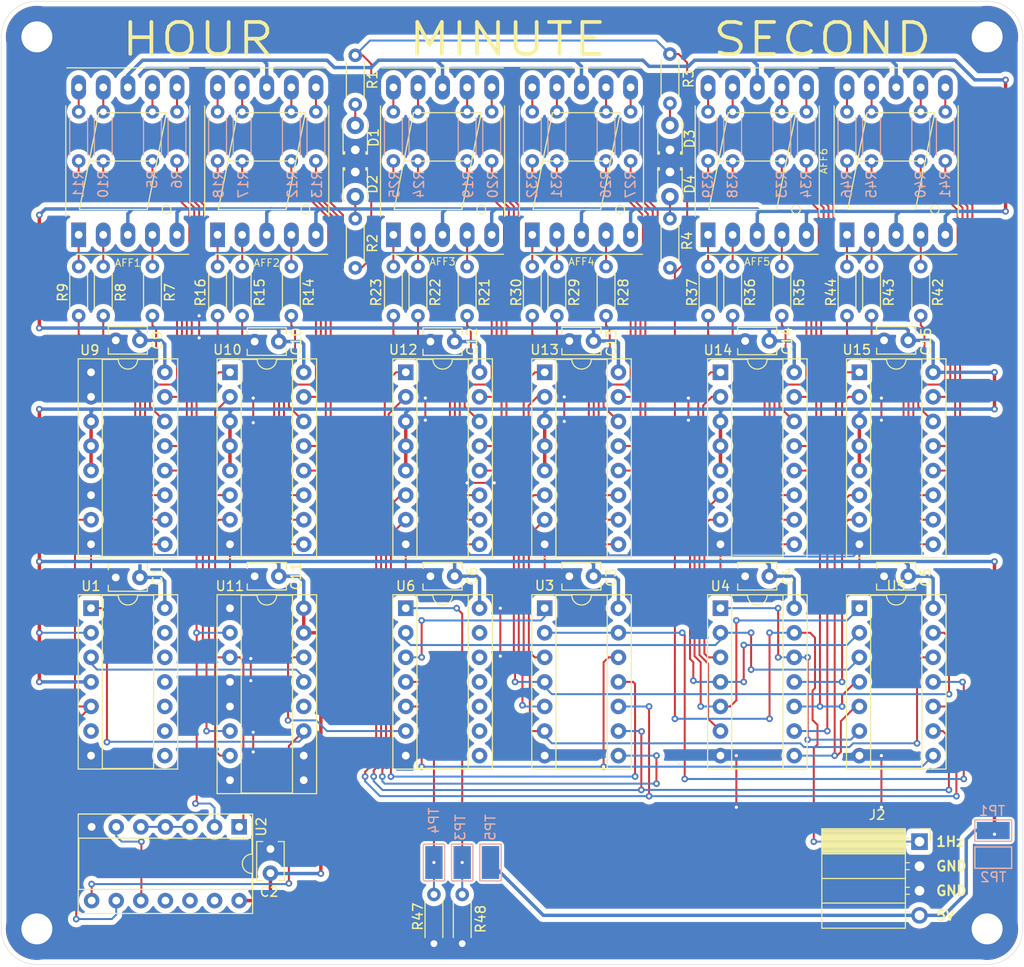
<source format=kicad_pcb>
(kicad_pcb (version 20171130) (host pcbnew "(5.1.8)-1")
  (layers (0 F.Cu signal) (31 B.Cu signal) (34 B.Paste user) (35 F.Paste user) (36 B.SilkS user) (37 F.SilkS user) (38 B.Mask user) (39 F.Mask user) (44 Edge.Cuts user))
  (net 0 "")
  (net 1 "Net-(AFF1-Pad1)")
  (net 2 "Net-(AFF1-Pad2)")
  (net 3 "Net-(AFF1-Pad4)")
  (net 4 "Net-(AFF1-Pad6)")
  (net 5 "Net-(AFF1-Pad7)")
  (net 6 "Net-(AFF1-Pad9)")
  (net 7 "Net-(AFF1-Pad10)")
  (net 8 "Net-(AFF2-Pad1)")
  (net 9 "Net-(AFF2-Pad2)")
  (net 10 "Net-(AFF2-Pad4)")
  (net 11 "Net-(AFF2-Pad6)")
  (net 12 "Net-(AFF2-Pad7)")
  (net 13 "Net-(AFF2-Pad9)")
  (net 14 "Net-(AFF2-Pad10)")
  (net 15 "Net-(AFF3-Pad1)")
  (net 16 "Net-(AFF3-Pad2)")
  (net 17 "Net-(AFF3-Pad4)")
  (net 18 "Net-(AFF3-Pad6)")
  (net 19 "Net-(AFF3-Pad7)")
  (net 20 "Net-(AFF3-Pad9)")
  (net 21 "Net-(AFF3-Pad10)")
  (net 22 "Net-(AFF4-Pad1)")
  (net 23 "Net-(AFF4-Pad2)")
  (net 24 "Net-(AFF4-Pad4)")
  (net 25 "Net-(AFF4-Pad6)")
  (net 26 "Net-(AFF4-Pad7)")
  (net 27 "Net-(AFF4-Pad9)")
  (net 28 "Net-(AFF4-Pad10)")
  (net 29 "Net-(AFF5-Pad1)")
  (net 30 "Net-(AFF5-Pad2)")
  (net 31 "Net-(AFF5-Pad4)")
  (net 32 "Net-(AFF5-Pad6)")
  (net 33 "Net-(AFF5-Pad7)")
  (net 34 "Net-(AFF5-Pad9)")
  (net 35 "Net-(AFF5-Pad10)")
  (net 36 "Net-(AFF6-Pad1)")
  (net 37 "Net-(AFF6-Pad2)")
  (net 38 "Net-(AFF6-Pad4)")
  (net 39 "Net-(AFF6-Pad6)")
  (net 40 "Net-(AFF6-Pad7)")
  (net 41 "Net-(AFF6-Pad9)")
  (net 42 "Net-(AFF6-Pad10)")
  (net 43 VCC)
  (net 44 GND)
  (net 45 "Net-(D1-Pad2)")
  (net 46 "Net-(D2-Pad2)")
  (net 47 "Net-(D3-Pad2)")
  (net 48 "Net-(D4-Pad2)")
  (net 49 1Hz)
  (net 50 "Net-(U1-Pad13)")
  (net 51 "Net-(U1-Pad6)")
  (net 52 "Net-(U1-Pad12)")
  (net 53 "Net-(U1-Pad5)")
  (net 54 "Net-(U1-Pad11)")
  (net 55 "Net-(U1-Pad10)")
  (net 56 "Net-(U1-Pad9)")
  (net 57 "Net-(U1-Pad8)")
  (net 58 "Net-(U1-Pad1)")
  (net 59 "Net-(U2-Pad13)")
  (net 60 "Net-(U2-Pad10)")
  (net 61 "Net-(U2-Pad12)")
  (net 62 "Net-(U2-Pad3)")
  (net 63 "Net-(U2-Pad11)")
  (net 64 "Net-(U10-Pad1)")
  (net 65 "Net-(U10-Pad7)")
  (net 66 "Net-(U3-Pad13)")
  (net 67 "Net-(U13-Pad6)")
  (net 68 "Net-(U3-Pad12)")
  (net 69 "Net-(U13-Pad2)")
  (net 70 "Net-(U12-Pad7)")
  (net 71 "Net-(U13-Pad1)")
  (net 72 "Net-(U12-Pad1)")
  (net 73 "Net-(U13-Pad7)")
  (net 74 "Net-(U12-Pad2)")
  (net 75 "Net-(U12-Pad6)")
  (net 76 "Net-(U3-Pad1)")
  (net 77 "Net-(U15-Pad6)")
  (net 78 "Net-(U15-Pad2)")
  (net 79 "Net-(U14-Pad7)")
  (net 80 "Net-(U15-Pad1)")
  (net 81 "Net-(U14-Pad1)")
  (net 82 "Net-(U15-Pad7)")
  (net 83 "Net-(U14-Pad2)")
  (net 84 "Net-(U14-Pad6)")
  (net 85 "Net-(U11-Pad14)")
  (net 86 "Net-(U10-Pad6)")
  (net 87 "Net-(U10-Pad2)")
  (net 88 "Net-(U11-Pad12)")
  (net 89 "Net-(R5-Pad2)")
  (net 90 "Net-(R6-Pad2)")
  (net 91 "Net-(R7-Pad2)")
  (net 92 "Net-(R8-Pad2)")
  (net 93 "Net-(R9-Pad2)")
  (net 94 "Net-(R10-Pad2)")
  (net 95 "Net-(R11-Pad2)")
  (net 96 "Net-(R12-Pad2)")
  (net 97 "Net-(R13-Pad2)")
  (net 98 "Net-(R14-Pad2)")
  (net 99 "Net-(R15-Pad2)")
  (net 100 "Net-(R16-Pad2)")
  (net 101 "Net-(R17-Pad2)")
  (net 102 "Net-(R18-Pad2)")
  (net 103 "Net-(R19-Pad2)")
  (net 104 "Net-(R20-Pad2)")
  (net 105 "Net-(R21-Pad2)")
  (net 106 "Net-(R22-Pad2)")
  (net 107 "Net-(R23-Pad2)")
  (net 108 "Net-(R24-Pad2)")
  (net 109 "Net-(R25-Pad2)")
  (net 110 "Net-(R26-Pad2)")
  (net 111 "Net-(R27-Pad2)")
  (net 112 "Net-(R28-Pad2)")
  (net 113 "Net-(R29-Pad2)")
  (net 114 "Net-(R30-Pad2)")
  (net 115 "Net-(R31-Pad2)")
  (net 116 "Net-(R32-Pad2)")
  (net 117 "Net-(R33-Pad2)")
  (net 118 "Net-(R34-Pad2)")
  (net 119 "Net-(R35-Pad2)")
  (net 120 "Net-(R36-Pad2)")
  (net 121 "Net-(R37-Pad2)")
  (net 122 "Net-(R38-Pad2)")
  (net 123 "Net-(R39-Pad2)")
  (net 124 "Net-(R40-Pad2)")
  (net 125 "Net-(R41-Pad2)")
  (net 126 "Net-(R42-Pad2)")
  (net 127 "Net-(R43-Pad2)")
  (net 128 "Net-(R44-Pad2)")
  (net 129 "Net-(R45-Pad2)")
  (net 130 "Net-(R46-Pad2)")
  (net 131 "Net-(U4-Pad1)")
  (net 132 "Net-(U4-Pad2)")
  (net 133 "Net-(U6-Pad13)")
  (net 134 "Net-(U6-Pad12)")
  (net 135 "Net-(U6-Pad11)")
  (net 136 "Net-(U6-Pad10)")
  (net 137 "Net-(U6-Pad9)")
  (net 138 "Net-(U6-Pad8)")
  (net 139 "Net-(R47-Pad1)")
  (net 140 "Net-(R48-Pad1)")
  (net 141 "Net-(U1-Pad3)")
  (module TestPoint:TestPoint_Keystone_5015_Micro-Minature (layer B.Cu) (at 107.315 120.269 90)
    (fp_text reference TP5 (at 3.6195 0 270) (layer B.SilkS) (effects (justify mirror)))
    (fp_text value TestPoint)
    (pad 1 smd rect (at 0 0 90) (size 3.4 1.8) (layers B.Cu B.Paste B.Mask) (net 43 VCC))
  )
  (module TestPoint:TestPoint_Keystone_5015_Micro-Minature (layer B.Cu) (at 101.473 120.269 90)
    (fp_text reference TP4 (at 4.318 0 90) (layer B.SilkS) (effects (justify mirror)))
    (fp_text value TestPoint)
    (pad 1 smd rect (at 0 0 90) (size 3.4 1.8) (layers B.Cu B.Paste B.Mask) (net 139 "Net-(R47-Pad1)"))
  )
  (module TestPoint:TestPoint_Keystone_5015_Micro-Minature (layer B.Cu) (at 104.394 120.269 90)
    (fp_text reference TP3 (at 3.6195 -0.1905 -90) (layer B.SilkS) (effects (justify mirror)))
    (fp_text value TestPoint)
    (pad 1 smd rect (at 0 0 90) (size 3.4 1.8) (layers B.Cu B.Paste B.Mask) (net 140 "Net-(R48-Pad1)"))
  )
  (module Resistor_THT:R_Axial_DIN0204_L3.6mm_D1.6mm_P5.08mm_Horizontal (layer F.Cu) (at 104.394 123.571 270)
    (fp_text reference R48 (at 2.54 -1.905 90) (layer F.SilkS))
    (fp_text value 4.7k)
    (pad 2 thru_hole oval (at 5.08 0 270) (size 1.4 1.4) (drill 0.7) (layers *.Cu *.Mask) (net 44 GND))
    (pad 1 thru_hole circle (at 0 0 270) (size 1.4 1.4) (drill 0.7) (layers *.Cu *.Mask) (net 140 "Net-(R48-Pad1)"))
  )
  (module Resistor_THT:R_Axial_DIN0204_L3.6mm_D1.6mm_P5.08mm_Horizontal (layer F.Cu) (at 101.473 123.571 270)
    (fp_text reference R47 (at 2.286 1.651 90) (layer F.SilkS))
    (fp_text value 4.7k)
    (pad 2 thru_hole oval (at 5.08 0 270) (size 1.4 1.4) (drill 0.7) (layers *.Cu *.Mask) (net 44 GND))
    (pad 1 thru_hole circle (at 0 0 270) (size 1.4 1.4) (drill 0.7) (layers *.Cu *.Mask) (net 139 "Net-(R47-Pad1)"))
  )
  (module TestPoint:TestPoint_Keystone_5015_Micro-Minature (layer B.Cu) (at 159.258 119.761)
    (fp_text reference TP2 (at 0 2.032 180) (layer B.SilkS) (effects (justify mirror)))
    (fp_text value TestPoint)
    (pad 1 smd rect (at 0 0) (size 3.4 1.8) (layers B.Cu B.Paste B.Mask) (net 44 GND))
  )
  (module TestPoint:TestPoint_Keystone_5015_Micro-Minature (layer B.Cu) (at 159.258 116.967)
    (fp_text reference TP1 (at -0.127 -2.032 180) (layer B.SilkS) (effects (justify mirror)))
    (fp_text value TestPoint)
    (pad 1 smd rect (at 0 0) (size 3.4 1.8) (layers B.Cu B.Paste B.Mask) (net 43 VCC))
  )
  (module Package_DIP:DIP-14_W7.62mm_Socket (layer F.Cu) (at 145.425 93.98)
    (fp_text reference U5 (at 3.81 -2.33) (layer F.SilkS))
    (fp_text value SN74HC08N)
    (pad 14 thru_hole oval (at 7.62 0) (size 1.6 1.6) (drill 0.8) (layers *.Cu *.Mask) (net 43 VCC))
    (pad 7 thru_hole oval (at 0 15.24) (size 1.6 1.6) (drill 0.8) (layers *.Cu *.Mask) (net 44 GND))
    (pad 13 thru_hole oval (at 7.62 2.54) (size 1.6 1.6) (drill 0.8) (layers *.Cu *.Mask) (net 71 "Net-(U13-Pad1)"))
    (pad 6 thru_hole oval (at 0 12.7) (size 1.6 1.6) (drill 0.8) (layers *.Cu *.Mask) (net 131 "Net-(U4-Pad1)"))
    (pad 12 thru_hole oval (at 7.62 5.08) (size 1.6 1.6) (drill 0.8) (layers *.Cu *.Mask) (net 67 "Net-(U13-Pad6)"))
    (pad 5 thru_hole oval (at 0 10.16) (size 1.6 1.6) (drill 0.8) (layers *.Cu *.Mask) (net 77 "Net-(U15-Pad6)"))
    (pad 11 thru_hole oval (at 7.62 7.62) (size 1.6 1.6) (drill 0.8) (layers *.Cu *.Mask) (net 66 "Net-(U3-Pad13)"))
    (pad 4 thru_hole oval (at 0 7.62) (size 1.6 1.6) (drill 0.8) (layers *.Cu *.Mask) (net 80 "Net-(U15-Pad1)"))
    (pad 10 thru_hole oval (at 7.62 10.16) (size 1.6 1.6) (drill 0.8) (layers *.Cu *.Mask) (net 72 "Net-(U12-Pad1)"))
    (pad 3 thru_hole oval (at 0 5.08) (size 1.6 1.6) (drill 0.8) (layers *.Cu *.Mask) (net 132 "Net-(U4-Pad2)"))
    (pad 9 thru_hole oval (at 7.62 12.7) (size 1.6 1.6) (drill 0.8) (layers *.Cu *.Mask) (net 74 "Net-(U12-Pad2)"))
    (pad 2 thru_hole oval (at 0 2.54) (size 1.6 1.6) (drill 0.8) (layers *.Cu *.Mask) (net 81 "Net-(U14-Pad1)"))
    (pad 8 thru_hole oval (at 7.62 15.24) (size 1.6 1.6) (drill 0.8) (layers *.Cu *.Mask) (net 68 "Net-(U3-Pad12)"))
    (pad 1 thru_hole rect (at 0 0) (size 1.6 1.6) (drill 0.8) (layers *.Cu *.Mask) (net 83 "Net-(U14-Pad2)"))
  )
  (module Package_DIP:DIP-14_W7.62mm_Socket (layer F.Cu) (at 131.074 93.98)
    (fp_text reference U4 (at -0.01 -2.286) (layer F.SilkS))
    (fp_text value SN74HC393N)
    (pad 14 thru_hole oval (at 7.62 0) (size 1.6 1.6) (drill 0.8) (layers *.Cu *.Mask) (net 43 VCC))
    (pad 7 thru_hole oval (at 0 15.24) (size 1.6 1.6) (drill 0.8) (layers *.Cu *.Mask) (net 44 GND))
    (pad 13 thru_hole oval (at 7.62 2.54) (size 1.6 1.6) (drill 0.8) (layers *.Cu *.Mask) (net 49 1Hz))
    (pad 6 thru_hole oval (at 0 12.7) (size 1.6 1.6) (drill 0.8) (layers *.Cu *.Mask) (net 84 "Net-(U14-Pad6)"))
    (pad 12 thru_hole oval (at 7.62 5.08) (size 1.6 1.6) (drill 0.8) (layers *.Cu *.Mask) (net 131 "Net-(U4-Pad1)"))
    (pad 5 thru_hole oval (at 0 10.16) (size 1.6 1.6) (drill 0.8) (layers *.Cu *.Mask) (net 83 "Net-(U14-Pad2)"))
    (pad 11 thru_hole oval (at 7.62 7.62) (size 1.6 1.6) (drill 0.8) (layers *.Cu *.Mask) (net 82 "Net-(U15-Pad7)"))
    (pad 4 thru_hole oval (at 0 7.62) (size 1.6 1.6) (drill 0.8) (layers *.Cu *.Mask) (net 81 "Net-(U14-Pad1)"))
    (pad 10 thru_hole oval (at 7.62 10.16) (size 1.6 1.6) (drill 0.8) (layers *.Cu *.Mask) (net 80 "Net-(U15-Pad1)"))
    (pad 3 thru_hole oval (at 0 5.08) (size 1.6 1.6) (drill 0.8) (layers *.Cu *.Mask) (net 79 "Net-(U14-Pad7)"))
    (pad 9 thru_hole oval (at 7.62 12.7) (size 1.6 1.6) (drill 0.8) (layers *.Cu *.Mask) (net 78 "Net-(U15-Pad2)"))
    (pad 2 thru_hole oval (at 0 2.54) (size 1.6 1.6) (drill 0.8) (layers *.Cu *.Mask) (net 132 "Net-(U4-Pad2)"))
    (pad 8 thru_hole oval (at 7.62 15.24) (size 1.6 1.6) (drill 0.8) (layers *.Cu *.Mask) (net 77 "Net-(U15-Pad6)"))
    (pad 1 thru_hole rect (at 0 0) (size 1.6 1.6) (drill 0.8) (layers *.Cu *.Mask) (net 131 "Net-(U4-Pad1)"))
  )
  (module Package_DIP:DIP-14_W7.62mm_Socket (layer F.Cu) (at 112.913 93.98)
    (fp_text reference U3 (at -0.01 -2.33) (layer F.SilkS))
    (fp_text value SN74HC393N)
    (pad 1 thru_hole rect (at 0 0) (size 1.6 1.6) (drill 0.8) (layers *.Cu *.Mask) (net 76 "Net-(U3-Pad1)"))
    (pad 8 thru_hole oval (at 7.62 15.24) (size 1.6 1.6) (drill 0.8) (layers *.Cu *.Mask) (net 75 "Net-(U12-Pad6)"))
    (pad 2 thru_hole oval (at 0 2.54) (size 1.6 1.6) (drill 0.8) (layers *.Cu *.Mask) (net 66 "Net-(U3-Pad13)"))
    (pad 9 thru_hole oval (at 7.62 12.7) (size 1.6 1.6) (drill 0.8) (layers *.Cu *.Mask) (net 74 "Net-(U12-Pad2)"))
    (pad 3 thru_hole oval (at 0 5.08) (size 1.6 1.6) (drill 0.8) (layers *.Cu *.Mask) (net 73 "Net-(U13-Pad7)"))
    (pad 10 thru_hole oval (at 7.62 10.16) (size 1.6 1.6) (drill 0.8) (layers *.Cu *.Mask) (net 72 "Net-(U12-Pad1)"))
    (pad 4 thru_hole oval (at 0 7.62) (size 1.6 1.6) (drill 0.8) (layers *.Cu *.Mask) (net 71 "Net-(U13-Pad1)"))
    (pad 11 thru_hole oval (at 7.62 7.62) (size 1.6 1.6) (drill 0.8) (layers *.Cu *.Mask) (net 70 "Net-(U12-Pad7)"))
    (pad 5 thru_hole oval (at 0 10.16) (size 1.6 1.6) (drill 0.8) (layers *.Cu *.Mask) (net 69 "Net-(U13-Pad2)"))
    (pad 12 thru_hole oval (at 7.62 5.08) (size 1.6 1.6) (drill 0.8) (layers *.Cu *.Mask) (net 68 "Net-(U3-Pad12)"))
    (pad 6 thru_hole oval (at 0 12.7) (size 1.6 1.6) (drill 0.8) (layers *.Cu *.Mask) (net 67 "Net-(U13-Pad6)"))
    (pad 13 thru_hole oval (at 7.62 2.54) (size 1.6 1.6) (drill 0.8) (layers *.Cu *.Mask) (net 66 "Net-(U3-Pad13)"))
    (pad 7 thru_hole oval (at 0 15.24) (size 1.6 1.6) (drill 0.8) (layers *.Cu *.Mask) (net 44 GND))
    (pad 14 thru_hole oval (at 7.62 0) (size 1.6 1.6) (drill 0.8) (layers *.Cu *.Mask) (net 43 VCC))
  )
  (module Package_DIP:DIP-16_W7.62mm_Socket (layer F.Cu) (at 145.425 69.596)
    (fp_text reference U15 (at -0.264 -2.33) (layer F.SilkS))
    (fp_text value SN74LS47N)
    (pad 16 thru_hole oval (at 7.62 0) (size 1.6 1.6) (drill 0.8) (layers *.Cu *.Mask) (net 43 VCC))
    (pad 8 thru_hole oval (at 0 17.78) (size 1.6 1.6) (drill 0.8) (layers *.Cu *.Mask) (net 44 GND))
    (pad 15 thru_hole oval (at 7.62 2.54) (size 1.6 1.6) (drill 0.8) (layers *.Cu *.Mask) (net 129 "Net-(R45-Pad2)"))
    (pad 7 thru_hole oval (at 0 15.24) (size 1.6 1.6) (drill 0.8) (layers *.Cu *.Mask) (net 82 "Net-(U15-Pad7)"))
    (pad 14 thru_hole oval (at 7.62 5.08) (size 1.6 1.6) (drill 0.8) (layers *.Cu *.Mask) (net 130 "Net-(R46-Pad2)"))
    (pad 6 thru_hole oval (at 0 12.7) (size 1.6 1.6) (drill 0.8) (layers *.Cu *.Mask) (net 77 "Net-(U15-Pad6)"))
    (pad 13 thru_hole oval (at 7.62 7.62) (size 1.6 1.6) (drill 0.8) (layers *.Cu *.Mask) (net 124 "Net-(R40-Pad2)"))
    (pad 5 thru_hole oval (at 0 10.16) (size 1.6 1.6) (drill 0.8) (layers *.Cu *.Mask) (net 43 VCC))
    (pad 12 thru_hole oval (at 7.62 10.16) (size 1.6 1.6) (drill 0.8) (layers *.Cu *.Mask) (net 125 "Net-(R41-Pad2)"))
    (pad 4 thru_hole oval (at 0 7.62) (size 1.6 1.6) (drill 0.8) (layers *.Cu *.Mask) (net 43 VCC))
    (pad 11 thru_hole oval (at 7.62 12.7) (size 1.6 1.6) (drill 0.8) (layers *.Cu *.Mask) (net 126 "Net-(R42-Pad2)"))
    (pad 3 thru_hole oval (at 0 5.08) (size 1.6 1.6) (drill 0.8) (layers *.Cu *.Mask) (net 43 VCC))
    (pad 10 thru_hole oval (at 7.62 15.24) (size 1.6 1.6) (drill 0.8) (layers *.Cu *.Mask) (net 127 "Net-(R43-Pad2)"))
    (pad 2 thru_hole oval (at 0 2.54) (size 1.6 1.6) (drill 0.8) (layers *.Cu *.Mask) (net 78 "Net-(U15-Pad2)"))
    (pad 9 thru_hole oval (at 7.62 17.78) (size 1.6 1.6) (drill 0.8) (layers *.Cu *.Mask) (net 128 "Net-(R44-Pad2)"))
    (pad 1 thru_hole rect (at 0 0) (size 1.6 1.6) (drill 0.8) (layers *.Cu *.Mask) (net 80 "Net-(U15-Pad1)"))
  )
  (module Package_DIP:DIP-16_W7.62mm_Socket (layer F.Cu) (at 131.074 69.596)
    (fp_text reference U14 (at -0.264 -2.286) (layer F.SilkS))
    (fp_text value SN74LS47N)
    (pad 16 thru_hole oval (at 7.62 0) (size 1.6 1.6) (drill 0.8) (layers *.Cu *.Mask) (net 43 VCC))
    (pad 8 thru_hole oval (at 0 17.78) (size 1.6 1.6) (drill 0.8) (layers *.Cu *.Mask) (net 44 GND))
    (pad 15 thru_hole oval (at 7.62 2.54) (size 1.6 1.6) (drill 0.8) (layers *.Cu *.Mask) (net 122 "Net-(R38-Pad2)"))
    (pad 7 thru_hole oval (at 0 15.24) (size 1.6 1.6) (drill 0.8) (layers *.Cu *.Mask) (net 79 "Net-(U14-Pad7)"))
    (pad 14 thru_hole oval (at 7.62 5.08) (size 1.6 1.6) (drill 0.8) (layers *.Cu *.Mask) (net 123 "Net-(R39-Pad2)"))
    (pad 6 thru_hole oval (at 0 12.7) (size 1.6 1.6) (drill 0.8) (layers *.Cu *.Mask) (net 84 "Net-(U14-Pad6)"))
    (pad 13 thru_hole oval (at 7.62 7.62) (size 1.6 1.6) (drill 0.8) (layers *.Cu *.Mask) (net 117 "Net-(R33-Pad2)"))
    (pad 5 thru_hole oval (at 0 10.16) (size 1.6 1.6) (drill 0.8) (layers *.Cu *.Mask) (net 43 VCC))
    (pad 12 thru_hole oval (at 7.62 10.16) (size 1.6 1.6) (drill 0.8) (layers *.Cu *.Mask) (net 118 "Net-(R34-Pad2)"))
    (pad 4 thru_hole oval (at 0 7.62) (size 1.6 1.6) (drill 0.8) (layers *.Cu *.Mask) (net 43 VCC))
    (pad 11 thru_hole oval (at 7.62 12.7) (size 1.6 1.6) (drill 0.8) (layers *.Cu *.Mask) (net 119 "Net-(R35-Pad2)"))
    (pad 3 thru_hole oval (at 0 5.08) (size 1.6 1.6) (drill 0.8) (layers *.Cu *.Mask) (net 43 VCC))
    (pad 10 thru_hole oval (at 7.62 15.24) (size 1.6 1.6) (drill 0.8) (layers *.Cu *.Mask) (net 120 "Net-(R36-Pad2)"))
    (pad 2 thru_hole oval (at 0 2.54) (size 1.6 1.6) (drill 0.8) (layers *.Cu *.Mask) (net 83 "Net-(U14-Pad2)"))
    (pad 9 thru_hole oval (at 7.62 17.78) (size 1.6 1.6) (drill 0.8) (layers *.Cu *.Mask) (net 121 "Net-(R37-Pad2)"))
    (pad 1 thru_hole rect (at 0 0) (size 1.6 1.6) (drill 0.8) (layers *.Cu *.Mask) (net 81 "Net-(U14-Pad1)"))
  )
  (module Package_DIP:DIP-16_W7.62mm_Socket (layer F.Cu) (at 112.913 69.596)
    (fp_text reference U13 (at -0.01 -2.33) (layer F.SilkS))
    (fp_text value SN74LS47N)
    (pad 16 thru_hole oval (at 7.62 0) (size 1.6 1.6) (drill 0.8) (layers *.Cu *.Mask) (net 43 VCC))
    (pad 8 thru_hole oval (at 0 17.78) (size 1.6 1.6) (drill 0.8) (layers *.Cu *.Mask) (net 44 GND))
    (pad 15 thru_hole oval (at 7.62 2.54) (size 1.6 1.6) (drill 0.8) (layers *.Cu *.Mask) (net 115 "Net-(R31-Pad2)"))
    (pad 7 thru_hole oval (at 0 15.24) (size 1.6 1.6) (drill 0.8) (layers *.Cu *.Mask) (net 73 "Net-(U13-Pad7)"))
    (pad 14 thru_hole oval (at 7.62 5.08) (size 1.6 1.6) (drill 0.8) (layers *.Cu *.Mask) (net 116 "Net-(R32-Pad2)"))
    (pad 6 thru_hole oval (at 0 12.7) (size 1.6 1.6) (drill 0.8) (layers *.Cu *.Mask) (net 67 "Net-(U13-Pad6)"))
    (pad 13 thru_hole oval (at 7.62 7.62) (size 1.6 1.6) (drill 0.8) (layers *.Cu *.Mask) (net 110 "Net-(R26-Pad2)"))
    (pad 5 thru_hole oval (at 0 10.16) (size 1.6 1.6) (drill 0.8) (layers *.Cu *.Mask) (net 43 VCC))
    (pad 12 thru_hole oval (at 7.62 10.16) (size 1.6 1.6) (drill 0.8) (layers *.Cu *.Mask) (net 111 "Net-(R27-Pad2)"))
    (pad 4 thru_hole oval (at 0 7.62) (size 1.6 1.6) (drill 0.8) (layers *.Cu *.Mask) (net 43 VCC))
    (pad 11 thru_hole oval (at 7.62 12.7) (size 1.6 1.6) (drill 0.8) (layers *.Cu *.Mask) (net 112 "Net-(R28-Pad2)"))
    (pad 3 thru_hole oval (at 0 5.08) (size 1.6 1.6) (drill 0.8) (layers *.Cu *.Mask) (net 43 VCC))
    (pad 10 thru_hole oval (at 7.62 15.24) (size 1.6 1.6) (drill 0.8) (layers *.Cu *.Mask) (net 113 "Net-(R29-Pad2)"))
    (pad 2 thru_hole oval (at 0 2.54) (size 1.6 1.6) (drill 0.8) (layers *.Cu *.Mask) (net 69 "Net-(U13-Pad2)"))
    (pad 9 thru_hole oval (at 7.62 17.78) (size 1.6 1.6) (drill 0.8) (layers *.Cu *.Mask) (net 114 "Net-(R30-Pad2)"))
    (pad 1 thru_hole rect (at 0 0) (size 1.6 1.6) (drill 0.8) (layers *.Cu *.Mask) (net 71 "Net-(U13-Pad1)"))
  )
  (module Package_DIP:DIP-16_W7.62mm_Socket (layer F.Cu) (at 98.562 69.596)
    (fp_text reference U12 (at -0.264 -2.33) (layer F.SilkS))
    (fp_text value SN74LS47N)
    (pad 1 thru_hole rect (at 0 0) (size 1.6 1.6) (drill 0.8) (layers *.Cu *.Mask) (net 72 "Net-(U12-Pad1)"))
    (pad 9 thru_hole oval (at 7.62 17.78) (size 1.6 1.6) (drill 0.8) (layers *.Cu *.Mask) (net 107 "Net-(R23-Pad2)"))
    (pad 2 thru_hole oval (at 0 2.54) (size 1.6 1.6) (drill 0.8) (layers *.Cu *.Mask) (net 74 "Net-(U12-Pad2)"))
    (pad 10 thru_hole oval (at 7.62 15.24) (size 1.6 1.6) (drill 0.8) (layers *.Cu *.Mask) (net 106 "Net-(R22-Pad2)"))
    (pad 3 thru_hole oval (at 0 5.08) (size 1.6 1.6) (drill 0.8) (layers *.Cu *.Mask) (net 43 VCC))
    (pad 11 thru_hole oval (at 7.62 12.7) (size 1.6 1.6) (drill 0.8) (layers *.Cu *.Mask) (net 105 "Net-(R21-Pad2)"))
    (pad 4 thru_hole oval (at 0 7.62) (size 1.6 1.6) (drill 0.8) (layers *.Cu *.Mask) (net 43 VCC))
    (pad 12 thru_hole oval (at 7.62 10.16) (size 1.6 1.6) (drill 0.8) (layers *.Cu *.Mask) (net 104 "Net-(R20-Pad2)"))
    (pad 5 thru_hole oval (at 0 10.16) (size 1.6 1.6) (drill 0.8) (layers *.Cu *.Mask) (net 43 VCC))
    (pad 13 thru_hole oval (at 7.62 7.62) (size 1.6 1.6) (drill 0.8) (layers *.Cu *.Mask) (net 103 "Net-(R19-Pad2)"))
    (pad 6 thru_hole oval (at 0 12.7) (size 1.6 1.6) (drill 0.8) (layers *.Cu *.Mask) (net 75 "Net-(U12-Pad6)"))
    (pad 14 thru_hole oval (at 7.62 5.08) (size 1.6 1.6) (drill 0.8) (layers *.Cu *.Mask) (net 109 "Net-(R25-Pad2)"))
    (pad 7 thru_hole oval (at 0 15.24) (size 1.6 1.6) (drill 0.8) (layers *.Cu *.Mask) (net 70 "Net-(U12-Pad7)"))
    (pad 15 thru_hole oval (at 7.62 2.54) (size 1.6 1.6) (drill 0.8) (layers *.Cu *.Mask) (net 108 "Net-(R24-Pad2)"))
    (pad 8 thru_hole oval (at 0 17.78) (size 1.6 1.6) (drill 0.8) (layers *.Cu *.Mask) (net 44 GND))
    (pad 16 thru_hole oval (at 7.62 0) (size 1.6 1.6) (drill 0.8) (layers *.Cu *.Mask) (net 43 VCC))
  )
  (module Package_DIP:DIP-16_W7.62mm_Socket (layer F.Cu) (at 80.401 93.98)
    (fp_text reference U11 (at -0.01 -2.286) (layer F.SilkS))
    (fp_text value SN74LS190N)
    (pad 1 thru_hole rect (at 0 0) (size 1.6 1.6) (drill 0.8) (layers *.Cu *.Mask) (net 44 GND))
    (pad 9 thru_hole oval (at 7.62 17.78) (size 1.6 1.6) (drill 0.8) (layers *.Cu *.Mask) (net 44 GND))
    (pad 2 thru_hole oval (at 0 2.54) (size 1.6 1.6) (drill 0.8) (layers *.Cu *.Mask) (net 64 "Net-(U10-Pad1)"))
    (pad 10 thru_hole oval (at 7.62 15.24) (size 1.6 1.6) (drill 0.8) (layers *.Cu *.Mask) (net 44 GND))
    (pad 3 thru_hole oval (at 0 5.08) (size 1.6 1.6) (drill 0.8) (layers *.Cu *.Mask) (net 65 "Net-(U10-Pad7)"))
    (pad 11 thru_hole oval (at 7.62 12.7) (size 1.6 1.6) (drill 0.8) (layers *.Cu *.Mask) (net 58 "Net-(U1-Pad1)"))
    (pad 4 thru_hole oval (at 0 7.62) (size 1.6 1.6) (drill 0.8) (layers *.Cu *.Mask) (net 44 GND))
    (pad 12 thru_hole oval (at 7.62 10.16) (size 1.6 1.6) (drill 0.8) (layers *.Cu *.Mask) (net 88 "Net-(U11-Pad12)"))
    (pad 5 thru_hole oval (at 0 10.16) (size 1.6 1.6) (drill 0.8) (layers *.Cu *.Mask) (net 44 GND))
    (pad 13 thru_hole oval (at 7.62 7.62) (size 1.6 1.6) (drill 0.8) (layers *.Cu *.Mask) (net 141 "Net-(U1-Pad3)"))
    (pad 6 thru_hole oval (at 0 12.7) (size 1.6 1.6) (drill 0.8) (layers *.Cu *.Mask) (net 87 "Net-(U10-Pad2)"))
    (pad 14 thru_hole oval (at 7.62 5.08) (size 1.6 1.6) (drill 0.8) (layers *.Cu *.Mask) (net 85 "Net-(U11-Pad14)"))
    (pad 7 thru_hole oval (at 0 15.24) (size 1.6 1.6) (drill 0.8) (layers *.Cu *.Mask) (net 86 "Net-(U10-Pad6)"))
    (pad 15 thru_hole oval (at 7.62 2.54) (size 1.6 1.6) (drill 0.8) (layers *.Cu *.Mask) (net 43 VCC))
    (pad 8 thru_hole oval (at 0 17.78) (size 1.6 1.6) (drill 0.8) (layers *.Cu *.Mask) (net 44 GND))
    (pad 16 thru_hole oval (at 7.62 0) (size 1.6 1.6) (drill 0.8) (layers *.Cu *.Mask) (net 43 VCC))
  )
  (module Package_DIP:DIP-16_W7.62mm_Socket (layer F.Cu) (at 80.401 69.596)
    (fp_text reference U10 (at -0.264 -2.33) (layer F.SilkS))
    (fp_text value SN74LS47N)
    (pad 16 thru_hole oval (at 7.62 0) (size 1.6 1.6) (drill 0.8) (layers *.Cu *.Mask) (net 43 VCC))
    (pad 8 thru_hole oval (at 0 17.78) (size 1.6 1.6) (drill 0.8) (layers *.Cu *.Mask) (net 44 GND))
    (pad 15 thru_hole oval (at 7.62 2.54) (size 1.6 1.6) (drill 0.8) (layers *.Cu *.Mask) (net 101 "Net-(R17-Pad2)"))
    (pad 7 thru_hole oval (at 0 15.24) (size 1.6 1.6) (drill 0.8) (layers *.Cu *.Mask) (net 65 "Net-(U10-Pad7)"))
    (pad 14 thru_hole oval (at 7.62 5.08) (size 1.6 1.6) (drill 0.8) (layers *.Cu *.Mask) (net 102 "Net-(R18-Pad2)"))
    (pad 6 thru_hole oval (at 0 12.7) (size 1.6 1.6) (drill 0.8) (layers *.Cu *.Mask) (net 86 "Net-(U10-Pad6)"))
    (pad 13 thru_hole oval (at 7.62 7.62) (size 1.6 1.6) (drill 0.8) (layers *.Cu *.Mask) (net 96 "Net-(R12-Pad2)"))
    (pad 5 thru_hole oval (at 0 10.16) (size 1.6 1.6) (drill 0.8) (layers *.Cu *.Mask) (net 43 VCC))
    (pad 12 thru_hole oval (at 7.62 10.16) (size 1.6 1.6) (drill 0.8) (layers *.Cu *.Mask) (net 97 "Net-(R13-Pad2)"))
    (pad 4 thru_hole oval (at 0 7.62) (size 1.6 1.6) (drill 0.8) (layers *.Cu *.Mask) (net 43 VCC))
    (pad 11 thru_hole oval (at 7.62 12.7) (size 1.6 1.6) (drill 0.8) (layers *.Cu *.Mask) (net 98 "Net-(R14-Pad2)"))
    (pad 3 thru_hole oval (at 0 5.08) (size 1.6 1.6) (drill 0.8) (layers *.Cu *.Mask) (net 43 VCC))
    (pad 10 thru_hole oval (at 7.62 15.24) (size 1.6 1.6) (drill 0.8) (layers *.Cu *.Mask) (net 99 "Net-(R15-Pad2)"))
    (pad 2 thru_hole oval (at 0 2.54) (size 1.6 1.6) (drill 0.8) (layers *.Cu *.Mask) (net 87 "Net-(U10-Pad2)"))
    (pad 9 thru_hole oval (at 7.62 17.78) (size 1.6 1.6) (drill 0.8) (layers *.Cu *.Mask) (net 100 "Net-(R16-Pad2)"))
    (pad 1 thru_hole rect (at 0 0) (size 1.6 1.6) (drill 0.8) (layers *.Cu *.Mask) (net 64 "Net-(U10-Pad1)"))
  )
  (module Package_DIP:DIP-16_W7.62mm_Socket (layer F.Cu) (at 66.05 69.596)
    (fp_text reference U9 (at -0.137 -2.286) (layer F.SilkS))
    (fp_text value SN74LS47N)
    (pad 16 thru_hole oval (at 7.62 0) (size 1.6 1.6) (drill 0.8) (layers *.Cu *.Mask) (net 43 VCC))
    (pad 8 thru_hole oval (at 0 17.78) (size 1.6 1.6) (drill 0.8) (layers *.Cu *.Mask) (net 44 GND))
    (pad 15 thru_hole oval (at 7.62 2.54) (size 1.6 1.6) (drill 0.8) (layers *.Cu *.Mask) (net 94 "Net-(R10-Pad2)"))
    (pad 7 thru_hole oval (at 0 15.24) (size 1.6 1.6) (drill 0.8) (layers *.Cu *.Mask) (net 53 "Net-(U1-Pad5)"))
    (pad 14 thru_hole oval (at 7.62 5.08) (size 1.6 1.6) (drill 0.8) (layers *.Cu *.Mask) (net 95 "Net-(R11-Pad2)"))
    (pad 6 thru_hole oval (at 0 12.7) (size 1.6 1.6) (drill 0.8) (layers *.Cu *.Mask) (net 44 GND))
    (pad 13 thru_hole oval (at 7.62 7.62) (size 1.6 1.6) (drill 0.8) (layers *.Cu *.Mask) (net 89 "Net-(R5-Pad2)"))
    (pad 5 thru_hole oval (at 0 10.16) (size 1.6 1.6) (drill 0.8) (layers *.Cu *.Mask) (net 43 VCC))
    (pad 12 thru_hole oval (at 7.62 10.16) (size 1.6 1.6) (drill 0.8) (layers *.Cu *.Mask) (net 90 "Net-(R6-Pad2)"))
    (pad 4 thru_hole oval (at 0 7.62) (size 1.6 1.6) (drill 0.8) (layers *.Cu *.Mask) (net 43 VCC))
    (pad 11 thru_hole oval (at 7.62 12.7) (size 1.6 1.6) (drill 0.8) (layers *.Cu *.Mask) (net 91 "Net-(R7-Pad2)"))
    (pad 3 thru_hole oval (at 0 5.08) (size 1.6 1.6) (drill 0.8) (layers *.Cu *.Mask) (net 43 VCC))
    (pad 10 thru_hole oval (at 7.62 15.24) (size 1.6 1.6) (drill 0.8) (layers *.Cu *.Mask) (net 92 "Net-(R8-Pad2)"))
    (pad 2 thru_hole oval (at 0 2.54) (size 1.6 1.6) (drill 0.8) (layers *.Cu *.Mask) (net 44 GND))
    (pad 9 thru_hole oval (at 7.62 17.78) (size 1.6 1.6) (drill 0.8) (layers *.Cu *.Mask) (net 93 "Net-(R9-Pad2)"))
    (pad 1 thru_hole rect (at 0 0) (size 1.6 1.6) (drill 0.8) (layers *.Cu *.Mask) (net 44 GND))
  )
  (module Package_DIP:DIP-14_W7.62mm_Socket (layer F.Cu) (at 98.562 93.98)
    (fp_text reference U6 (at -0.01 -2.286) (layer F.SilkS))
    (fp_text value SN74HC32)
    (pad 14 thru_hole oval (at 7.62 0) (size 1.6 1.6) (drill 0.8) (layers *.Cu *.Mask) (net 43 VCC))
    (pad 7 thru_hole oval (at 0 15.24) (size 1.6 1.6) (drill 0.8) (layers *.Cu *.Mask) (net 44 GND))
    (pad 13 thru_hole oval (at 7.62 2.54) (size 1.6 1.6) (drill 0.8) (layers *.Cu *.Mask) (net 133 "Net-(U6-Pad13)"))
    (pad 6 thru_hole oval (at 0 12.7) (size 1.6 1.6) (drill 0.8) (layers *.Cu *.Mask) (net 85 "Net-(U11-Pad14)"))
    (pad 12 thru_hole oval (at 7.62 5.08) (size 1.6 1.6) (drill 0.8) (layers *.Cu *.Mask) (net 134 "Net-(U6-Pad12)"))
    (pad 5 thru_hole oval (at 0 10.16) (size 1.6 1.6) (drill 0.8) (layers *.Cu *.Mask) (net 68 "Net-(U3-Pad12)"))
    (pad 11 thru_hole oval (at 7.62 7.62) (size 1.6 1.6) (drill 0.8) (layers *.Cu *.Mask) (net 135 "Net-(U6-Pad11)"))
    (pad 4 thru_hole oval (at 0 7.62) (size 1.6 1.6) (drill 0.8) (layers *.Cu *.Mask) (net 139 "Net-(R47-Pad1)"))
    (pad 10 thru_hole oval (at 7.62 10.16) (size 1.6 1.6) (drill 0.8) (layers *.Cu *.Mask) (net 136 "Net-(U6-Pad10)"))
    (pad 3 thru_hole oval (at 0 5.08) (size 1.6 1.6) (drill 0.8) (layers *.Cu *.Mask) (net 76 "Net-(U3-Pad1)"))
    (pad 9 thru_hole oval (at 7.62 12.7) (size 1.6 1.6) (drill 0.8) (layers *.Cu *.Mask) (net 137 "Net-(U6-Pad9)"))
    (pad 2 thru_hole oval (at 0 2.54) (size 1.6 1.6) (drill 0.8) (layers *.Cu *.Mask) (net 132 "Net-(U4-Pad2)"))
    (pad 8 thru_hole oval (at 7.62 15.24) (size 1.6 1.6) (drill 0.8) (layers *.Cu *.Mask) (net 138 "Net-(U6-Pad8)"))
    (pad 1 thru_hole rect (at 0 0) (size 1.6 1.6) (drill 0.8) (layers *.Cu *.Mask) (net 140 "Net-(R48-Pad1)"))
  )
  (module Package_DIP:DIP-14_W7.62mm_Socket (layer F.Cu) (at 81.35 116.586 270)
    (fp_text reference U2 (at -0.01 -2.286 90) (layer F.SilkS))
    (fp_text value SN74HC00N)
    (pad 1 thru_hole rect (at 0 0 270) (size 1.6 1.6) (drill 0.8) (layers *.Cu *.Mask) (net 65 "Net-(U10-Pad7)"))
    (pad 8 thru_hole oval (at 7.62 15.24 270) (size 1.6 1.6) (drill 0.8) (layers *.Cu *.Mask) (net 58 "Net-(U1-Pad1)"))
    (pad 2 thru_hole oval (at 0 2.54 270) (size 1.6 1.6) (drill 0.8) (layers *.Cu *.Mask) (net 64 "Net-(U10-Pad1)"))
    (pad 9 thru_hole oval (at 7.62 12.7 270) (size 1.6 1.6) (drill 0.8) (layers *.Cu *.Mask) (net 53 "Net-(U1-Pad5)"))
    (pad 3 thru_hole oval (at 0 5.08 270) (size 1.6 1.6) (drill 0.8) (layers *.Cu *.Mask) (net 62 "Net-(U2-Pad3)"))
    (pad 10 thru_hole oval (at 7.62 10.16 270) (size 1.6 1.6) (drill 0.8) (layers *.Cu *.Mask) (net 60 "Net-(U2-Pad10)"))
    (pad 4 thru_hole oval (at 0 7.62 270) (size 1.6 1.6) (drill 0.8) (layers *.Cu *.Mask) (net 62 "Net-(U2-Pad3)"))
    (pad 11 thru_hole oval (at 7.62 7.62 270) (size 1.6 1.6) (drill 0.8) (layers *.Cu *.Mask) (net 63 "Net-(U2-Pad11)"))
    (pad 5 thru_hole oval (at 0 10.16 270) (size 1.6 1.6) (drill 0.8) (layers *.Cu *.Mask) (net 62 "Net-(U2-Pad3)"))
    (pad 12 thru_hole oval (at 7.62 5.08 270) (size 1.6 1.6) (drill 0.8) (layers *.Cu *.Mask) (net 61 "Net-(U2-Pad12)"))
    (pad 6 thru_hole oval (at 0 12.7 270) (size 1.6 1.6) (drill 0.8) (layers *.Cu *.Mask) (net 60 "Net-(U2-Pad10)"))
    (pad 13 thru_hole oval (at 7.62 2.54 270) (size 1.6 1.6) (drill 0.8) (layers *.Cu *.Mask) (net 59 "Net-(U2-Pad13)"))
    (pad 7 thru_hole oval (at 0 15.24 270) (size 1.6 1.6) (drill 0.8) (layers *.Cu *.Mask) (net 44 GND))
    (pad 14 thru_hole oval (at 7.62 0 270) (size 1.6 1.6) (drill 0.8) (layers *.Cu *.Mask) (net 43 VCC))
  )
  (module Package_DIP:DIP-14_W7.62mm_Socket (layer F.Cu) (at 66.05 93.98)
    (fp_text reference U1 (at -0.01 -2.286) (layer F.SilkS))
    (fp_text value SN74HC74N)
    (pad 1 thru_hole rect (at 0 0) (size 1.6 1.6) (drill 0.8) (layers *.Cu *.Mask) (net 58 "Net-(U1-Pad1)"))
    (pad 8 thru_hole oval (at 7.62 15.24) (size 1.6 1.6) (drill 0.8) (layers *.Cu *.Mask) (net 57 "Net-(U1-Pad8)"))
    (pad 2 thru_hole oval (at 0 2.54) (size 1.6 1.6) (drill 0.8) (layers *.Cu *.Mask) (net 43 VCC))
    (pad 9 thru_hole oval (at 7.62 12.7) (size 1.6 1.6) (drill 0.8) (layers *.Cu *.Mask) (net 56 "Net-(U1-Pad9)"))
    (pad 3 thru_hole oval (at 0 5.08) (size 1.6 1.6) (drill 0.8) (layers *.Cu *.Mask) (net 141 "Net-(U1-Pad3)"))
    (pad 10 thru_hole oval (at 7.62 10.16) (size 1.6 1.6) (drill 0.8) (layers *.Cu *.Mask) (net 55 "Net-(U1-Pad10)"))
    (pad 4 thru_hole oval (at 0 7.62) (size 1.6 1.6) (drill 0.8) (layers *.Cu *.Mask) (net 43 VCC))
    (pad 11 thru_hole oval (at 7.62 7.62) (size 1.6 1.6) (drill 0.8) (layers *.Cu *.Mask) (net 54 "Net-(U1-Pad11)"))
    (pad 5 thru_hole oval (at 0 10.16) (size 1.6 1.6) (drill 0.8) (layers *.Cu *.Mask) (net 53 "Net-(U1-Pad5)"))
    (pad 12 thru_hole oval (at 7.62 5.08) (size 1.6 1.6) (drill 0.8) (layers *.Cu *.Mask) (net 52 "Net-(U1-Pad12)"))
    (pad 6 thru_hole oval (at 0 12.7) (size 1.6 1.6) (drill 0.8) (layers *.Cu *.Mask) (net 51 "Net-(U1-Pad6)"))
    (pad 13 thru_hole oval (at 7.62 2.54) (size 1.6 1.6) (drill 0.8) (layers *.Cu *.Mask) (net 50 "Net-(U1-Pad13)"))
    (pad 7 thru_hole oval (at 0 15.24) (size 1.6 1.6) (drill 0.8) (layers *.Cu *.Mask) (net 44 GND))
    (pad 14 thru_hole oval (at 7.62 0) (size 1.6 1.6) (drill 0.8) (layers *.Cu *.Mask) (net 43 VCC))
  )
  (module Resistor_THT:R_Axial_DIN0204_L3.6mm_D1.6mm_P5.08mm_Horizontal (layer F.Cu) (at 125.857 58.801 90)
    (fp_text reference R4 (at 2.794 1.778 90) (layer F.SilkS))
    (fp_text value 220)
    (pad 2 thru_hole oval (at 5.08 0 90) (size 1.4 1.4) (drill 0.7) (layers *.Cu *.Mask) (net 48 "Net-(D4-Pad2)"))
    (pad 1 thru_hole circle (at 0 0 90) (size 1.4 1.4) (drill 0.7) (layers *.Cu *.Mask) (net 49 1Hz))
  )
  (module Resistor_THT:R_Axial_DIN0204_L3.6mm_D1.6mm_P5.08mm_Horizontal (layer F.Cu) (at 125.857 36.703 270)
    (fp_text reference R3 (at 2.54 -1.92 90) (layer F.SilkS))
    (fp_text value 220)
    (pad 2 thru_hole oval (at 5.08 0 270) (size 1.4 1.4) (drill 0.7) (layers *.Cu *.Mask) (net 47 "Net-(D3-Pad2)"))
    (pad 1 thru_hole circle (at 0 0 270) (size 1.4 1.4) (drill 0.7) (layers *.Cu *.Mask) (net 49 1Hz))
  )
  (module Resistor_THT:R_Axial_DIN0204_L3.6mm_D1.6mm_P5.08mm_Horizontal (layer F.Cu) (at 93.345 58.801 90)
    (fp_text reference R2 (at 2.54 1.778 90) (layer F.SilkS))
    (fp_text value 220)
    (pad 2 thru_hole oval (at 5.08 0 90) (size 1.4 1.4) (drill 0.7) (layers *.Cu *.Mask) (net 46 "Net-(D2-Pad2)"))
    (pad 1 thru_hole circle (at 0 0 90) (size 1.4 1.4) (drill 0.7) (layers *.Cu *.Mask) (net 49 1Hz))
  )
  (module Resistor_THT:R_Axial_DIN0204_L3.6mm_D1.6mm_P5.08mm_Horizontal (layer F.Cu) (at 93.345 36.83 270)
    (fp_text reference R1 (at 2.54 -1.778 90) (layer F.SilkS))
    (fp_text value 220)
    (pad 2 thru_hole oval (at 5.08 0 270) (size 1.4 1.4) (drill 0.7) (layers *.Cu *.Mask) (net 45 "Net-(D1-Pad2)"))
    (pad 1 thru_hole circle (at 0 0 270) (size 1.4 1.4) (drill 0.7) (layers *.Cu *.Mask) (net 49 1Hz))
  )
  (module Resistor_THT:R_Axial_DIN0204_L3.6mm_D1.6mm_P5.08mm_Horizontal (layer B.Cu) (at 144.145 42.672 270)
    (fp_text reference R46 (at 7.493 0.015 90) (layer B.SilkS) (effects (justify mirror)))
    (fp_text value 220)
    (pad 2 thru_hole oval (at 5.08 0 270) (size 1.4 1.4) (drill 0.7) (layers *.Cu *.Mask) (net 130 "Net-(R46-Pad2)"))
    (pad 1 thru_hole circle (at 0 0 270) (size 1.4 1.4) (drill 0.7) (layers *.Cu *.Mask) (net 42 "Net-(AFF6-Pad10)"))
  )
  (module Resistor_THT:R_Axial_DIN0204_L3.6mm_D1.6mm_P5.08mm_Horizontal (layer B.Cu) (at 146.685 42.672 270)
    (fp_text reference R45 (at 7.493 0.015 90) (layer B.SilkS) (effects (justify mirror)))
    (fp_text value 220)
    (pad 2 thru_hole oval (at 5.08 0 270) (size 1.4 1.4) (drill 0.7) (layers *.Cu *.Mask) (net 129 "Net-(R45-Pad2)"))
    (pad 1 thru_hole circle (at 0 0 270) (size 1.4 1.4) (drill 0.7) (layers *.Cu *.Mask) (net 41 "Net-(AFF6-Pad9)"))
  )
  (module Resistor_THT:R_Axial_DIN0204_L3.6mm_D1.6mm_P5.08mm_Horizontal (layer F.Cu) (at 144.145 58.674 270)
    (fp_text reference R44 (at 2.666999 1.651 90) (layer F.SilkS))
    (fp_text value 220)
    (pad 2 thru_hole oval (at 5.08 0 270) (size 1.4 1.4) (drill 0.7) (layers *.Cu *.Mask) (net 128 "Net-(R44-Pad2)"))
    (pad 1 thru_hole circle (at 0 0 270) (size 1.4 1.4) (drill 0.7) (layers *.Cu *.Mask) (net 36 "Net-(AFF6-Pad1)"))
  )
  (module Resistor_THT:R_Axial_DIN0204_L3.6mm_D1.6mm_P5.08mm_Horizontal (layer F.Cu) (at 146.685 58.674 270)
    (fp_text reference R43 (at 2.666999 -1.778 90) (layer F.SilkS))
    (fp_text value 220)
    (pad 2 thru_hole oval (at 5.08 0 270) (size 1.4 1.4) (drill 0.7) (layers *.Cu *.Mask) (net 127 "Net-(R43-Pad2)"))
    (pad 1 thru_hole circle (at 0 0 270) (size 1.4 1.4) (drill 0.7) (layers *.Cu *.Mask) (net 37 "Net-(AFF6-Pad2)"))
  )
  (module Resistor_THT:R_Axial_DIN0204_L3.6mm_D1.6mm_P5.08mm_Horizontal (layer F.Cu) (at 151.765 58.674 270)
    (fp_text reference R42 (at 2.666999 -1.778 90) (layer F.SilkS))
    (fp_text value 220)
    (pad 2 thru_hole oval (at 5.08 0 270) (size 1.4 1.4) (drill 0.7) (layers *.Cu *.Mask) (net 126 "Net-(R42-Pad2)"))
    (pad 1 thru_hole circle (at 0 0 270) (size 1.4 1.4) (drill 0.7) (layers *.Cu *.Mask) (net 38 "Net-(AFF6-Pad4)"))
  )
  (module Resistor_THT:R_Axial_DIN0204_L3.6mm_D1.6mm_P5.08mm_Horizontal (layer B.Cu) (at 154.305 42.672 270)
    (fp_text reference R41 (at 7.493 0.015 90) (layer B.SilkS) (effects (justify mirror)))
    (fp_text value 220)
    (pad 2 thru_hole oval (at 5.08 0 270) (size 1.4 1.4) (drill 0.7) (layers *.Cu *.Mask) (net 125 "Net-(R41-Pad2)"))
    (pad 1 thru_hole circle (at 0 0 270) (size 1.4 1.4) (drill 0.7) (layers *.Cu *.Mask) (net 39 "Net-(AFF6-Pad6)"))
  )
  (module Resistor_THT:R_Axial_DIN0204_L3.6mm_D1.6mm_P5.08mm_Horizontal (layer B.Cu) (at 151.765 42.672 270)
    (fp_text reference R40 (at 7.493 0.015 90) (layer B.SilkS) (effects (justify mirror)))
    (fp_text value 220)
    (pad 2 thru_hole oval (at 5.08 0 270) (size 1.4 1.4) (drill 0.7) (layers *.Cu *.Mask) (net 124 "Net-(R40-Pad2)"))
    (pad 1 thru_hole circle (at 0 0 270) (size 1.4 1.4) (drill 0.7) (layers *.Cu *.Mask) (net 40 "Net-(AFF6-Pad7)"))
  )
  (module Resistor_THT:R_Axial_DIN0204_L3.6mm_D1.6mm_P5.08mm_Horizontal (layer B.Cu) (at 129.794 42.672 270)
    (fp_text reference R39 (at 7.493 0.015 90) (layer B.SilkS) (effects (justify mirror)))
    (fp_text value 220)
    (pad 2 thru_hole oval (at 5.08 0 270) (size 1.4 1.4) (drill 0.7) (layers *.Cu *.Mask) (net 123 "Net-(R39-Pad2)"))
    (pad 1 thru_hole circle (at 0 0 270) (size 1.4 1.4) (drill 0.7) (layers *.Cu *.Mask) (net 35 "Net-(AFF5-Pad10)"))
  )
  (module Resistor_THT:R_Axial_DIN0204_L3.6mm_D1.6mm_P5.08mm_Horizontal (layer B.Cu) (at 132.334 42.672 270)
    (fp_text reference R38 (at 7.493 0.015 270) (layer B.SilkS) (effects (justify mirror)))
    (fp_text value 220)
    (pad 2 thru_hole oval (at 5.08 0 270) (size 1.4 1.4) (drill 0.7) (layers *.Cu *.Mask) (net 122 "Net-(R38-Pad2)"))
    (pad 1 thru_hole circle (at 0 0 270) (size 1.4 1.4) (drill 0.7) (layers *.Cu *.Mask) (net 34 "Net-(AFF5-Pad9)"))
  )
  (module Resistor_THT:R_Axial_DIN0204_L3.6mm_D1.6mm_P5.08mm_Horizontal (layer F.Cu) (at 129.794 58.674 270)
    (fp_text reference R37 (at 2.666999 1.651 90) (layer F.SilkS))
    (fp_text value 220)
    (pad 2 thru_hole oval (at 5.08 0 270) (size 1.4 1.4) (drill 0.7) (layers *.Cu *.Mask) (net 121 "Net-(R37-Pad2)"))
    (pad 1 thru_hole circle (at 0 0 270) (size 1.4 1.4) (drill 0.7) (layers *.Cu *.Mask) (net 29 "Net-(AFF5-Pad1)"))
  )
  (module Resistor_THT:R_Axial_DIN0204_L3.6mm_D1.6mm_P5.08mm_Horizontal (layer F.Cu) (at 132.334 58.674 270)
    (fp_text reference R36 (at 2.666999 -1.793 90) (layer F.SilkS))
    (fp_text value 220)
    (pad 2 thru_hole oval (at 5.08 0 270) (size 1.4 1.4) (drill 0.7) (layers *.Cu *.Mask) (net 120 "Net-(R36-Pad2)"))
    (pad 1 thru_hole circle (at 0 0 270) (size 1.4 1.4) (drill 0.7) (layers *.Cu *.Mask) (net 30 "Net-(AFF5-Pad2)"))
  )
  (module Resistor_THT:R_Axial_DIN0204_L3.6mm_D1.6mm_P5.08mm_Horizontal (layer F.Cu) (at 137.414 58.674 270)
    (fp_text reference R35 (at 2.666999 -1.793 90) (layer F.SilkS))
    (fp_text value 220)
    (pad 2 thru_hole oval (at 5.08 0 270) (size 1.4 1.4) (drill 0.7) (layers *.Cu *.Mask) (net 119 "Net-(R35-Pad2)"))
    (pad 1 thru_hole circle (at 0 0 270) (size 1.4 1.4) (drill 0.7) (layers *.Cu *.Mask) (net 31 "Net-(AFF5-Pad4)"))
  )
  (module Resistor_THT:R_Axial_DIN0204_L3.6mm_D1.6mm_P5.08mm_Horizontal (layer B.Cu) (at 139.954 42.672 270)
    (fp_text reference R34 (at 7.493 0.015 270) (layer B.SilkS) (effects (justify mirror)))
    (fp_text value 220)
    (pad 2 thru_hole oval (at 5.08 0 270) (size 1.4 1.4) (drill 0.7) (layers *.Cu *.Mask) (net 118 "Net-(R34-Pad2)"))
    (pad 1 thru_hole circle (at 0 0 270) (size 1.4 1.4) (drill 0.7) (layers *.Cu *.Mask) (net 32 "Net-(AFF5-Pad6)"))
  )
  (module Resistor_THT:R_Axial_DIN0204_L3.6mm_D1.6mm_P5.08mm_Horizontal (layer B.Cu) (at 137.414 42.672 270)
    (fp_text reference R33 (at 7.493 0.015 90) (layer B.SilkS) (effects (justify mirror)))
    (fp_text value 220)
    (pad 2 thru_hole oval (at 5.08 0 270) (size 1.4 1.4) (drill 0.7) (layers *.Cu *.Mask) (net 117 "Net-(R33-Pad2)"))
    (pad 1 thru_hole circle (at 0 0 270) (size 1.4 1.4) (drill 0.7) (layers *.Cu *.Mask) (net 33 "Net-(AFF5-Pad7)"))
  )
  (module Resistor_THT:R_Axial_DIN0204_L3.6mm_D1.6mm_P5.08mm_Horizontal (layer B.Cu) (at 111.633 42.672 270)
    (fp_text reference R32 (at 7.493 0.015 90) (layer B.SilkS) (effects (justify mirror)))
    (fp_text value 220)
    (pad 2 thru_hole oval (at 5.08 0 270) (size 1.4 1.4) (drill 0.7) (layers *.Cu *.Mask) (net 116 "Net-(R32-Pad2)"))
    (pad 1 thru_hole circle (at 0 0 270) (size 1.4 1.4) (drill 0.7) (layers *.Cu *.Mask) (net 28 "Net-(AFF4-Pad10)"))
  )
  (module Resistor_THT:R_Axial_DIN0204_L3.6mm_D1.6mm_P5.08mm_Horizontal (layer B.Cu) (at 114.173 42.672 270)
    (fp_text reference R31 (at 7.493 0.015 90) (layer B.SilkS) (effects (justify mirror)))
    (fp_text value 220)
    (pad 2 thru_hole oval (at 5.08 0 270) (size 1.4 1.4) (drill 0.7) (layers *.Cu *.Mask) (net 115 "Net-(R31-Pad2)"))
    (pad 1 thru_hole circle (at 0 0 270) (size 1.4 1.4) (drill 0.7) (layers *.Cu *.Mask) (net 27 "Net-(AFF4-Pad9)"))
  )
  (module Resistor_THT:R_Axial_DIN0204_L3.6mm_D1.6mm_P5.08mm_Horizontal (layer F.Cu) (at 111.633 58.674 270)
    (fp_text reference R30 (at 2.666999 1.651 270) (layer F.SilkS))
    (fp_text value 220)
    (pad 1 thru_hole circle (at 0 0 270) (size 1.4 1.4) (drill 0.7) (layers *.Cu *.Mask) (net 22 "Net-(AFF4-Pad1)"))
    (pad 2 thru_hole oval (at 5.08 0 270) (size 1.4 1.4) (drill 0.7) (layers *.Cu *.Mask) (net 114 "Net-(R30-Pad2)"))
  )
  (module Resistor_THT:R_Axial_DIN0204_L3.6mm_D1.6mm_P5.08mm_Horizontal (layer F.Cu) (at 114.173 58.674 270)
    (fp_text reference R29 (at 2.666999 -1.793 270) (layer F.SilkS))
    (fp_text value 220)
    (pad 1 thru_hole circle (at 0 0 270) (size 1.4 1.4) (drill 0.7) (layers *.Cu *.Mask) (net 23 "Net-(AFF4-Pad2)"))
    (pad 2 thru_hole oval (at 5.08 0 270) (size 1.4 1.4) (drill 0.7) (layers *.Cu *.Mask) (net 113 "Net-(R29-Pad2)"))
  )
  (module Resistor_THT:R_Axial_DIN0204_L3.6mm_D1.6mm_P5.08mm_Horizontal (layer F.Cu) (at 119.253 58.674 270)
    (fp_text reference R28 (at 2.666999 -1.793 270) (layer F.SilkS))
    (fp_text value 220)
    (pad 1 thru_hole circle (at 0 0 270) (size 1.4 1.4) (drill 0.7) (layers *.Cu *.Mask) (net 24 "Net-(AFF4-Pad4)"))
    (pad 2 thru_hole oval (at 5.08 0 270) (size 1.4 1.4) (drill 0.7) (layers *.Cu *.Mask) (net 112 "Net-(R28-Pad2)"))
  )
  (module Resistor_THT:R_Axial_DIN0204_L3.6mm_D1.6mm_P5.08mm_Horizontal (layer B.Cu) (at 121.793 42.672 270)
    (fp_text reference R27 (at 7.493 0.015 90) (layer B.SilkS) (effects (justify mirror)))
    (fp_text value 220)
    (pad 2 thru_hole oval (at 5.08 0 270) (size 1.4 1.4) (drill 0.7) (layers *.Cu *.Mask) (net 111 "Net-(R27-Pad2)"))
    (pad 1 thru_hole circle (at 0 0 270) (size 1.4 1.4) (drill 0.7) (layers *.Cu *.Mask) (net 25 "Net-(AFF4-Pad6)"))
  )
  (module Resistor_THT:R_Axial_DIN0204_L3.6mm_D1.6mm_P5.08mm_Horizontal (layer B.Cu) (at 119.253 42.672 270)
    (fp_text reference R26 (at 7.493 0.015 90) (layer B.SilkS) (effects (justify mirror)))
    (fp_text value 220)
    (pad 2 thru_hole oval (at 5.08 0 270) (size 1.4 1.4) (drill 0.7) (layers *.Cu *.Mask) (net 110 "Net-(R26-Pad2)"))
    (pad 1 thru_hole circle (at 0 0 270) (size 1.4 1.4) (drill 0.7) (layers *.Cu *.Mask) (net 26 "Net-(AFF4-Pad7)"))
  )
  (module Resistor_THT:R_Axial_DIN0204_L3.6mm_D1.6mm_P5.08mm_Horizontal (layer B.Cu) (at 97.282 42.672 270)
    (fp_text reference R25 (at 7.493 -0.112 90) (layer B.SilkS) (effects (justify mirror)))
    (fp_text value 220)
    (pad 2 thru_hole oval (at 5.08 0 270) (size 1.4 1.4) (drill 0.7) (layers *.Cu *.Mask) (net 109 "Net-(R25-Pad2)"))
    (pad 1 thru_hole circle (at 0 0 270) (size 1.4 1.4) (drill 0.7) (layers *.Cu *.Mask) (net 21 "Net-(AFF3-Pad10)"))
  )
  (module Resistor_THT:R_Axial_DIN0204_L3.6mm_D1.6mm_P5.08mm_Horizontal (layer B.Cu) (at 99.822 42.672 270)
    (fp_text reference R24 (at 7.493 -0.112 90) (layer B.SilkS) (effects (justify mirror)))
    (fp_text value 220)
    (pad 2 thru_hole oval (at 5.08 0 270) (size 1.4 1.4) (drill 0.7) (layers *.Cu *.Mask) (net 108 "Net-(R24-Pad2)"))
    (pad 1 thru_hole circle (at 0 0 270) (size 1.4 1.4) (drill 0.7) (layers *.Cu *.Mask) (net 20 "Net-(AFF3-Pad9)"))
  )
  (module Resistor_THT:R_Axial_DIN0204_L3.6mm_D1.6mm_P5.08mm_Horizontal (layer F.Cu) (at 97.282 58.674 270)
    (fp_text reference R23 (at 2.666999 1.778 270) (layer F.SilkS))
    (fp_text value 220)
    (pad 2 thru_hole oval (at 5.08 0 270) (size 1.4 1.4) (drill 0.7) (layers *.Cu *.Mask) (net 107 "Net-(R23-Pad2)"))
    (pad 1 thru_hole circle (at 0 0 270) (size 1.4 1.4) (drill 0.7) (layers *.Cu *.Mask) (net 15 "Net-(AFF3-Pad1)"))
  )
  (module Resistor_THT:R_Axial_DIN0204_L3.6mm_D1.6mm_P5.08mm_Horizontal (layer F.Cu) (at 99.822 58.674 270)
    (fp_text reference R22 (at 2.666999 -1.793 270) (layer F.SilkS))
    (fp_text value 220)
    (pad 2 thru_hole oval (at 5.08 0 270) (size 1.4 1.4) (drill 0.7) (layers *.Cu *.Mask) (net 106 "Net-(R22-Pad2)"))
    (pad 1 thru_hole circle (at 0 0 270) (size 1.4 1.4) (drill 0.7) (layers *.Cu *.Mask) (net 16 "Net-(AFF3-Pad2)"))
  )
  (module Resistor_THT:R_Axial_DIN0204_L3.6mm_D1.6mm_P5.08mm_Horizontal (layer F.Cu) (at 104.902 58.674 270)
    (fp_text reference R21 (at 2.666999 -1.793 270) (layer F.SilkS))
    (fp_text value 220)
    (pad 2 thru_hole oval (at 5.08 0 270) (size 1.4 1.4) (drill 0.7) (layers *.Cu *.Mask) (net 105 "Net-(R21-Pad2)"))
    (pad 1 thru_hole circle (at 0 0 270) (size 1.4 1.4) (drill 0.7) (layers *.Cu *.Mask) (net 17 "Net-(AFF3-Pad4)"))
  )
  (module Resistor_THT:R_Axial_DIN0204_L3.6mm_D1.6mm_P5.08mm_Horizontal (layer B.Cu) (at 107.442 42.672 270)
    (fp_text reference R20 (at 7.493 -0.112 90) (layer B.SilkS) (effects (justify mirror)))
    (fp_text value 220)
    (pad 2 thru_hole oval (at 5.08 0 270) (size 1.4 1.4) (drill 0.7) (layers *.Cu *.Mask) (net 104 "Net-(R20-Pad2)"))
    (pad 1 thru_hole circle (at 0 0 270) (size 1.4 1.4) (drill 0.7) (layers *.Cu *.Mask) (net 18 "Net-(AFF3-Pad6)"))
  )
  (module Resistor_THT:R_Axial_DIN0204_L3.6mm_D1.6mm_P5.08mm_Horizontal (layer B.Cu) (at 104.902 42.672 270)
    (fp_text reference R19 (at 7.493 -0.112 90) (layer B.SilkS) (effects (justify mirror)))
    (fp_text value 220)
    (pad 2 thru_hole oval (at 5.08 0 270) (size 1.4 1.4) (drill 0.7) (layers *.Cu *.Mask) (net 103 "Net-(R19-Pad2)"))
    (pad 1 thru_hole circle (at 0 0 270) (size 1.4 1.4) (drill 0.7) (layers *.Cu *.Mask) (net 19 "Net-(AFF3-Pad7)"))
  )
  (module Resistor_THT:R_Axial_DIN0204_L3.6mm_D1.6mm_P5.08mm_Horizontal (layer B.Cu) (at 79.121 42.672 270)
    (fp_text reference R18 (at 7.493 -0.112 90) (layer B.SilkS) (effects (justify mirror)))
    (fp_text value 220)
    (pad 2 thru_hole oval (at 5.08 0 270) (size 1.4 1.4) (drill 0.7) (layers *.Cu *.Mask) (net 102 "Net-(R18-Pad2)"))
    (pad 1 thru_hole circle (at 0 0 270) (size 1.4 1.4) (drill 0.7) (layers *.Cu *.Mask) (net 14 "Net-(AFF2-Pad10)"))
  )
  (module Resistor_THT:R_Axial_DIN0204_L3.6mm_D1.6mm_P5.08mm_Horizontal (layer B.Cu) (at 81.661 42.672 270)
    (fp_text reference R17 (at 7.493 -0.112 90) (layer B.SilkS) (effects (justify mirror)))
    (fp_text value 220)
    (pad 2 thru_hole oval (at 5.08 0 270) (size 1.4 1.4) (drill 0.7) (layers *.Cu *.Mask) (net 101 "Net-(R17-Pad2)"))
    (pad 1 thru_hole circle (at 0 0 270) (size 1.4 1.4) (drill 0.7) (layers *.Cu *.Mask) (net 13 "Net-(AFF2-Pad9)"))
  )
  (module Resistor_THT:R_Axial_DIN0204_L3.6mm_D1.6mm_P5.08mm_Horizontal (layer F.Cu) (at 79.121 58.674 270)
    (fp_text reference R16 (at 2.666999 1.778 270) (layer F.SilkS))
    (fp_text value 220)
    (pad 2 thru_hole oval (at 5.08 0 270) (size 1.4 1.4) (drill 0.7) (layers *.Cu *.Mask) (net 100 "Net-(R16-Pad2)"))
    (pad 1 thru_hole circle (at 0 0 270) (size 1.4 1.4) (drill 0.7) (layers *.Cu *.Mask) (net 8 "Net-(AFF2-Pad1)"))
  )
  (module Resistor_THT:R_Axial_DIN0204_L3.6mm_D1.6mm_P5.08mm_Horizontal (layer F.Cu) (at 81.661 58.674 270)
    (fp_text reference R15 (at 2.666999 -1.793 270) (layer F.SilkS))
    (fp_text value 220)
    (pad 2 thru_hole oval (at 5.08 0 270) (size 1.4 1.4) (drill 0.7) (layers *.Cu *.Mask) (net 99 "Net-(R15-Pad2)"))
    (pad 1 thru_hole circle (at 0 0 270) (size 1.4 1.4) (drill 0.7) (layers *.Cu *.Mask) (net 9 "Net-(AFF2-Pad2)"))
  )
  (module Resistor_THT:R_Axial_DIN0204_L3.6mm_D1.6mm_P5.08mm_Horizontal (layer F.Cu) (at 86.741 58.674 270)
    (fp_text reference R14 (at 2.666999 -1.793 270) (layer F.SilkS))
    (fp_text value 220)
    (pad 2 thru_hole oval (at 5.08 0 270) (size 1.4 1.4) (drill 0.7) (layers *.Cu *.Mask) (net 98 "Net-(R14-Pad2)"))
    (pad 1 thru_hole circle (at 0 0 270) (size 1.4 1.4) (drill 0.7) (layers *.Cu *.Mask) (net 10 "Net-(AFF2-Pad4)"))
  )
  (module Resistor_THT:R_Axial_DIN0204_L3.6mm_D1.6mm_P5.08mm_Horizontal (layer B.Cu) (at 89.281 42.672 270)
    (fp_text reference R13 (at 7.493 -0.112 90) (layer B.SilkS) (effects (justify mirror)))
    (fp_text value 220)
    (pad 2 thru_hole oval (at 5.08 0 270) (size 1.4 1.4) (drill 0.7) (layers *.Cu *.Mask) (net 97 "Net-(R13-Pad2)"))
    (pad 1 thru_hole circle (at 0 0 270) (size 1.4 1.4) (drill 0.7) (layers *.Cu *.Mask) (net 11 "Net-(AFF2-Pad6)"))
  )
  (module Resistor_THT:R_Axial_DIN0204_L3.6mm_D1.6mm_P5.08mm_Horizontal (layer B.Cu) (at 86.741 42.672 270)
    (fp_text reference R12 (at 7.493 -0.112 90) (layer B.SilkS) (effects (justify mirror)))
    (fp_text value 220)
    (pad 2 thru_hole oval (at 5.08 0 270) (size 1.4 1.4) (drill 0.7) (layers *.Cu *.Mask) (net 96 "Net-(R12-Pad2)"))
    (pad 1 thru_hole circle (at 0 0 270) (size 1.4 1.4) (drill 0.7) (layers *.Cu *.Mask) (net 12 "Net-(AFF2-Pad7)"))
  )
  (module Resistor_THT:R_Axial_DIN0204_L3.6mm_D1.6mm_P5.08mm_Horizontal (layer B.Cu) (at 64.77 42.672 270)
    (fp_text reference R11 (at 7.46119 0.015 90) (layer B.SilkS) (effects (justify mirror)))
    (fp_text value 220)
    (pad 2 thru_hole oval (at 5.08 0 270) (size 1.4 1.4) (drill 0.7) (layers *.Cu *.Mask) (net 95 "Net-(R11-Pad2)"))
    (pad 1 thru_hole circle (at 0 0 270) (size 1.4 1.4) (drill 0.7) (layers *.Cu *.Mask) (net 7 "Net-(AFF1-Pad10)"))
  )
  (module Resistor_THT:R_Axial_DIN0204_L3.6mm_D1.6mm_P5.08mm_Horizontal (layer B.Cu) (at 67.31 42.672 270)
    (fp_text reference R10 (at 7.46119 0.015 90) (layer B.SilkS) (effects (justify mirror)))
    (fp_text value 220)
    (pad 2 thru_hole oval (at 5.08 0 270) (size 1.4 1.4) (drill 0.7) (layers *.Cu *.Mask) (net 94 "Net-(R10-Pad2)"))
    (pad 1 thru_hole circle (at 0 0 270) (size 1.4 1.4) (drill 0.7) (layers *.Cu *.Mask) (net 6 "Net-(AFF1-Pad9)"))
  )
  (module Resistor_THT:R_Axial_DIN0204_L3.6mm_D1.6mm_P5.08mm_Horizontal (layer F.Cu) (at 64.77 58.674 270)
    (fp_text reference R9 (at 2.667 1.651 270) (layer F.SilkS))
    (fp_text value 220)
    (pad 1 thru_hole circle (at 0 0 270) (size 1.4 1.4) (drill 0.7) (layers *.Cu *.Mask) (net 1 "Net-(AFF1-Pad1)"))
    (pad 2 thru_hole oval (at 5.08 0 270) (size 1.4 1.4) (drill 0.7) (layers *.Cu *.Mask) (net 93 "Net-(R9-Pad2)"))
  )
  (module Resistor_THT:R_Axial_DIN0204_L3.6mm_D1.6mm_P5.08mm_Horizontal (layer F.Cu) (at 67.31 58.674 270)
    (fp_text reference R8 (at 2.667 -1.793 270) (layer F.SilkS))
    (fp_text value 220)
    (pad 1 thru_hole circle (at 0 0 270) (size 1.4 1.4) (drill 0.7) (layers *.Cu *.Mask) (net 2 "Net-(AFF1-Pad2)"))
    (pad 2 thru_hole oval (at 5.08 0 270) (size 1.4 1.4) (drill 0.7) (layers *.Cu *.Mask) (net 92 "Net-(R8-Pad2)"))
  )
  (module Resistor_THT:R_Axial_DIN0204_L3.6mm_D1.6mm_P5.08mm_Horizontal (layer F.Cu) (at 72.39 58.674 270)
    (fp_text reference R7 (at 2.667 -1.793 270) (layer F.SilkS))
    (fp_text value 220)
    (pad 1 thru_hole circle (at 0 0 270) (size 1.4 1.4) (drill 0.7) (layers *.Cu *.Mask) (net 3 "Net-(AFF1-Pad4)"))
    (pad 2 thru_hole oval (at 5.08 0 270) (size 1.4 1.4) (drill 0.7) (layers *.Cu *.Mask) (net 91 "Net-(R7-Pad2)"))
  )
  (module Resistor_THT:R_Axial_DIN0204_L3.6mm_D1.6mm_P5.08mm_Horizontal (layer B.Cu) (at 74.93 42.672 270)
    (fp_text reference R6 (at 6.985 0.015 90) (layer B.SilkS) (effects (justify mirror)))
    (fp_text value 220)
    (pad 2 thru_hole oval (at 5.08 0 270) (size 1.4 1.4) (drill 0.7) (layers *.Cu *.Mask) (net 90 "Net-(R6-Pad2)"))
    (pad 1 thru_hole circle (at 0 0 270) (size 1.4 1.4) (drill 0.7) (layers *.Cu *.Mask) (net 4 "Net-(AFF1-Pad6)"))
  )
  (module Resistor_THT:R_Axial_DIN0204_L3.6mm_D1.6mm_P5.08mm_Horizontal (layer B.Cu) (at 72.39 42.672 270)
    (fp_text reference R5 (at 6.985 0.015 90) (layer B.SilkS) (effects (justify mirror)))
    (fp_text value 220)
    (pad 2 thru_hole oval (at 5.08 0 270) (size 1.4 1.4) (drill 0.7) (layers *.Cu *.Mask) (net 89 "Net-(R5-Pad2)"))
    (pad 1 thru_hole circle (at 0 0 270) (size 1.4 1.4) (drill 0.7) (layers *.Cu *.Mask) (net 5 "Net-(AFF1-Pad7)"))
  )
  (module Connector_PinSocket_2.54mm:PinSocket_1x04_P2.54mm_Horizontal (layer F.Cu) (at 151.638 118.11)
    (fp_text reference J2 (at -4.38 -2.77) (layer F.SilkS))
    (fp_text value Conn_01x04_Female)
    (pad 4 thru_hole oval (at 0 7.62) (size 1.7 1.7) (drill 1) (layers *.Cu *.Mask) (net 43 VCC))
    (pad 3 thru_hole oval (at 0 5.08) (size 1.7 1.7) (drill 1) (layers *.Cu *.Mask) (net 44 GND))
    (pad 2 thru_hole oval (at 0 2.54) (size 1.7 1.7) (drill 1) (layers *.Cu *.Mask) (net 44 GND))
    (pad 1 thru_hole rect (at 0 0) (size 1.7 1.7) (drill 1) (layers *.Cu *.Mask) (net 49 1Hz))
  )
  (module MountingHole:MountingHole_3.2mm_M3_Pad (layer F.Cu) (at 158.623 127.127)
    (fp_text reference H4 hide)
    (fp_text value MountingHole_Pad)
    (pad 1 thru_hole circle (at 0 0) (size 6.4 6.4) (drill 3.2) (layers *.Cu *.Mask) (net 44 GND))
  )
  (module MountingHole:MountingHole_3.2mm_M3_Pad (layer F.Cu) (at 60.452 127.127)
    (fp_text reference H3 hide)
    (fp_text value MountingHole_Pad)
    (pad 1 thru_hole circle (at 0 0) (size 6.4 6.4) (drill 3.2) (layers *.Cu *.Mask) (net 44 GND))
  )
  (module MountingHole:MountingHole_3.2mm_M3_Pad (layer F.Cu) (at 158.623 34.925)
    (fp_text reference H2 hide)
    (fp_text value MountingHole_Pad)
    (pad 1 thru_hole circle (at 0 0) (size 6.4 6.4) (drill 3.2) (layers *.Cu *.Mask) (net 44 GND))
  )
  (module MountingHole:MountingHole_3.2mm_M3_Pad (layer F.Cu) (at 60.452 34.925)
    (fp_text reference H1 hide)
    (fp_text value MountingHole_Pad)
    (pad 1 thru_hole circle (at 0 0) (size 6.4 6.4) (drill 3.2) (layers *.Cu *.Mask) (net 44 GND))
  )
  (module LED_THT:LED_D1.8mm_W3.3mm_H2.4mm (layer F.Cu) (at 125.857 48.895 270)
    (fp_text reference D4 (at 1.27 -2.032 90) (layer F.SilkS))
    (fp_text value LED)
    (pad 1 thru_hole rect (at 0 0 270) (size 1.8 1.8) (drill 0.9) (layers *.Cu *.Mask) (net 44 GND))
    (pad 2 thru_hole circle (at 2.54 0 270) (size 1.8 1.8) (drill 0.9) (layers *.Cu *.Mask) (net 48 "Net-(D4-Pad2)"))
  )
  (module LED_THT:LED_D1.8mm_W3.3mm_H2.4mm (layer F.Cu) (at 125.857 46.609 90)
    (fp_text reference D3 (at 1.143 2.032 270) (layer F.SilkS))
    (fp_text value LED)
    (pad 2 thru_hole circle (at 2.54 0 90) (size 1.8 1.8) (drill 0.9) (layers *.Cu *.Mask) (net 47 "Net-(D3-Pad2)"))
    (pad 1 thru_hole rect (at 0 0 90) (size 1.8 1.8) (drill 0.9) (layers *.Cu *.Mask) (net 44 GND))
  )
  (module LED_THT:LED_D1.8mm_W3.3mm_H2.4mm (layer F.Cu) (at 93.345 48.895 270)
    (fp_text reference D2 (at 1.27 -1.778 270) (layer F.SilkS))
    (fp_text value LED)
    (pad 2 thru_hole circle (at 2.54 0 270) (size 1.8 1.8) (drill 0.9) (layers *.Cu *.Mask) (net 46 "Net-(D2-Pad2)"))
    (pad 1 thru_hole rect (at 0 0 270) (size 1.8 1.8) (drill 0.9) (layers *.Cu *.Mask) (net 44 GND))
  )
  (module LED_THT:LED_D1.8mm_W3.3mm_H2.4mm (layer F.Cu) (at 93.345 46.609 90)
    (fp_text reference D1 (at 1.27 1.905 90) (layer F.SilkS))
    (fp_text value LED)
    (pad 1 thru_hole rect (at 0 0 90) (size 1.8 1.8) (drill 0.9) (layers *.Cu *.Mask) (net 44 GND))
    (pad 2 thru_hole circle (at 2.54 0 90) (size 1.8 1.8) (drill 0.9) (layers *.Cu *.Mask) (net 45 "Net-(D1-Pad2)"))
  )
  (module Capacitor_THT:C_Disc_D3.8mm_W2.6mm_P2.50mm (layer F.Cu) (at 150.475 66.294 180)
    (fp_text reference C15 (at -1.8415 -0.127 90) (layer F.SilkS))
    (fp_text value 1uF)
    (pad 2 thru_hole circle (at 2.5 0 180) (size 1.6 1.6) (drill 0.8) (layers *.Cu *.Mask) (net 44 GND))
    (pad 1 thru_hole circle (at 0 0 180) (size 1.6 1.6) (drill 0.8) (layers *.Cu *.Mask) (net 43 VCC))
  )
  (module Capacitor_THT:C_Disc_D3.8mm_W2.6mm_P2.50mm (layer F.Cu) (at 136.124 66.3575 180)
    (fp_text reference C14 (at -1.8415 0 90) (layer F.SilkS))
    (fp_text value 1uF)
    (pad 2 thru_hole circle (at 2.5 0 180) (size 1.6 1.6) (drill 0.8) (layers *.Cu *.Mask) (net 44 GND))
    (pad 1 thru_hole circle (at 0 0 180) (size 1.6 1.6) (drill 0.8) (layers *.Cu *.Mask) (net 43 VCC))
  )
  (module Capacitor_THT:C_Disc_D3.8mm_W2.6mm_P2.50mm (layer F.Cu) (at 117.963 66.3575 180)
    (fp_text reference C13 (at -1.8415 -0.1905 90) (layer F.SilkS))
    (fp_text value 1uF)
    (pad 2 thru_hole circle (at 2.5 0 180) (size 1.6 1.6) (drill 0.8) (layers *.Cu *.Mask) (net 44 GND))
    (pad 1 thru_hole circle (at 0 0 180) (size 1.6 1.6) (drill 0.8) (layers *.Cu *.Mask) (net 43 VCC))
  )
  (module Capacitor_THT:C_Disc_D3.8mm_W2.6mm_P2.50mm (layer F.Cu) (at 103.612 66.421 180)
    (fp_text reference C12 (at -1.798 0 90) (layer F.SilkS))
    (fp_text value 1uF)
    (pad 2 thru_hole circle (at 2.5 0 180) (size 1.6 1.6) (drill 0.8) (layers *.Cu *.Mask) (net 44 GND))
    (pad 1 thru_hole circle (at 0 0 180) (size 1.6 1.6) (drill 0.8) (layers *.Cu *.Mask) (net 43 VCC))
  )
  (module Capacitor_THT:C_Disc_D3.8mm_W2.6mm_P2.50mm (layer F.Cu) (at 85.451 90.678 180)
    (fp_text reference C11 (at -1.778 0 90) (layer F.SilkS))
    (fp_text value 1uF)
    (pad 2 thru_hole circle (at 2.5 0 180) (size 1.6 1.6) (drill 0.8) (layers *.Cu *.Mask) (net 44 GND))
    (pad 1 thru_hole circle (at 0 0 180) (size 1.6 1.6) (drill 0.8) (layers *.Cu *.Mask) (net 43 VCC))
  )
  (module Capacitor_THT:C_Disc_D3.8mm_W2.6mm_P2.50mm (layer F.Cu) (at 85.451 66.421 180)
    (fp_text reference C10 (at -1.798 0 90) (layer F.SilkS))
    (fp_text value 1uF)
    (pad 2 thru_hole circle (at 2.5 0 180) (size 1.6 1.6) (drill 0.8) (layers *.Cu *.Mask) (net 44 GND))
    (pad 1 thru_hole circle (at 0 0 180) (size 1.6 1.6) (drill 0.8) (layers *.Cu *.Mask) (net 43 VCC))
  )
  (module Capacitor_THT:C_Disc_D3.8mm_W2.6mm_P2.50mm (layer F.Cu) (at 71.1 66.294 180)
    (fp_text reference C9 (at -1.798 0 90) (layer F.SilkS))
    (fp_text value 1uF)
    (pad 2 thru_hole circle (at 2.5 0 180) (size 1.6 1.6) (drill 0.8) (layers *.Cu *.Mask) (net 44 GND))
    (pad 1 thru_hole circle (at 0 0 180) (size 1.6 1.6) (drill 0.8) (layers *.Cu *.Mask) (net 43 VCC))
  )
  (module Capacitor_THT:C_Disc_D3.8mm_W2.6mm_P2.50mm (layer F.Cu) (at 101.112 90.678)
    (fp_text reference C6 (at 4.298 0 90) (layer F.SilkS))
    (fp_text value 1uF)
    (pad 2 thru_hole circle (at 2.5 0) (size 1.6 1.6) (drill 0.8) (layers *.Cu *.Mask) (net 43 VCC))
    (pad 1 thru_hole circle (at 0 0) (size 1.6 1.6) (drill 0.8) (layers *.Cu *.Mask) (net 44 GND))
  )
  (module Capacitor_THT:C_Disc_D3.8mm_W2.6mm_P2.50mm (layer F.Cu) (at 147.975 90.678)
    (fp_text reference C5 (at 4.298 0.127 90) (layer F.SilkS))
    (fp_text value 1uF)
    (pad 2 thru_hole circle (at 2.5 0) (size 1.6 1.6) (drill 0.8) (layers *.Cu *.Mask) (net 43 VCC))
    (pad 1 thru_hole circle (at 0 0) (size 1.6 1.6) (drill 0.8) (layers *.Cu *.Mask) (net 44 GND))
  )
  (module Capacitor_THT:C_Disc_D3.8mm_W2.6mm_P2.50mm (layer F.Cu) (at 133.624 90.678)
    (fp_text reference C4 (at 4.425 0 270) (layer F.SilkS))
    (fp_text value 1uF)
    (pad 2 thru_hole circle (at 2.5 0) (size 1.6 1.6) (drill 0.8) (layers *.Cu *.Mask) (net 43 VCC))
    (pad 1 thru_hole circle (at 0 0) (size 1.6 1.6) (drill 0.8) (layers *.Cu *.Mask) (net 44 GND))
  )
  (module Capacitor_THT:C_Disc_D3.8mm_W2.6mm_P2.50mm (layer F.Cu) (at 115.463 90.678)
    (fp_text reference C3 (at 4.318 0.127 90) (layer F.SilkS))
    (fp_text value 1uF)
    (pad 1 thru_hole circle (at 0 0) (size 1.6 1.6) (drill 0.8) (layers *.Cu *.Mask) (net 44 GND))
    (pad 2 thru_hole circle (at 2.5 0) (size 1.6 1.6) (drill 0.8) (layers *.Cu *.Mask) (net 43 VCC))
  )
  (module Capacitor_THT:C_Disc_D3.8mm_W2.6mm_P2.50mm (layer F.Cu) (at 84.582 118.872 270)
    (fp_text reference C2 (at 4.425 0.127) (layer F.SilkS))
    (fp_text value 1uF)
    (pad 1 thru_hole circle (at 0 0 270) (size 1.6 1.6) (drill 0.8) (layers *.Cu *.Mask) (net 44 GND))
    (pad 2 thru_hole circle (at 2.5 0 270) (size 1.6 1.6) (drill 0.8) (layers *.Cu *.Mask) (net 43 VCC))
  )
  (module Capacitor_THT:C_Disc_D3.8mm_W2.6mm_P2.50mm (layer F.Cu) (at 68.6 90.805)
    (fp_text reference C1 (at 4.298 -0.127 90) (layer F.SilkS))
    (fp_text value 1uF)
    (pad 2 thru_hole circle (at 2.5 0) (size 1.6 1.6) (drill 0.8) (layers *.Cu *.Mask) (net 43 VCC))
    (pad 1 thru_hole circle (at 0 0) (size 1.6 1.6) (drill 0.8) (layers *.Cu *.Mask) (net 44 GND))
  )
  (module Display_7Segment:7SegmentLED_LTS6760_LTS6780 (layer F.Cu) (at 129.794 55.3847 90)
    (fp_text reference AFF5 (at -2.7813 5.08 180) (layer F.SilkS) (effects (font (size 0.762 0.762) (thickness 0.1016))))
    (fp_text value LTS-6960HR)
    (pad 1 thru_hole rect (at 0 0) (size 1.524 2.524) (drill 0.8) (layers *.Cu *.Mask) (net 29 "Net-(AFF5-Pad1)"))
    (pad 2 thru_hole oval (at 0 2.54) (size 1.524 2.524) (drill 0.8) (layers *.Cu *.Mask) (net 30 "Net-(AFF5-Pad2)"))
    (pad 3 thru_hole oval (at 0 5.08) (size 1.524 2.524) (drill 0.8) (layers *.Cu *.Mask) (net 43 VCC))
    (pad 4 thru_hole oval (at 0 7.62) (size 1.524 2.524) (drill 0.8) (layers *.Cu *.Mask) (net 31 "Net-(AFF5-Pad4)"))
    (pad 5 thru_hole oval (at 0 10.16) (size 1.524 2.524) (drill 0.8) (layers *.Cu *.Mask) (net 43 VCC))
    (pad 6 thru_hole oval (at 15.24 10.16) (size 1.524 2.524) (drill 0.8) (layers *.Cu *.Mask) (net 32 "Net-(AFF5-Pad6)"))
    (pad 7 thru_hole oval (at 15.24 7.62) (size 1.524 2.524) (drill 0.8) (layers *.Cu *.Mask) (net 33 "Net-(AFF5-Pad7)"))
    (pad 8 thru_hole oval (at 15.24 5.08) (size 1.524 2.524) (drill 0.8) (layers *.Cu *.Mask) (net 43 VCC))
    (pad 9 thru_hole oval (at 15.24 2.54) (size 1.524 2.524) (drill 0.8) (layers *.Cu *.Mask) (net 34 "Net-(AFF5-Pad9)"))
    (pad 10 thru_hole oval (at 15.24 0) (size 1.524 2.524) (drill 0.8) (layers *.Cu *.Mask) (net 35 "Net-(AFF5-Pad10)"))
  )
  (module Display_7Segment:7SegmentLED_LTS6760_LTS6780 (layer F.Cu) (at 111.633 55.3847 90)
    (fp_text reference AFF4 (at -2.7813 5.08 180) (layer F.SilkS) (effects (font (size 0.762 0.762) (thickness 0.1016))))
    (fp_text value LTS-6960HR)
    (pad 1 thru_hole rect (at 0 0) (size 1.524 2.524) (drill 0.8) (layers *.Cu *.Mask) (net 22 "Net-(AFF4-Pad1)"))
    (pad 2 thru_hole oval (at 0 2.54) (size 1.524 2.524) (drill 0.8) (layers *.Cu *.Mask) (net 23 "Net-(AFF4-Pad2)"))
    (pad 3 thru_hole oval (at 0 5.08) (size 1.524 2.524) (drill 0.8) (layers *.Cu *.Mask) (net 43 VCC))
    (pad 4 thru_hole oval (at 0 7.62) (size 1.524 2.524) (drill 0.8) (layers *.Cu *.Mask) (net 24 "Net-(AFF4-Pad4)"))
    (pad 5 thru_hole oval (at 0 10.16) (size 1.524 2.524) (drill 0.8) (layers *.Cu *.Mask) (net 43 VCC))
    (pad 6 thru_hole oval (at 15.24 10.16) (size 1.524 2.524) (drill 0.8) (layers *.Cu *.Mask) (net 25 "Net-(AFF4-Pad6)"))
    (pad 7 thru_hole oval (at 15.24 7.62) (size 1.524 2.524) (drill 0.8) (layers *.Cu *.Mask) (net 26 "Net-(AFF4-Pad7)"))
    (pad 8 thru_hole oval (at 15.24 5.08) (size 1.524 2.524) (drill 0.8) (layers *.Cu *.Mask) (net 43 VCC))
    (pad 9 thru_hole oval (at 15.24 2.54) (size 1.524 2.524) (drill 0.8) (layers *.Cu *.Mask) (net 27 "Net-(AFF4-Pad9)"))
    (pad 10 thru_hole oval (at 15.24 0) (size 1.524 2.524) (drill 0.8) (layers *.Cu *.Mask) (net 28 "Net-(AFF4-Pad10)"))
  )
  (module Display_7Segment:7SegmentLED_LTS6760_LTS6780 (layer F.Cu) (at 97.282 55.3847 90)
    (fp_text reference AFF3 (at -2.7813 5.08 180) (layer F.SilkS) (effects (font (size 0.762 0.762) (thickness 0.1016))))
    (fp_text value LTS-6960HR)
    (pad 1 thru_hole rect (at 0 0) (size 1.524 2.524) (drill 0.8) (layers *.Cu *.Mask) (net 15 "Net-(AFF3-Pad1)"))
    (pad 2 thru_hole oval (at 0 2.54) (size 1.524 2.524) (drill 0.8) (layers *.Cu *.Mask) (net 16 "Net-(AFF3-Pad2)"))
    (pad 3 thru_hole oval (at 0 5.08) (size 1.524 2.524) (drill 0.8) (layers *.Cu *.Mask) (net 43 VCC))
    (pad 4 thru_hole oval (at 0 7.62) (size 1.524 2.524) (drill 0.8) (layers *.Cu *.Mask) (net 17 "Net-(AFF3-Pad4)"))
    (pad 5 thru_hole oval (at 0 10.16) (size 1.524 2.524) (drill 0.8) (layers *.Cu *.Mask) (net 43 VCC))
    (pad 6 thru_hole oval (at 15.24 10.16) (size 1.524 2.524) (drill 0.8) (layers *.Cu *.Mask) (net 18 "Net-(AFF3-Pad6)"))
    (pad 7 thru_hole oval (at 15.24 7.62) (size 1.524 2.524) (drill 0.8) (layers *.Cu *.Mask) (net 19 "Net-(AFF3-Pad7)"))
    (pad 8 thru_hole oval (at 15.24 5.08) (size 1.524 2.524) (drill 0.8) (layers *.Cu *.Mask) (net 43 VCC))
    (pad 9 thru_hole oval (at 15.24 2.54) (size 1.524 2.524) (drill 0.8) (layers *.Cu *.Mask) (net 20 "Net-(AFF3-Pad9)"))
    (pad 10 thru_hole oval (at 15.24 0) (size 1.524 2.524) (drill 0.8) (layers *.Cu *.Mask) (net 21 "Net-(AFF3-Pad10)"))
  )
  (module Display_7Segment:7SegmentLED_LTS6760_LTS6780 (layer F.Cu) (at 79.121 55.3847 90)
    (fp_text reference AFF2 (at -2.9083 5.08 180) (layer F.SilkS) (effects (font (size 0.762 0.762) (thickness 0.1016))))
    (fp_text value LTS-6960HR)
    (pad 1 thru_hole rect (at 0 0) (size 1.524 2.524) (drill 0.8) (layers *.Cu *.Mask) (net 8 "Net-(AFF2-Pad1)"))
    (pad 2 thru_hole oval (at 0 2.54) (size 1.524 2.524) (drill 0.8) (layers *.Cu *.Mask) (net 9 "Net-(AFF2-Pad2)"))
    (pad 3 thru_hole oval (at 0 5.08) (size 1.524 2.524) (drill 0.8) (layers *.Cu *.Mask) (net 43 VCC))
    (pad 4 thru_hole oval (at 0 7.62) (size 1.524 2.524) (drill 0.8) (layers *.Cu *.Mask) (net 10 "Net-(AFF2-Pad4)"))
    (pad 5 thru_hole oval (at 0 10.16) (size 1.524 2.524) (drill 0.8) (layers *.Cu *.Mask) (net 43 VCC))
    (pad 6 thru_hole oval (at 15.24 10.16) (size 1.524 2.524) (drill 0.8) (layers *.Cu *.Mask) (net 11 "Net-(AFF2-Pad6)"))
    (pad 7 thru_hole oval (at 15.24 7.62) (size 1.524 2.524) (drill 0.8) (layers *.Cu *.Mask) (net 12 "Net-(AFF2-Pad7)"))
    (pad 8 thru_hole oval (at 15.24 5.08) (size 1.524 2.524) (drill 0.8) (layers *.Cu *.Mask) (net 43 VCC))
    (pad 9 thru_hole oval (at 15.24 2.54) (size 1.524 2.524) (drill 0.8) (layers *.Cu *.Mask) (net 13 "Net-(AFF2-Pad9)"))
    (pad 10 thru_hole oval (at 15.24 0) (size 1.524 2.524) (drill 0.8) (layers *.Cu *.Mask) (net 14 "Net-(AFF2-Pad10)"))
  )
  (module Display_7Segment:7SegmentLED_LTS6760_LTS6780 (layer F.Cu) (at 64.77 55.3847 90)
    (fp_text reference AFF1 (at -2.9083 5.08 180) (layer F.SilkS) (effects (font (size 0.762 0.762) (thickness 0.1016))))
    (fp_text value LTS-6960HR)
    (pad 1 thru_hole rect (at 0 0) (size 1.524 2.524) (drill 0.8) (layers *.Cu *.Mask) (net 1 "Net-(AFF1-Pad1)"))
    (pad 2 thru_hole oval (at 0 2.54) (size 1.524 2.524) (drill 0.8) (layers *.Cu *.Mask) (net 2 "Net-(AFF1-Pad2)"))
    (pad 3 thru_hole oval (at 0 5.08) (size 1.524 2.524) (drill 0.8) (layers *.Cu *.Mask) (net 43 VCC))
    (pad 4 thru_hole oval (at 0 7.62) (size 1.524 2.524) (drill 0.8) (layers *.Cu *.Mask) (net 3 "Net-(AFF1-Pad4)"))
    (pad 5 thru_hole oval (at 0 10.16) (size 1.524 2.524) (drill 0.8) (layers *.Cu *.Mask) (net 43 VCC))
    (pad 6 thru_hole oval (at 15.24 10.16) (size 1.524 2.524) (drill 0.8) (layers *.Cu *.Mask) (net 4 "Net-(AFF1-Pad6)"))
    (pad 7 thru_hole oval (at 15.24 7.62) (size 1.524 2.524) (drill 0.8) (layers *.Cu *.Mask) (net 5 "Net-(AFF1-Pad7)"))
    (pad 8 thru_hole oval (at 15.24 5.08) (size 1.524 2.524) (drill 0.8) (layers *.Cu *.Mask) (net 43 VCC))
    (pad 9 thru_hole oval (at 15.24 2.54) (size 1.524 2.524) (drill 0.8) (layers *.Cu *.Mask) (net 6 "Net-(AFF1-Pad9)"))
    (pad 10 thru_hole oval (at 15.24 0) (size 1.524 2.524) (drill 0.8) (layers *.Cu *.Mask) (net 7 "Net-(AFF1-Pad10)"))
  )
  (module Display_7Segment:7SegmentLED_LTS6760_LTS6780 (layer F.Cu) (at 144.145 55.3847 90)
    (fp_text reference AFF6 (at 7.62 -2.42 90) (layer F.SilkS) (effects (font (size 0.762 0.762) (thickness 0.1016))))
    (fp_text value LTS-6960HR)
    (pad 1 thru_hole rect (at 0 0) (size 1.524 2.524) (drill 0.8) (layers *.Cu *.Mask) (net 36 "Net-(AFF6-Pad1)"))
    (pad 2 thru_hole oval (at 0 2.54) (size 1.524 2.524) (drill 0.8) (layers *.Cu *.Mask) (net 37 "Net-(AFF6-Pad2)"))
    (pad 3 thru_hole oval (at 0 5.08) (size 1.524 2.524) (drill 0.8) (layers *.Cu *.Mask) (net 43 VCC))
    (pad 4 thru_hole oval (at 0 7.62) (size 1.524 2.524) (drill 0.8) (layers *.Cu *.Mask) (net 38 "Net-(AFF6-Pad4)"))
    (pad 5 thru_hole oval (at 0 10.16) (size 1.524 2.524) (drill 0.8) (layers *.Cu *.Mask) (net 43 VCC))
    (pad 6 thru_hole oval (at 15.24 10.16) (size 1.524 2.524) (drill 0.8) (layers *.Cu *.Mask) (net 39 "Net-(AFF6-Pad6)"))
    (pad 7 thru_hole oval (at 15.24 7.62) (size 1.524 2.524) (drill 0.8) (layers *.Cu *.Mask) (net 40 "Net-(AFF6-Pad7)"))
    (pad 8 thru_hole oval (at 15.24 5.08) (size 1.524 2.524) (drill 0.8) (layers *.Cu *.Mask) (net 43 VCC))
    (pad 9 thru_hole oval (at 15.24 2.54) (size 1.524 2.524) (drill 0.8) (layers *.Cu *.Mask) (net 41 "Net-(AFF6-Pad9)"))
    (pad 10 thru_hole oval (at 15.24 0) (size 1.524 2.524) (drill 0.8) (layers *.Cu *.Mask) (net 42 "Net-(AFF6-Pad10)"))
  )
  (gr_arc (start 60.452 127.127) (end 56.769 127.127) (angle -90) (layer Edge.Cuts) (width 0.05))
  (gr_arc (start 158.623 127.127) (end 158.623 130.81) (angle -90) (layer Edge.Cuts) (width 0.05))
  (gr_arc (start 158.623 34.925) (end 162.306 34.925) (angle -90) (layer Edge.Cuts) (width 0.05))
  (gr_arc (start 60.452 34.925) (end 60.452 31.242) (angle -90) (layer Edge.Cuts) (width 0.05))
  (gr_text "5V\n" (at 154.305 125.73) (layer F.SilkS) (effects (font (size 1.016 1.016) (thickness 0.2032))))
  (gr_text "GND\n" (at 154.933952 123.19) (layer F.SilkS) (effects (font (size 1.016 1.016) (thickness 0.2032))))
  (gr_text "GND\n" (at 154.933952 120.65) (layer F.SilkS) (effects (font (size 1.016 1.016) (thickness 0.2032))))
  (gr_text 1Hz (at 154.813 118.11) (layer F.SilkS) (effects (font (size 1.016 1.016) (thickness 0.2032))))
  (gr_text "SECOND\n" (at 141.605 35.179) (layer F.SilkS) (effects (font (size 3.302 3.81) (thickness 0.381))))
  (gr_text "MINUTE\n" (at 109.093 35.179) (layer F.SilkS) (effects (font (size 3.302 3.81) (thickness 0.381))))
  (gr_text HOUR (at 77.089 35.179) (layer F.SilkS) (effects (font (size 3.302 3.81) (thickness 0.381))))
  (gr_line (start 60.452 31.242) (end 158.623 31.242) (layer Edge.Cuts) (width 0.05))
  (gr_line (start 162.306 34.925) (end 162.306 127.127) (layer Edge.Cuts) (width 0.05))
  (gr_line (start 56.769 34.925) (end 56.769 127.127) (layer Edge.Cuts) (width 0.05))
  (gr_line (start 158.623 130.81) (end 60.452 130.81) (layer Edge.Cuts) (width 0.05))
  (segment (start 64.77 55.3847) (end 64.77 56.8499) (width 0.2032) (layer F.Cu) (net 1))
  (segment (start 64.77 56.8499) (end 64.77 58.674) (width 0.2032) (layer F.Cu) (net 1))
  (segment (start 67.31 55.3847) (end 67.31 56.8499) (width 0.2032) (layer F.Cu) (net 2))
  (segment (start 67.31 56.8499) (end 67.31 58.674) (width 0.2032) (layer F.Cu) (net 2))
  (segment (start 72.39 56.8499) (end 72.39 58.674) (width 0.2032) (layer F.Cu) (net 3))
  (segment (start 72.39 55.3847) (end 72.39 56.8499) (width 0.2032) (layer F.Cu) (net 3))
  (segment (start 74.93 40.1447) (end 74.93 42.672) (width 0.2032) (layer F.Cu) (net 4))
  (segment (start 72.39 40.1447) (end 72.39 42.672) (width 0.2032) (layer F.Cu) (net 5))
  (segment (start 67.31 40.1447) (end 67.31 42.672) (width 0.2032) (layer F.Cu) (net 6))
  (segment (start 64.77 40.1447) (end 64.77 42.672) (width 0.2032) (layer F.Cu) (net 7))
  (segment (start 79.121 55.3847) (end 79.121 56.8499) (width 0.2032) (layer F.Cu) (net 8))
  (segment (start 79.121 56.8499) (end 79.121 58.674) (width 0.2032) (layer F.Cu) (net 8))
  (segment (start 81.661 56.8499) (end 81.661 58.674) (width 0.2032) (layer F.Cu) (net 9))
  (segment (start 81.661 55.3847) (end 81.661 56.8499) (width 0.2032) (layer F.Cu) (net 9))
  (segment (start 86.741 55.3847) (end 86.741 56.8499) (width 0.2032) (layer F.Cu) (net 10))
  (segment (start 86.741 56.8499) (end 86.741 58.674) (width 0.2032) (layer F.Cu) (net 10))
  (segment (start 89.281 40.1447) (end 89.281 42.672) (width 0.2032) (layer F.Cu) (net 11))
  (segment (start 86.741 40.1447) (end 86.741 42.672) (width 0.2032) (layer F.Cu) (net 12))
  (segment (start 81.661 40.1447) (end 81.661 42.672) (width 0.2032) (layer F.Cu) (net 13))
  (segment (start 79.121 40.1447) (end 79.121 42.672) (width 0.2032) (layer F.Cu) (net 14))
  (segment (start 97.282 55.3847) (end 97.282 56.8499) (width 0.2032) (layer F.Cu) (net 15))
  (segment (start 97.282 56.8499) (end 97.282 58.674) (width 0.2032) (layer F.Cu) (net 15))
  (segment (start 99.822 55.3847) (end 99.822 56.8499) (width 0.2032) (layer F.Cu) (net 16))
  (segment (start 99.822 56.8499) (end 99.822 58.674) (width 0.2032) (layer F.Cu) (net 16))
  (segment (start 104.902 56.8499) (end 104.902 58.674) (width 0.2032) (layer F.Cu) (net 17))
  (segment (start 104.902 55.3847) (end 104.902 56.8499) (width 0.2032) (layer F.Cu) (net 17))
  (segment (start 107.442 40.1447) (end 107.442 42.672) (width 0.2032) (layer F.Cu) (net 18))
  (segment (start 104.902 40.1447) (end 104.902 42.672) (width 0.2032) (layer F.Cu) (net 19))
  (segment (start 99.822 40.1447) (end 99.822 42.672) (width 0.2032) (layer F.Cu) (net 20))
  (segment (start 97.282 40.1447) (end 97.282 42.672) (width 0.2032) (layer F.Cu) (net 21))
  (segment (start 111.633 55.3847) (end 111.633 56.8499) (width 0.2032) (layer F.Cu) (net 22))
  (segment (start 111.633 56.8499) (end 111.633 58.674) (width 0.2032) (layer F.Cu) (net 22))
  (segment (start 114.173 56.8499) (end 114.173 58.674) (width 0.2032) (layer F.Cu) (net 23))
  (segment (start 114.173 55.3847) (end 114.173 56.8499) (width 0.2032) (layer F.Cu) (net 23))
  (segment (start 119.253 55.3847) (end 119.253 56.8499) (width 0.2032) (layer F.Cu) (net 24))
  (segment (start 119.253 56.8499) (end 119.253 58.674) (width 0.2032) (layer F.Cu) (net 24))
  (segment (start 121.793 40.1447) (end 121.793 42.672) (width 0.2032) (layer F.Cu) (net 25))
  (segment (start 119.253 40.1447) (end 119.253 42.672) (width 0.2032) (layer F.Cu) (net 26))
  (segment (start 114.173 40.1447) (end 114.173 42.672) (width 0.2032) (layer F.Cu) (net 27))
  (segment (start 111.633 40.1447) (end 111.633 42.672) (width 0.2032) (layer F.Cu) (net 28))
  (segment (start 129.794 55.3847) (end 129.794 56.8499) (width 0.2032) (layer F.Cu) (net 29))
  (segment (start 129.794 56.8499) (end 129.794 58.674) (width 0.2032) (layer F.Cu) (net 29))
  (segment (start 132.334 56.8499) (end 132.334 58.674) (width 0.2032) (layer F.Cu) (net 30))
  (segment (start 132.334 55.3847) (end 132.334 56.8499) (width 0.2032) (layer F.Cu) (net 30))
  (segment (start 137.414 56.8499) (end 137.414 58.674) (width 0.2032) (layer F.Cu) (net 31))
  (segment (start 137.414 55.3847) (end 137.414 56.8499) (width 0.2032) (layer F.Cu) (net 31))
  (segment (start 139.954 40.1447) (end 139.954 42.672) (width 0.2032) (layer F.Cu) (net 32))
  (segment (start 137.414 40.1447) (end 137.414 42.672) (width 0.2032) (layer F.Cu) (net 33))
  (segment (start 132.334 40.1447) (end 132.334 42.672) (width 0.2032) (layer F.Cu) (net 34))
  (segment (start 129.794 40.1447) (end 129.794 42.672) (width 0.2032) (layer F.Cu) (net 35))
  (segment (start 144.145 56.8499) (end 144.145 58.674) (width 0.2032) (layer F.Cu) (net 36))
  (segment (start 144.145 55.3847) (end 144.145 56.8499) (width 0.2032) (layer F.Cu) (net 36))
  (segment (start 146.685 56.8499) (end 146.685 58.674) (width 0.2032) (layer F.Cu) (net 37))
  (segment (start 146.685 55.3847) (end 146.685 56.8499) (width 0.2032) (layer F.Cu) (net 37))
  (segment (start 151.765 56.8499) (end 151.765 58.674) (width 0.2032) (layer F.Cu) (net 38))
  (segment (start 151.765 55.3847) (end 151.765 56.8499) (width 0.2032) (layer F.Cu) (net 38))
  (segment (start 154.305 40.1447) (end 154.305 42.672) (width 0.2032) (layer F.Cu) (net 39))
  (segment (start 151.765 40.1447) (end 151.765 42.672) (width 0.2032) (layer F.Cu) (net 40))
  (segment (start 146.685 40.1447) (end 146.685 42.672) (width 0.2032) (layer F.Cu) (net 41))
  (segment (start 144.145 40.1447) (end 144.145 42.672) (width 0.2032) (layer F.Cu) (net 42))
  (segment (start 69.85 40.1447) (end 69.85 38.862) (width 0.3556) (layer B.Cu) (net 43))
  (segment (start 69.85 38.862) (end 71.374 37.338) (width 0.3556) (layer B.Cu) (net 43))
  (segment (start 71.374 37.338) (end 83.82 37.338) (width 0.3556) (layer B.Cu) (net 43))
  (segment (start 84.201 37.719) (end 84.201 40.1447) (width 0.3556) (layer B.Cu) (net 43))
  (segment (start 83.82 37.338) (end 84.201 37.719) (width 0.3556) (layer B.Cu) (net 43))
  (segment (start 95.758 37.338) (end 101.727 37.338) (width 0.3556) (layer B.Cu) (net 43))
  (segment (start 102.362 37.973) (end 102.362 40.1447) (width 0.3556) (layer B.Cu) (net 43))
  (segment (start 94.996 38.1) (end 95.758 37.338) (width 0.3556) (layer B.Cu) (net 43))
  (segment (start 91.186 38.1) (end 94.996 38.1) (width 0.3556) (layer B.Cu) (net 43))
  (segment (start 101.727 37.338) (end 102.362 37.973) (width 0.3556) (layer B.Cu) (net 43))
  (segment (start 90.424 37.338) (end 91.186 38.1) (width 0.3556) (layer B.Cu) (net 43))
  (segment (start 83.82 37.338) (end 90.424 37.338) (width 0.3556) (layer B.Cu) (net 43))
  (segment (start 116.713 37.973) (end 116.713 40.1447) (width 0.3556) (layer B.Cu) (net 43))
  (segment (start 116.078 37.338) (end 116.713 37.973) (width 0.3556) (layer B.Cu) (net 43))
  (segment (start 101.727 37.338) (end 115.824 37.338) (width 0.3556) (layer B.Cu) (net 43))
  (segment (start 115.824 37.338) (end 116.078 37.338) (width 0.3556) (layer B.Cu) (net 43))
  (segment (start 134.874 37.846) (end 134.874 40.1447) (width 0.3556) (layer B.Cu) (net 43))
  (segment (start 134.366 37.338) (end 134.874 37.846) (width 0.3556) (layer B.Cu) (net 43))
  (segment (start 127.762 37.973) (end 128.397 37.338) (width 0.3556) (layer B.Cu) (net 43))
  (segment (start 123.698 37.973) (end 127.762 37.973) (width 0.3556) (layer B.Cu) (net 43))
  (segment (start 123.063 37.338) (end 123.698 37.973) (width 0.3556) (layer B.Cu) (net 43))
  (segment (start 115.824 37.338) (end 123.063 37.338) (width 0.3556) (layer B.Cu) (net 43))
  (segment (start 128.397 37.338) (end 134.239 37.338) (width 0.3556) (layer B.Cu) (net 43))
  (segment (start 134.239 37.338) (end 134.366 37.338) (width 0.3556) (layer B.Cu) (net 43))
  (segment (start 149.225 37.846) (end 149.225 40.1447) (width 0.3556) (layer B.Cu) (net 43))
  (segment (start 148.717 37.338) (end 149.225 37.846) (width 0.3556) (layer B.Cu) (net 43))
  (segment (start 134.239 37.338) (end 148.59 37.338) (width 0.3556) (layer B.Cu) (net 43))
  (segment (start 148.59 37.338) (end 148.717 37.338) (width 0.3556) (layer B.Cu) (net 43))
  (via (at 160.528 39.37) (size 0.6858) (drill 0.3302) (layers F.Cu B.Cu) (net 43))
  (segment (start 148.59 37.338) (end 155.321 37.338) (width 0.3556) (layer B.Cu) (net 43))
  (segment (start 155.321 37.338) (end 157.353 39.37) (width 0.3556) (layer B.Cu) (net 43))
  (segment (start 157.353 39.37) (end 160.528 39.37) (width 0.3556) (layer B.Cu) (net 43))
  (via (at 160.528 52.958996) (size 0.6858) (drill 0.3302) (layers F.Cu B.Cu) (net 43))
  (segment (start 160.528 39.37) (end 160.528 52.958996) (width 0.3556) (layer F.Cu) (net 43))
  (segment (start 154.305 53.467) (end 154.305 55.3847) (width 0.3556) (layer B.Cu) (net 43))
  (segment (start 154.813004 52.958996) (end 154.305 53.467) (width 0.3556) (layer B.Cu) (net 43))
  (segment (start 160.528 52.958996) (end 154.813004 52.958996) (width 0.3556) (layer B.Cu) (net 43))
  (segment (start 149.225 53.34) (end 149.225 55.3847) (width 0.3556) (layer B.Cu) (net 43))
  (segment (start 149.606004 52.958996) (end 149.225 53.34) (width 0.3556) (layer B.Cu) (net 43))
  (segment (start 154.813004 52.958996) (end 149.606004 52.958996) (width 0.3556) (layer B.Cu) (net 43))
  (segment (start 149.606004 52.958996) (end 140.208004 52.958996) (width 0.3556) (layer B.Cu) (net 43))
  (segment (start 139.954 53.213) (end 139.954 55.3847) (width 0.3556) (layer B.Cu) (net 43))
  (segment (start 140.208004 52.958996) (end 139.954 53.213) (width 0.3556) (layer B.Cu) (net 43))
  (segment (start 140.208004 52.958996) (end 135.128004 52.958996) (width 0.3556) (layer B.Cu) (net 43))
  (segment (start 134.874 53.213) (end 134.874 55.3847) (width 0.3556) (layer B.Cu) (net 43))
  (segment (start 135.128004 52.958996) (end 134.874 53.213) (width 0.3556) (layer B.Cu) (net 43))
  (segment (start 134.885207 52.716199) (end 122.162801 52.716199) (width 0.3556) (layer B.Cu) (net 43))
  (segment (start 135.128004 52.958996) (end 134.885207 52.716199) (width 0.3556) (layer B.Cu) (net 43))
  (segment (start 121.793 53.086) (end 121.793 55.3847) (width 0.3556) (layer B.Cu) (net 43))
  (segment (start 122.162801 52.716199) (end 121.793 53.086) (width 0.3556) (layer B.Cu) (net 43))
  (segment (start 116.713 53.086) (end 116.713 55.3847) (width 0.3556) (layer B.Cu) (net 43))
  (segment (start 117.082801 52.716199) (end 116.713 53.086) (width 0.3556) (layer B.Cu) (net 43))
  (segment (start 117.209801 52.716199) (end 107.811801 52.716199) (width 0.3556) (layer B.Cu) (net 43))
  (segment (start 122.162801 52.716199) (end 117.209801 52.716199) (width 0.3556) (layer B.Cu) (net 43))
  (segment (start 117.209801 52.716199) (end 117.082801 52.716199) (width 0.3556) (layer B.Cu) (net 43))
  (segment (start 107.442 53.086) (end 107.442 55.3847) (width 0.3556) (layer B.Cu) (net 43))
  (segment (start 107.811801 52.716199) (end 107.442 53.086) (width 0.3556) (layer B.Cu) (net 43))
  (segment (start 107.811801 52.716199) (end 102.731801 52.716199) (width 0.3556) (layer B.Cu) (net 43))
  (segment (start 102.362 53.086) (end 102.362 55.3847) (width 0.3556) (layer B.Cu) (net 43))
  (segment (start 102.731801 52.716199) (end 102.362 53.086) (width 0.3556) (layer B.Cu) (net 43))
  (segment (start 102.731801 52.716199) (end 89.650801 52.716199) (width 0.3556) (layer B.Cu) (net 43))
  (segment (start 89.281 53.086) (end 89.281 55.3847) (width 0.3556) (layer B.Cu) (net 43))
  (segment (start 89.650801 52.716199) (end 89.281 53.086) (width 0.3556) (layer B.Cu) (net 43))
  (segment (start 84.201 53.086) (end 84.201 55.3847) (width 0.3556) (layer B.Cu) (net 43))
  (segment (start 84.570801 52.716199) (end 84.201 53.086) (width 0.3556) (layer B.Cu) (net 43))
  (segment (start 89.650801 52.716199) (end 84.697801 52.716199) (width 0.3556) (layer B.Cu) (net 43))
  (segment (start 84.697801 52.716199) (end 84.570801 52.716199) (width 0.3556) (layer B.Cu) (net 43))
  (segment (start 74.93 53.086) (end 74.93 55.3847) (width 0.3556) (layer B.Cu) (net 43))
  (segment (start 75.299801 52.716199) (end 74.93 53.086) (width 0.3556) (layer B.Cu) (net 43))
  (segment (start 75.426801 52.716199) (end 70.346801 52.716199) (width 0.3556) (layer B.Cu) (net 43))
  (segment (start 84.697801 52.716199) (end 75.426801 52.716199) (width 0.3556) (layer B.Cu) (net 43))
  (segment (start 75.426801 52.716199) (end 75.299801 52.716199) (width 0.3556) (layer B.Cu) (net 43))
  (segment (start 69.85 53.213) (end 69.85 55.3847) (width 0.3556) (layer B.Cu) (net 43))
  (segment (start 70.346801 52.716199) (end 69.85 53.213) (width 0.3556) (layer B.Cu) (net 43))
  (segment (start 80.401 75.80737) (end 80.401 77.216) (width 0.3556) (layer F.Cu) (net 43))
  (segment (start 80.401 74.676) (end 80.401 75.80737) (width 0.3556) (layer F.Cu) (net 43))
  (segment (start 80.401 77.216) (end 80.401 78.34737) (width 0.3556) (layer F.Cu) (net 43))
  (segment (start 80.401 78.34737) (end 80.401 79.756) (width 0.3556) (layer F.Cu) (net 43))
  (segment (start 66.05 74.676) (end 66.05 75.80737) (width 0.3556) (layer F.Cu) (net 43))
  (segment (start 66.05 75.80737) (end 66.05 77.216) (width 0.3556) (layer F.Cu) (net 43))
  (segment (start 66.05 77.216) (end 66.05 79.756) (width 0.3556) (layer F.Cu) (net 43))
  (segment (start 112.913 75.80737) (end 112.913 77.216) (width 0.3556) (layer F.Cu) (net 43))
  (segment (start 112.913 74.676) (end 112.913 75.80737) (width 0.3556) (layer F.Cu) (net 43))
  (segment (start 112.913 77.216) (end 112.913 78.34737) (width 0.3556) (layer F.Cu) (net 43))
  (segment (start 112.913 78.34737) (end 112.913 79.756) (width 0.3556) (layer F.Cu) (net 43))
  (segment (start 98.562 74.676) (end 98.562 75.80737) (width 0.3556) (layer F.Cu) (net 43))
  (segment (start 98.562 75.80737) (end 98.562 77.216) (width 0.3556) (layer F.Cu) (net 43))
  (segment (start 98.562 77.216) (end 98.562 79.756) (width 0.3556) (layer F.Cu) (net 43))
  (segment (start 145.425 75.80737) (end 145.425 77.216) (width 0.3556) (layer F.Cu) (net 43))
  (segment (start 145.425 74.676) (end 145.425 75.80737) (width 0.3556) (layer F.Cu) (net 43))
  (segment (start 145.425 77.216) (end 145.425 79.756) (width 0.3556) (layer F.Cu) (net 43))
  (segment (start 131.074 75.80737) (end 131.074 77.216) (width 0.3556) (layer F.Cu) (net 43))
  (segment (start 131.074 74.676) (end 131.074 75.80737) (width 0.3556) (layer F.Cu) (net 43))
  (segment (start 131.074 78.34737) (end 131.074 79.756) (width 0.3556) (layer F.Cu) (net 43))
  (segment (start 131.074 77.216) (end 131.074 78.34737) (width 0.3556) (layer F.Cu) (net 43))
  (via (at 60.706 53.340002) (size 0.6858) (drill 0.3302) (layers F.Cu B.Cu) (net 43))
  (segment (start 61.329803 52.716199) (end 60.706 53.340002) (width 0.3556) (layer B.Cu) (net 43))
  (segment (start 70.346801 52.716199) (end 61.329803 52.716199) (width 0.3556) (layer B.Cu) (net 43))
  (via (at 60.706 65.023998) (size 0.6858) (drill 0.3302) (layers F.Cu B.Cu) (net 43))
  (segment (start 60.706 53.340002) (end 60.706 65.023998) (width 0.3556) (layer F.Cu) (net 43))
  (segment (start 71.1 65.512) (end 71.1 66.294) (width 0.3556) (layer B.Cu) (net 43))
  (segment (start 70.611998 65.023998) (end 71.1 65.512) (width 0.3556) (layer B.Cu) (net 43))
  (segment (start 60.706 65.023998) (end 70.611998 65.023998) (width 0.3556) (layer B.Cu) (net 43))
  (segment (start 70.611998 65.023998) (end 85.216998 65.023998) (width 0.3556) (layer B.Cu) (net 43))
  (segment (start 85.451 65.258) (end 85.451 66.421) (width 0.3556) (layer B.Cu) (net 43))
  (segment (start 85.216998 65.023998) (end 85.451 65.258) (width 0.3556) (layer B.Cu) (net 43))
  (segment (start 103.612 65.385) (end 103.612 66.421) (width 0.3556) (layer B.Cu) (net 43))
  (segment (start 103.250998 65.023998) (end 103.612 65.385) (width 0.3556) (layer B.Cu) (net 43))
  (segment (start 85.216998 65.023998) (end 103.250998 65.023998) (width 0.3556) (layer B.Cu) (net 43))
  (segment (start 103.250998 65.023998) (end 117.728998 65.023998) (width 0.3556) (layer B.Cu) (net 43))
  (segment (start 117.963 65.258) (end 117.963 66.3575) (width 0.3556) (layer B.Cu) (net 43))
  (segment (start 117.728998 65.023998) (end 117.963 65.258) (width 0.3556) (layer B.Cu) (net 43))
  (segment (start 133.925604 65.023998) (end 133.925606 65.024) (width 0.3556) (layer B.Cu) (net 43))
  (segment (start 117.728998 65.023998) (end 133.925604 65.023998) (width 0.3556) (layer B.Cu) (net 43))
  (segment (start 133.925606 65.024) (end 135.89 65.024) (width 0.3556) (layer B.Cu) (net 43))
  (segment (start 136.124 65.258) (end 136.124 66.3575) (width 0.3556) (layer B.Cu) (net 43))
  (segment (start 135.89 65.024) (end 136.124 65.258) (width 0.3556) (layer B.Cu) (net 43))
  (segment (start 150.475 65.258) (end 150.475 66.294) (width 0.3556) (layer B.Cu) (net 43))
  (segment (start 150.241 65.024) (end 150.475 65.258) (width 0.3556) (layer B.Cu) (net 43))
  (segment (start 135.89 65.024) (end 150.241 65.024) (width 0.3556) (layer B.Cu) (net 43))
  (segment (start 150.475 66.294) (end 152.781 66.294) (width 0.3556) (layer B.Cu) (net 43))
  (segment (start 153.045 66.558) (end 153.045 69.596) (width 0.3556) (layer B.Cu) (net 43))
  (segment (start 152.781 66.294) (end 153.045 66.558) (width 0.3556) (layer B.Cu) (net 43))
  (segment (start 136.124 66.3575) (end 138.3665 66.3575) (width 0.3556) (layer B.Cu) (net 43))
  (segment (start 138.694 66.685) (end 138.694 69.596) (width 0.3556) (layer B.Cu) (net 43))
  (segment (start 138.3665 66.3575) (end 138.694 66.685) (width 0.3556) (layer B.Cu) (net 43))
  (segment (start 117.963 66.3575) (end 120.3325 66.3575) (width 0.3556) (layer B.Cu) (net 43))
  (segment (start 120.533 66.558) (end 120.533 69.596) (width 0.3556) (layer B.Cu) (net 43))
  (segment (start 120.3325 66.3575) (end 120.533 66.558) (width 0.3556) (layer B.Cu) (net 43))
  (segment (start 103.612 66.421) (end 105.791 66.421) (width 0.3556) (layer B.Cu) (net 43))
  (segment (start 106.182 66.812) (end 106.182 69.596) (width 0.3556) (layer B.Cu) (net 43))
  (segment (start 105.791 66.421) (end 106.182 66.812) (width 0.3556) (layer B.Cu) (net 43))
  (segment (start 85.451 66.421) (end 87.757 66.421) (width 0.3556) (layer B.Cu) (net 43))
  (segment (start 88.021 66.685) (end 88.021 69.596) (width 0.3556) (layer B.Cu) (net 43))
  (segment (start 87.757 66.421) (end 88.021 66.685) (width 0.3556) (layer B.Cu) (net 43))
  (segment (start 71.1 66.294) (end 73.279 66.294) (width 0.3556) (layer B.Cu) (net 43))
  (segment (start 73.67 66.685) (end 73.67 69.596) (width 0.3556) (layer B.Cu) (net 43))
  (segment (start 73.279 66.294) (end 73.67 66.685) (width 0.3556) (layer B.Cu) (net 43))
  (segment (start 153.045 69.596) (end 159.385 69.596) (width 0.3556) (layer B.Cu) (net 43))
  (via (at 159.385 69.596) (size 0.6858) (drill 0.3302) (layers F.Cu B.Cu) (net 43))
  (segment (start 159.385 69.596) (end 159.385 73.406) (width 0.3556) (layer F.Cu) (net 43))
  (via (at 159.385 73.406) (size 0.6858) (drill 0.3302) (layers F.Cu B.Cu) (net 43))
  (segment (start 145.425 73.777) (end 145.425 74.676) (width 0.3556) (layer B.Cu) (net 43))
  (segment (start 145.796 73.406) (end 145.425 73.777) (width 0.3556) (layer B.Cu) (net 43))
  (segment (start 159.385 73.406) (end 145.796 73.406) (width 0.3556) (layer B.Cu) (net 43))
  (segment (start 145.796 73.406) (end 131.318 73.406) (width 0.3556) (layer B.Cu) (net 43))
  (segment (start 131.074 73.65) (end 131.074 74.676) (width 0.3556) (layer B.Cu) (net 43))
  (segment (start 131.318 73.406) (end 131.074 73.65) (width 0.3556) (layer B.Cu) (net 43))
  (segment (start 131.318 73.406) (end 113.284 73.406) (width 0.3556) (layer B.Cu) (net 43))
  (segment (start 112.913 73.777) (end 112.913 74.676) (width 0.3556) (layer B.Cu) (net 43))
  (segment (start 113.284 73.406) (end 112.913 73.777) (width 0.3556) (layer B.Cu) (net 43))
  (segment (start 113.284 73.406) (end 98.933 73.406) (width 0.3556) (layer B.Cu) (net 43))
  (segment (start 98.562 73.777) (end 98.562 74.676) (width 0.3556) (layer B.Cu) (net 43))
  (segment (start 98.933 73.406) (end 98.562 73.777) (width 0.3556) (layer B.Cu) (net 43))
  (segment (start 98.933 73.406) (end 80.645 73.406) (width 0.3556) (layer B.Cu) (net 43))
  (segment (start 80.401 73.65) (end 80.401 74.676) (width 0.3556) (layer B.Cu) (net 43))
  (segment (start 80.645 73.406) (end 80.401 73.65) (width 0.3556) (layer B.Cu) (net 43))
  (segment (start 80.645 73.406) (end 66.294 73.406) (width 0.3556) (layer B.Cu) (net 43))
  (segment (start 66.05 73.65) (end 66.05 74.676) (width 0.3556) (layer B.Cu) (net 43))
  (segment (start 66.294 73.406) (end 66.05 73.65) (width 0.3556) (layer B.Cu) (net 43))
  (segment (start 66.294 73.406) (end 60.706 73.406) (width 0.3556) (layer B.Cu) (net 43))
  (via (at 60.706 73.406) (size 0.6858) (drill 0.3302) (layers F.Cu B.Cu) (net 43))
  (segment (start 60.706 73.406) (end 60.706 89.154) (width 0.3556) (layer F.Cu) (net 43))
  (via (at 60.706 89.154) (size 0.6858) (drill 0.3302) (layers F.Cu B.Cu) (net 43))
  (segment (start 60.706 89.154) (end 70.993 89.154) (width 0.3556) (layer B.Cu) (net 43))
  (segment (start 71.1 89.261) (end 71.1 90.805) (width 0.3556) (layer B.Cu) (net 43))
  (segment (start 70.993 89.154) (end 71.1 89.261) (width 0.3556) (layer B.Cu) (net 43))
  (segment (start 70.993 89.154) (end 85.217 89.154) (width 0.3556) (layer B.Cu) (net 43))
  (segment (start 85.451 89.388) (end 85.451 90.678) (width 0.3556) (layer B.Cu) (net 43))
  (segment (start 85.217 89.154) (end 85.451 89.388) (width 0.3556) (layer B.Cu) (net 43))
  (segment (start 85.217 89.154) (end 103.505 89.154) (width 0.3556) (layer B.Cu) (net 43))
  (segment (start 103.612 89.261) (end 103.612 90.678) (width 0.3556) (layer B.Cu) (net 43))
  (segment (start 103.505 89.154) (end 103.612 89.261) (width 0.3556) (layer B.Cu) (net 43))
  (segment (start 103.505 89.154) (end 117.729 89.154) (width 0.3556) (layer B.Cu) (net 43))
  (segment (start 117.963 89.388) (end 117.963 90.678) (width 0.3556) (layer B.Cu) (net 43))
  (segment (start 117.729 89.154) (end 117.963 89.388) (width 0.3556) (layer B.Cu) (net 43))
  (segment (start 117.729 89.154) (end 135.763 89.154) (width 0.3556) (layer B.Cu) (net 43))
  (segment (start 136.124 89.515) (end 136.124 90.678) (width 0.3556) (layer B.Cu) (net 43))
  (segment (start 135.763 89.154) (end 136.124 89.515) (width 0.3556) (layer B.Cu) (net 43))
  (segment (start 135.763 89.154) (end 150.114 89.154) (width 0.3556) (layer B.Cu) (net 43))
  (segment (start 150.475 89.515) (end 150.475 90.678) (width 0.3556) (layer B.Cu) (net 43))
  (segment (start 150.114 89.154) (end 150.475 89.515) (width 0.3556) (layer B.Cu) (net 43))
  (segment (start 150.475 90.678) (end 152.781 90.678) (width 0.3556) (layer B.Cu) (net 43))
  (segment (start 153.045 90.942) (end 153.045 93.98) (width 0.3556) (layer B.Cu) (net 43))
  (segment (start 152.781 90.678) (end 153.045 90.942) (width 0.3556) (layer B.Cu) (net 43))
  (segment (start 136.124 90.678) (end 138.43 90.678) (width 0.3556) (layer B.Cu) (net 43))
  (segment (start 138.694 90.942) (end 138.694 93.98) (width 0.3556) (layer B.Cu) (net 43))
  (segment (start 138.43 90.678) (end 138.694 90.942) (width 0.3556) (layer B.Cu) (net 43))
  (segment (start 117.963 90.678) (end 120.142 90.678) (width 0.3556) (layer B.Cu) (net 43))
  (segment (start 120.533 91.069) (end 120.533 93.98) (width 0.3556) (layer B.Cu) (net 43))
  (segment (start 120.142 90.678) (end 120.533 91.069) (width 0.3556) (layer B.Cu) (net 43))
  (segment (start 103.612 90.678) (end 105.918 90.678) (width 0.3556) (layer B.Cu) (net 43))
  (segment (start 106.182 90.942) (end 106.182 93.98) (width 0.3556) (layer B.Cu) (net 43))
  (segment (start 105.918 90.678) (end 106.182 90.942) (width 0.3556) (layer B.Cu) (net 43))
  (segment (start 85.451 90.678) (end 87.503 90.678) (width 0.3556) (layer B.Cu) (net 43))
  (segment (start 88.021 91.196) (end 88.021 93.98) (width 0.3556) (layer B.Cu) (net 43))
  (segment (start 87.503 90.678) (end 88.021 91.196) (width 0.3556) (layer B.Cu) (net 43))
  (segment (start 73.67 91.206) (end 73.67 93.98) (width 0.3556) (layer B.Cu) (net 43))
  (segment (start 73.269 90.805) (end 73.67 91.206) (width 0.3556) (layer B.Cu) (net 43))
  (segment (start 71.1 90.805) (end 73.269 90.805) (width 0.3556) (layer B.Cu) (net 43))
  (segment (start 88.021 93.98) (end 88.021 96.52) (width 0.3556) (layer F.Cu) (net 43))
  (segment (start 60.706 89.154) (end 60.706 101.6) (width 0.3556) (layer F.Cu) (net 43))
  (via (at 60.706 101.6) (size 0.6858) (drill 0.3302) (layers F.Cu B.Cu) (net 43))
  (segment (start 60.706 101.6) (end 66.05 101.6) (width 0.3556) (layer B.Cu) (net 43))
  (segment (start 88.021 96.52) (end 89.408 96.52) (width 0.3556) (layer F.Cu) (net 43))
  (segment (start 89.408 96.52) (end 89.789 96.901) (width 0.3556) (layer F.Cu) (net 43))
  (segment (start 89.789 96.901) (end 89.789 121.412) (width 0.3556) (layer F.Cu) (net 43))
  (via (at 89.789 121.412) (size 0.6858) (drill 0.3302) (layers F.Cu B.Cu) (net 43))
  (segment (start 84.622 121.412) (end 84.582 121.372) (width 0.3556) (layer B.Cu) (net 43))
  (segment (start 89.789 121.412) (end 84.622 121.412) (width 0.3556) (layer B.Cu) (net 43))
  (segment (start 84.582 123.571) (end 84.582 121.372) (width 0.3556) (layer F.Cu) (net 43))
  (segment (start 83.947 124.206) (end 84.582 123.571) (width 0.3556) (layer F.Cu) (net 43))
  (segment (start 81.35 124.206) (end 83.947 124.206) (width 0.3556) (layer F.Cu) (net 43))
  (via (at 159.384996 89.154) (size 0.6858) (drill 0.3302) (layers F.Cu B.Cu) (net 43))
  (segment (start 150.114 89.154) (end 159.384996 89.154) (width 0.3556) (layer B.Cu) (net 43))
  (segment (start 159.384998 117.348) (end 159.385 117.348002) (width 0.3556) (layer B.Cu) (net 43))
  (segment (start 159.384996 89.154) (end 159.384996 117.347998) (width 0.3556) (layer F.Cu) (net 43))
  (segment (start 159.384996 117.347998) (end 159.385 117.348002) (width 0.3556) (layer F.Cu) (net 43))
  (segment (start 159.384996 117.347998) (end 159.384996 117.347998) (width 0.3556) (layer F.Cu) (net 43))
  (via (at 159.384996 117.347998) (size 0.6858) (drill 0.3302) (layers F.Cu B.Cu) (net 43))
  (segment (start 151.638 125.73) (end 154.178 125.73) (width 0.3556) (layer B.Cu) (net 43))
  (segment (start 154.178 125.73) (end 156.464 123.444) (width 0.3556) (layer B.Cu) (net 43))
  (segment (start 157.3548 116.967) (end 159.258 116.967) (width 0.3556) (layer B.Cu) (net 43))
  (segment (start 156.464 117.8578) (end 157.3548 116.967) (width 0.3556) (layer B.Cu) (net 43))
  (segment (start 156.464 123.444) (end 156.464 117.8578) (width 0.3556) (layer B.Cu) (net 43))
  (segment (start 112.776 125.73) (end 107.315 120.269) (width 0.3556) (layer B.Cu) (net 43))
  (segment (start 151.638 125.73) (end 112.776 125.73) (width 0.3556) (layer B.Cu) (net 43))
  (segment (start 66.05 96.52) (end 60.706 96.52) (width 0.2032) (layer B.Cu) (net 43))
  (via (at 60.706 96.52) (size 0.6858) (drill 0.3302) (layers F.Cu B.Cu) (net 43))
  (segment (start 147.975 66.294) (end 147.975 66.655) (width 0.2032) (layer B.Cu) (net 44))
  (segment (start 146.05 90.678) (end 147.975 90.678) (width 0.2032) (layer F.Cu) (net 44))
  (segment (start 145.425 90.053) (end 146.05 90.678) (width 0.2032) (layer F.Cu) (net 44))
  (segment (start 145.425 87.376) (end 145.425 90.053) (width 0.2032) (layer F.Cu) (net 44))
  (segment (start 131.074 87.376) (end 131.074 90.307) (width 0.2032) (layer F.Cu) (net 44))
  (segment (start 131.445 90.678) (end 133.624 90.678) (width 0.2032) (layer F.Cu) (net 44))
  (segment (start 131.074 90.307) (end 131.445 90.678) (width 0.2032) (layer F.Cu) (net 44))
  (segment (start 112.913 87.376) (end 112.913 89.926) (width 0.2032) (layer F.Cu) (net 44))
  (segment (start 113.665 90.678) (end 115.463 90.678) (width 0.2032) (layer F.Cu) (net 44))
  (segment (start 112.913 89.926) (end 113.665 90.678) (width 0.2032) (layer F.Cu) (net 44))
  (segment (start 98.562 87.376) (end 98.562 90.18) (width 0.2032) (layer F.Cu) (net 44))
  (segment (start 99.06 90.678) (end 101.112 90.678) (width 0.2032) (layer F.Cu) (net 44))
  (segment (start 98.562 90.18) (end 99.06 90.678) (width 0.2032) (layer F.Cu) (net 44))
  (segment (start 80.401 87.376) (end 80.401 89.926) (width 0.2032) (layer F.Cu) (net 44))
  (segment (start 81.153 90.678) (end 82.951 90.678) (width 0.2032) (layer F.Cu) (net 44))
  (segment (start 80.401 89.926) (end 81.153 90.678) (width 0.2032) (layer F.Cu) (net 44))
  (segment (start 66.05 87.376) (end 66.05 89.926) (width 0.2032) (layer F.Cu) (net 44))
  (segment (start 66.929 90.805) (end 68.6 90.805) (width 0.2032) (layer F.Cu) (net 44))
  (segment (start 66.05 89.926) (end 66.929 90.805) (width 0.2032) (layer F.Cu) (net 44))
  (via (at 82.804 74.803) (size 0.6858) (drill 0.3302) (layers F.Cu B.Cu) (net 44))
  (via (at 82.804 72.263) (size 0.6858) (drill 0.3302) (layers F.Cu B.Cu) (net 44))
  (segment (start 82.804 74.803) (end 82.804 72.263) (width 0.2032) (layer F.Cu) (net 44))
  (via (at 77.216 63.754) (size 0.6858) (drill 0.3302) (layers F.Cu B.Cu) (net 44))
  (via (at 77.216 66.04) (size 0.6858) (drill 0.3302) (layers F.Cu B.Cu) (net 44))
  (segment (start 77.216 63.754) (end 77.216 66.04) (width 0.2032) (layer F.Cu) (net 44))
  (via (at 100.584 72.263) (size 0.6858) (drill 0.3302) (layers F.Cu B.Cu) (net 44))
  (via (at 100.584 74.549) (size 0.6858) (drill 0.3302) (layers F.Cu B.Cu) (net 44))
  (segment (start 100.584 72.263) (end 100.584 74.549) (width 0.2032) (layer F.Cu) (net 44))
  (via (at 114.935 72.136) (size 0.6858) (drill 0.3302) (layers F.Cu B.Cu) (net 44))
  (via (at 114.935 74.676) (size 0.6858) (drill 0.3302) (layers F.Cu B.Cu) (net 44))
  (segment (start 114.935 72.136) (end 114.935 74.676) (width 0.2032) (layer F.Cu) (net 44))
  (via (at 104.902 81.026) (size 0.6858) (drill 0.3302) (layers F.Cu B.Cu) (net 44))
  (via (at 107.696 81.026) (size 0.6858) (drill 0.3302) (layers F.Cu B.Cu) (net 44))
  (segment (start 104.902 81.026) (end 107.696 81.026) (width 0.2032) (layer F.Cu) (net 44))
  (segment (start 145.425 87.376) (end 145.425 88.001) (width 0.2032) (layer B.Cu) (net 44))
  (segment (start 145.425 88.001) (end 144.78 88.646) (width 0.2032) (layer B.Cu) (net 44))
  (segment (start 144.78 88.646) (end 132.344 88.646) (width 0.2032) (layer B.Cu) (net 44))
  (segment (start 132.212 88.514) (end 114.051 88.514) (width 0.2032) (layer B.Cu) (net 44))
  (segment (start 132.344 88.646) (end 132.212 88.514) (width 0.2032) (layer B.Cu) (net 44))
  (segment (start 132.212 88.514) (end 131.074 87.376) (width 0.2032) (layer B.Cu) (net 44))
  (segment (start 99.666801 88.480801) (end 98.562 87.376) (width 0.2032) (layer B.Cu) (net 44))
  (segment (start 113.830199 88.480801) (end 99.666801 88.480801) (width 0.2032) (layer B.Cu) (net 44))
  (segment (start 113.924 88.387) (end 113.830199 88.480801) (width 0.2032) (layer B.Cu) (net 44))
  (segment (start 114.051 88.514) (end 113.924 88.387) (width 0.2032) (layer B.Cu) (net 44))
  (segment (start 113.924 88.387) (end 112.913 87.376) (width 0.2032) (layer B.Cu) (net 44))
  (segment (start 81.505801 88.480801) (end 80.401 87.376) (width 0.2032) (layer B.Cu) (net 44))
  (segment (start 99.666801 88.480801) (end 81.505801 88.480801) (width 0.2032) (layer B.Cu) (net 44))
  (segment (start 67.154801 88.480801) (end 66.05 87.376) (width 0.2032) (layer B.Cu) (net 44))
  (segment (start 81.505801 88.480801) (end 67.154801 88.480801) (width 0.2032) (layer B.Cu) (net 44))
  (via (at 132.715 109.22) (size 0.6858) (drill 0.3302) (layers F.Cu B.Cu) (net 44))
  (via (at 132.715 114.554) (size 0.6858) (drill 0.3302) (layers F.Cu B.Cu) (net 44))
  (segment (start 132.715 109.22) (end 132.715 114.554) (width 0.2032) (layer F.Cu) (net 44))
  (via (at 147.701 109.22) (size 0.6858) (drill 0.3302) (layers F.Cu B.Cu) (net 44))
  (via (at 147.701 114.554) (size 0.6858) (drill 0.3302) (layers F.Cu B.Cu) (net 44))
  (segment (start 147.701 109.22) (end 147.701 114.554) (width 0.2032) (layer F.Cu) (net 44))
  (via (at 108.331 93.98) (size 0.6858) (drill 0.3302) (layers F.Cu B.Cu) (net 44))
  (via (at 108.331 98.933) (size 0.6858) (drill 0.3302) (layers F.Cu B.Cu) (net 44))
  (segment (start 108.331 93.98) (end 108.331 98.933) (width 0.2032) (layer F.Cu) (net 44))
  (via (at 127.762 72.263) (size 0.6858) (drill 0.3302) (layers F.Cu B.Cu) (net 44))
  (via (at 127.762008 74.549) (size 0.6858) (drill 0.3302) (layers F.Cu B.Cu) (net 44))
  (segment (start 127.762 72.263) (end 127.762 74.548992) (width 0.2032) (layer F.Cu) (net 44))
  (segment (start 127.762 74.548992) (end 127.762008 74.549) (width 0.2032) (layer F.Cu) (net 44))
  (via (at 82.55 99.187) (size 0.6858) (drill 0.3302) (layers F.Cu B.Cu) (net 44))
  (via (at 82.55 101.473) (size 0.6858) (drill 0.3302) (layers F.Cu B.Cu) (net 44))
  (segment (start 82.55 99.187) (end 82.55 101.473) (width 0.2032) (layer F.Cu) (net 44))
  (via (at 82.804 106.807) (size 0.6858) (drill 0.3302) (layers F.Cu B.Cu) (net 44))
  (via (at 82.804 108.839) (size 0.6858) (drill 0.3302) (layers F.Cu B.Cu) (net 44))
  (segment (start 82.804 106.807) (end 82.804 108.839) (width 0.2032) (layer F.Cu) (net 44))
  (via (at 147.701 72.263) (size 0.6858) (drill 0.3302) (layers F.Cu B.Cu) (net 44))
  (via (at 147.701 74.549) (size 0.6858) (drill 0.3302) (layers F.Cu B.Cu) (net 44))
  (segment (start 147.701 72.263) (end 147.701 74.549) (width 0.2032) (layer F.Cu) (net 44))
  (segment (start 93.345 44.069) (end 93.345 41.91) (width 0.2032) (layer F.Cu) (net 45))
  (segment (start 93.345 53.721) (end 93.345 51.435) (width 0.2032) (layer F.Cu) (net 46))
  (segment (start 125.857 44.069) (end 125.857 41.783) (width 0.2032) (layer F.Cu) (net 47))
  (segment (start 125.857 53.721) (end 125.857 51.435) (width 0.2032) (layer F.Cu) (net 48))
  (segment (start 138.694 96.52) (end 136.144 96.52) (width 0.2032) (layer B.Cu) (net 49))
  (via (at 136.144 96.52) (size 0.6858) (drill 0.3302) (layers F.Cu B.Cu) (net 49))
  (segment (start 136.144 96.52) (end 136.144 105.41) (width 0.2032) (layer F.Cu) (net 49))
  (segment (start 136.144 105.41) (end 136.144 105.41) (width 0.2032) (layer F.Cu) (net 49))
  (via (at 136.144 105.41) (size 0.6858) (drill 0.3302) (layers F.Cu B.Cu) (net 49))
  (segment (start 136.144 105.41) (end 126.746 105.41) (width 0.2032) (layer B.Cu) (net 49))
  (segment (start 126.746 105.41) (end 126.365 105.41) (width 0.2032) (layer B.Cu) (net 49))
  (via (at 126.365 105.41) (size 0.6858) (drill 0.3302) (layers F.Cu B.Cu) (net 49))
  (segment (start 126.365 59.309) (end 125.857 58.801) (width 0.2032) (layer F.Cu) (net 49))
  (segment (start 126.365 105.41) (end 126.365 59.309) (width 0.2032) (layer F.Cu) (net 49))
  (segment (start 94.869 35.306) (end 93.345 36.83) (width 0.2032) (layer B.Cu) (net 49))
  (segment (start 124.46 35.306) (end 94.869 35.306) (width 0.2032) (layer B.Cu) (net 49))
  (segment (start 125.857 36.703) (end 124.46 35.306) (width 0.2032) (layer B.Cu) (net 49))
  (segment (start 151.638 118.11) (end 140.716 118.11) (width 0.2032) (layer B.Cu) (net 49))
  (via (at 140.716 118.11) (size 0.6858) (drill 0.3302) (layers F.Cu B.Cu) (net 49))
  (segment (start 140.716 118.11) (end 140.716 108.458) (width 0.2032) (layer F.Cu) (net 49))
  (segment (start 140.716 108.458) (end 141.097 108.077) (width 0.2032) (layer F.Cu) (net 49))
  (segment (start 141.097 108.077) (end 141.097 106.045) (width 0.2032) (layer F.Cu) (net 49))
  (segment (start 141.097 106.045) (end 140.589 105.537) (width 0.2032) (layer F.Cu) (net 49))
  (segment (start 140.589 105.537) (end 140.589 102.489) (width 0.2032) (layer F.Cu) (net 49))
  (segment (start 140.589 102.489) (end 140.843 102.235) (width 0.2032) (layer F.Cu) (net 49))
  (segment (start 140.843 102.235) (end 140.843 97.028) (width 0.2032) (layer F.Cu) (net 49))
  (segment (start 140.335 96.52) (end 138.694 96.52) (width 0.2032) (layer F.Cu) (net 49))
  (segment (start 140.843 97.028) (end 140.335 96.52) (width 0.2032) (layer F.Cu) (net 49))
  (segment (start 126.746 36.703) (end 125.857 36.703) (width 0.2032) (layer F.Cu) (net 49))
  (segment (start 127.635 37.592) (end 126.746 36.703) (width 0.2032) (layer F.Cu) (net 49))
  (segment (start 127.635 58.039) (end 127.635 37.592) (width 0.2032) (layer F.Cu) (net 49))
  (segment (start 126.365 59.309) (end 127.635 58.039) (width 0.2032) (layer F.Cu) (net 49))
  (segment (start 93.98 58.801) (end 93.345 58.801) (width 0.2032) (layer F.Cu) (net 49))
  (segment (start 94.996 57.785) (end 93.98 58.801) (width 0.2032) (layer F.Cu) (net 49))
  (segment (start 94.996 37.719) (end 94.996 57.785) (width 0.2032) (layer F.Cu) (net 49))
  (segment (start 94.107 36.83) (end 94.996 37.719) (width 0.2032) (layer F.Cu) (net 49))
  (segment (start 93.345 36.83) (end 94.107 36.83) (width 0.2032) (layer F.Cu) (net 49))
  (segment (start 64.77 104.14) (end 66.05 104.14) (width 0.2032) (layer F.Cu) (net 53))
  (segment (start 64.389 103.759) (end 64.77 104.14) (width 0.2032) (layer F.Cu) (net 53))
  (segment (start 64.389 85.217) (end 64.389 103.759) (width 0.2032) (layer F.Cu) (net 53))
  (segment (start 64.77 84.836) (end 64.389 85.217) (width 0.2032) (layer F.Cu) (net 53))
  (segment (start 66.05 84.836) (end 64.77 84.836) (width 0.2032) (layer F.Cu) (net 53))
  (via (at 64.516 126.111006) (size 0.6858) (drill 0.3302) (layers F.Cu B.Cu) (net 53))
  (segment (start 66.05 104.14) (end 64.516 105.674) (width 0.2032) (layer F.Cu) (net 53))
  (segment (start 64.516 105.674) (end 64.516 126.111006) (width 0.2032) (layer F.Cu) (net 53))
  (segment (start 68.198994 126.111006) (end 64.516 126.111006) (width 0.2032) (layer B.Cu) (net 53))
  (segment (start 68.65 125.66) (end 68.198994 126.111006) (width 0.2032) (layer B.Cu) (net 53))
  (segment (start 68.65 124.206) (end 68.65 125.66) (width 0.2032) (layer B.Cu) (net 53))
  (segment (start 88.021 101.102) (end 87.249 100.33) (width 0.2032) (layer B.Cu) (net 141))
  (segment (start 87.249 100.33) (end 66.675 100.33) (width 0.2032) (layer B.Cu) (net 141))
  (segment (start 66.05 99.705) (end 66.05 99.06) (width 0.2032) (layer B.Cu) (net 141))
  (segment (start 88.021 101.6) (end 88.021 101.102) (width 0.2032) (layer B.Cu) (net 141))
  (segment (start 66.675 100.33) (end 66.05 99.705) (width 0.2032) (layer B.Cu) (net 141))
  (via (at 66.11 122.498002) (size 0.6858) (drill 0.3302) (layers F.Cu B.Cu) (net 58))
  (segment (start 66.11 124.206) (end 66.11 122.498002) (width 0.2032) (layer F.Cu) (net 58))
  (via (at 86.487 122.428) (size 0.6858) (drill 0.3302) (layers F.Cu B.Cu) (net 58))
  (segment (start 66.11 122.498002) (end 86.416998 122.498002) (width 0.2032) (layer B.Cu) (net 58))
  (segment (start 88.021 106.68) (end 86.487 108.214) (width 0.2032) (layer F.Cu) (net 58))
  (segment (start 86.487 108.214) (end 86.487 122.428) (width 0.2032) (layer F.Cu) (net 58))
  (segment (start 86.416998 122.498002) (end 86.487 122.428) (width 0.2032) (layer B.Cu) (net 58))
  (segment (start 88.021 106.68) (end 88.021 107.305) (width 0.2032) (layer B.Cu) (net 58))
  (segment (start 87.541199 107.784801) (end 67.856199 107.784801) (width 0.2032) (layer B.Cu) (net 58))
  (segment (start 88.021 107.305) (end 87.541199 107.784801) (width 0.2032) (layer B.Cu) (net 58))
  (via (at 67.691 107.823) (size 0.6858) (drill 0.3302) (layers F.Cu B.Cu) (net 58))
  (segment (start 67.818 107.823) (end 67.691 107.823) (width 0.2032) (layer B.Cu) (net 58))
  (segment (start 67.856199 107.784801) (end 67.818 107.823) (width 0.2032) (layer B.Cu) (net 58))
  (segment (start 67.183 93.98) (end 66.05 93.98) (width 0.2032) (layer F.Cu) (net 58))
  (segment (start 67.691 94.488) (end 67.183 93.98) (width 0.2032) (layer F.Cu) (net 58))
  (segment (start 67.691 107.823) (end 67.691 94.488) (width 0.2032) (layer F.Cu) (net 58))
  (segment (start 68.65 116.586) (end 68.65 117.545) (width 0.2032) (layer B.Cu) (net 60))
  (segment (start 68.65 117.545) (end 69.215 118.11) (width 0.2032) (layer B.Cu) (net 60))
  (via (at 71.247 118.11) (size 0.6858) (drill 0.3302) (layers F.Cu B.Cu) (net 60))
  (segment (start 69.215 118.11) (end 71.247 118.11) (width 0.2032) (layer B.Cu) (net 60))
  (segment (start 71.247 124.149) (end 71.19 124.206) (width 0.2032) (layer F.Cu) (net 60))
  (segment (start 71.247 118.11) (end 71.247 124.149) (width 0.2032) (layer F.Cu) (net 60))
  (segment (start 71.19 116.586) (end 73.73 116.586) (width 0.2032) (layer B.Cu) (net 62))
  (segment (start 73.73 116.586) (end 76.27 116.586) (width 0.2032) (layer B.Cu) (net 62))
  (via (at 76.94929 96.52) (size 0.6858) (drill 0.3302) (layers F.Cu B.Cu) (net 64))
  (segment (start 76.94929 71.89471) (end 76.94929 96.52) (width 0.2032) (layer F.Cu) (net 64))
  (segment (start 79.248 69.596) (end 76.94929 71.89471) (width 0.2032) (layer F.Cu) (net 64))
  (segment (start 80.401 69.596) (end 79.248 69.596) (width 0.2032) (layer F.Cu) (net 64))
  (segment (start 80.401 96.52) (end 76.94929 96.52) (width 0.2032) (layer B.Cu) (net 64))
  (via (at 76.835 114.173) (size 0.6858) (drill 0.3302) (layers F.Cu B.Cu) (net 64))
  (segment (start 76.962 96.53271) (end 76.94929 96.52) (width 0.2032) (layer F.Cu) (net 64))
  (segment (start 76.962 114.046) (end 76.962 96.53271) (width 0.2032) (layer F.Cu) (net 64))
  (segment (start 76.835 114.173) (end 76.962 114.046) (width 0.2032) (layer F.Cu) (net 64))
  (segment (start 78.359 114.173) (end 76.835 114.173) (width 0.2032) (layer B.Cu) (net 64))
  (segment (start 78.81 114.624) (end 78.359 114.173) (width 0.2032) (layer B.Cu) (net 64))
  (segment (start 78.81 116.586) (end 78.81 114.624) (width 0.2032) (layer B.Cu) (net 64))
  (segment (start 78.867 98.806) (end 79.121 99.06) (width 0.2032) (layer F.Cu) (net 65))
  (segment (start 80.401 84.836) (end 79.248 84.836) (width 0.2032) (layer F.Cu) (net 65))
  (segment (start 79.121 99.06) (end 80.401 99.06) (width 0.2032) (layer F.Cu) (net 65))
  (segment (start 78.867 85.217) (end 78.867 98.806) (width 0.2032) (layer F.Cu) (net 65))
  (segment (start 79.248 84.836) (end 78.867 85.217) (width 0.2032) (layer F.Cu) (net 65))
  (segment (start 81.407 99.06) (end 80.401 99.06) (width 0.2032) (layer F.Cu) (net 65))
  (segment (start 81.788 99.441) (end 81.407 99.06) (width 0.2032) (layer F.Cu) (net 65))
  (segment (start 81.788 116.148) (end 81.788 99.441) (width 0.2032) (layer F.Cu) (net 65))
  (segment (start 81.35 116.586) (end 81.788 116.148) (width 0.2032) (layer F.Cu) (net 65))
  (segment (start 153.045 101.6) (end 156.083 101.6) (width 0.2032) (layer B.Cu) (net 66))
  (via (at 156.083 101.6) (size 0.6858) (drill 0.3302) (layers F.Cu B.Cu) (net 66))
  (via (at 156.21 111.633) (size 0.6858) (drill 0.3302) (layers F.Cu B.Cu) (net 66))
  (via (at 127.381 111.633) (size 0.6858) (drill 0.3302) (layers F.Cu B.Cu) (net 66))
  (via (at 127.127 96.52) (size 0.6858) (drill 0.3302) (layers F.Cu B.Cu) (net 66))
  (segment (start 127.127 96.52) (end 120.533 96.52) (width 0.2032) (layer B.Cu) (net 66))
  (segment (start 156.21 101.727) (end 156.21 111.633) (width 0.2032) (layer F.Cu) (net 66))
  (segment (start 156.083 101.6) (end 156.21 101.727) (width 0.2032) (layer F.Cu) (net 66))
  (segment (start 120.533 96.52) (end 112.913 96.52) (width 0.2032) (layer B.Cu) (net 66))
  (segment (start 156.21 111.633) (end 127.381 111.633) (width 0.2032) (layer B.Cu) (net 66))
  (segment (start 127.381 111.633) (end 127.381 96.774) (width 0.2032) (layer F.Cu) (net 66))
  (segment (start 127.381 96.774) (end 127.127 96.52) (width 0.2032) (layer F.Cu) (net 66))
  (segment (start 111.506 106.68) (end 112.913 106.68) (width 0.2032) (layer F.Cu) (net 67))
  (segment (start 111.379 106.553) (end 111.506 106.68) (width 0.2032) (layer F.Cu) (net 67))
  (segment (start 111.78163 82.296) (end 110.744 83.33363) (width 0.2032) (layer F.Cu) (net 67))
  (segment (start 110.744 98.806) (end 111.379 99.441) (width 0.2032) (layer F.Cu) (net 67))
  (segment (start 112.913 82.296) (end 111.78163 82.296) (width 0.2032) (layer F.Cu) (net 67))
  (segment (start 110.744 83.33363) (end 110.744 98.806) (width 0.2032) (layer F.Cu) (net 67))
  (segment (start 111.379 99.441) (end 111.379 106.553) (width 0.2032) (layer F.Cu) (net 67))
  (segment (start 112.913 106.68) (end 112.913 107.198) (width 0.2032) (layer B.Cu) (net 67))
  (segment (start 112.913 107.198) (end 113.665 107.95) (width 0.2032) (layer B.Cu) (net 67))
  (segment (start 113.665 107.95) (end 124.206 107.95) (width 0.2032) (layer B.Cu) (net 67))
  (segment (start 124.206 107.95) (end 139.319 107.95) (width 0.2032) (layer B.Cu) (net 67))
  (segment (start 139.319 107.95) (end 139.7 108.331) (width 0.2032) (layer B.Cu) (net 67))
  (segment (start 139.7 108.331) (end 144.399 108.331) (width 0.2032) (layer B.Cu) (net 67))
  (segment (start 144.399 108.331) (end 144.78 107.95) (width 0.2032) (layer B.Cu) (net 67))
  (segment (start 144.78 107.95) (end 151.384 107.95) (width 0.2032) (layer B.Cu) (net 67))
  (via (at 151.384 107.95) (size 0.6858) (drill 0.3302) (layers F.Cu B.Cu) (net 67))
  (segment (start 151.384 107.95) (end 151.384 107.696) (width 0.2032) (layer B.Cu) (net 67))
  (segment (start 151.892 99.06) (end 153.045 99.06) (width 0.2032) (layer F.Cu) (net 67))
  (segment (start 151.384 99.568) (end 151.892 99.06) (width 0.2032) (layer F.Cu) (net 67))
  (segment (start 151.384 107.95) (end 151.384 99.568) (width 0.2032) (layer F.Cu) (net 67))
  (via (at 118.999 110.362992) (size 0.6858) (drill 0.3302) (layers F.Cu B.Cu) (net 68))
  (segment (start 118.999 99.568) (end 118.999 110.362992) (width 0.2032) (layer F.Cu) (net 68))
  (segment (start 119.507 99.06) (end 118.999 99.568) (width 0.2032) (layer F.Cu) (net 68))
  (segment (start 120.533 99.06) (end 119.507 99.06) (width 0.2032) (layer F.Cu) (net 68))
  (segment (start 118.999 110.362992) (end 100.203008 110.362992) (width 0.2032) (layer B.Cu) (net 68))
  (via (at 100.203008 110.362992) (size 0.6858) (drill 0.3302) (layers F.Cu B.Cu) (net 68))
  (segment (start 99.822 104.14) (end 98.562 104.14) (width 0.2032) (layer F.Cu) (net 68))
  (segment (start 100.203008 104.521008) (end 99.822 104.14) (width 0.2032) (layer F.Cu) (net 68))
  (segment (start 100.203008 110.362992) (end 100.203008 104.521008) (width 0.2032) (layer F.Cu) (net 68))
  (segment (start 153.045 109.22) (end 151.902008 110.362992) (width 0.2032) (layer B.Cu) (net 68))
  (segment (start 151.902008 110.362992) (end 118.999 110.362992) (width 0.2032) (layer B.Cu) (net 68))
  (via (at 110.617 104.013) (size 0.6858) (drill 0.3302) (layers F.Cu B.Cu) (net 69))
  (segment (start 112.913 104.14) (end 110.744 104.14) (width 0.2032) (layer B.Cu) (net 69))
  (segment (start 110.744 104.14) (end 110.617 104.013) (width 0.2032) (layer B.Cu) (net 69))
  (segment (start 110.236 99.06) (end 110.617 99.441) (width 0.2032) (layer F.Cu) (net 69))
  (segment (start 112.141 72.136) (end 111.252 73.025) (width 0.2032) (layer F.Cu) (net 69))
  (segment (start 110.617 99.441) (end 110.617 104.013) (width 0.2032) (layer F.Cu) (net 69))
  (segment (start 112.913 72.136) (end 112.141 72.136) (width 0.2032) (layer F.Cu) (net 69))
  (segment (start 110.236 82.931) (end 110.236 99.06) (width 0.2032) (layer F.Cu) (net 69))
  (segment (start 111.252 73.025) (end 111.252 81.915) (width 0.2032) (layer F.Cu) (net 69))
  (segment (start 111.252 81.915) (end 110.236 82.931) (width 0.2032) (layer F.Cu) (net 69))
  (segment (start 98.562 84.836) (end 97.027979 86.370021) (width 0.2032) (layer F.Cu) (net 70))
  (segment (start 97.027979 86.370021) (end 97.027979 110.901733) (width 0.2032) (layer F.Cu) (net 70))
  (via (at 97.027979 111.386666) (size 0.6858) (drill 0.3302) (layers F.Cu B.Cu) (net 70))
  (segment (start 97.027979 110.901733) (end 97.027979 111.386666) (width 0.2032) (layer F.Cu) (net 70))
  (via (at 122.250183 111.379) (size 0.6858) (drill 0.3302) (layers F.Cu B.Cu) (net 70))
  (segment (start 122.242517 111.386666) (end 122.250183 111.379) (width 0.2032) (layer B.Cu) (net 70))
  (segment (start 97.027979 111.386666) (end 122.242517 111.386666) (width 0.2032) (layer B.Cu) (net 70))
  (segment (start 122.250183 101.803183) (end 122.250183 111.379) (width 0.2032) (layer F.Cu) (net 70))
  (segment (start 120.533 101.6) (end 122.047 101.6) (width 0.2032) (layer F.Cu) (net 70))
  (segment (start 122.047 101.6) (end 122.250183 101.803183) (width 0.2032) (layer F.Cu) (net 70))
  (via (at 109.855 101.6) (size 0.6858) (drill 0.3302) (layers F.Cu B.Cu) (net 71))
  (segment (start 109.855 101.6) (end 112.913 101.6) (width 0.2032) (layer B.Cu) (net 71))
  (segment (start 111.9098 69.596) (end 110.744 70.7618) (width 0.2032) (layer F.Cu) (net 71))
  (segment (start 112.913 69.596) (end 111.9098 69.596) (width 0.2032) (layer F.Cu) (net 71))
  (segment (start 109.728 99.314) (end 109.855 99.441) (width 0.2032) (layer F.Cu) (net 71))
  (segment (start 110.744 70.7618) (end 110.744 81.661) (width 0.2032) (layer F.Cu) (net 71))
  (segment (start 109.855 99.441) (end 109.855 101.6) (width 0.2032) (layer F.Cu) (net 71))
  (segment (start 109.728 82.677) (end 109.728 99.314) (width 0.2032) (layer F.Cu) (net 71))
  (segment (start 110.744 81.661) (end 109.728 82.677) (width 0.2032) (layer F.Cu) (net 71))
  (segment (start 112.913 101.6) (end 112.913 102.372) (width 0.2032) (layer B.Cu) (net 71))
  (segment (start 112.913 101.6) (end 112.913 102.118) (width 0.2032) (layer B.Cu) (net 71))
  (segment (start 112.913 102.118) (end 113.665 102.87) (width 0.2032) (layer B.Cu) (net 71))
  (segment (start 113.665 102.87) (end 122.809 102.87) (width 0.2032) (layer B.Cu) (net 71))
  (segment (start 122.809 102.87) (end 154.686 102.87) (width 0.2032) (layer B.Cu) (net 71))
  (via (at 154.686 102.87) (size 0.6858) (drill 0.3302) (layers F.Cu B.Cu) (net 71))
  (segment (start 154.178 96.52) (end 153.045 96.52) (width 0.2032) (layer F.Cu) (net 71))
  (segment (start 154.686 97.028) (end 154.178 96.52) (width 0.2032) (layer F.Cu) (net 71))
  (segment (start 154.686 102.87) (end 154.686 97.028) (width 0.2032) (layer F.Cu) (net 71))
  (via (at 94.361 111.379) (size 0.6858) (drill 0.3302) (layers F.Cu B.Cu) (net 72))
  (segment (start 96.393 70.7618) (end 97.5588 69.596) (width 0.2032) (layer F.Cu) (net 72))
  (segment (start 95.504 109.751067) (end 95.504 83.686499) (width 0.2032) (layer F.Cu) (net 72))
  (segment (start 94.361 110.894067) (end 95.504 109.751067) (width 0.2032) (layer F.Cu) (net 72))
  (segment (start 95.504 83.686499) (end 96.393 82.797499) (width 0.2032) (layer F.Cu) (net 72))
  (segment (start 97.5588 69.596) (end 98.562 69.596) (width 0.2032) (layer F.Cu) (net 72))
  (segment (start 94.361 111.379) (end 94.361 110.894067) (width 0.2032) (layer F.Cu) (net 72))
  (segment (start 96.393 82.797499) (end 96.393 70.7618) (width 0.2032) (layer F.Cu) (net 72))
  (segment (start 123.213067 113.411) (end 123.698 113.411) (width 0.2032) (layer B.Cu) (net 72))
  (segment (start 94.361 111.379) (end 94.361 111.863933) (width 0.2032) (layer B.Cu) (net 72))
  (segment (start 94.361 111.863933) (end 95.908067 113.411) (width 0.2032) (layer B.Cu) (net 72))
  (via (at 123.698 113.411) (size 0.6858) (drill 0.3302) (layers F.Cu B.Cu) (net 72))
  (segment (start 95.908067 113.411) (end 123.213067 113.411) (width 0.2032) (layer B.Cu) (net 72))
  (via (at 123.698 104.139988) (size 0.6858) (drill 0.3302) (layers F.Cu B.Cu) (net 72))
  (segment (start 123.698 113.411) (end 123.698 104.139988) (width 0.2032) (layer F.Cu) (net 72))
  (segment (start 123.697988 104.14) (end 123.698 104.139988) (width 0.2032) (layer B.Cu) (net 72))
  (segment (start 120.533 104.14) (end 123.697988 104.14) (width 0.2032) (layer B.Cu) (net 72))
  (via (at 155.448 113.411) (size 0.6858) (drill 0.3302) (layers F.Cu B.Cu) (net 72))
  (segment (start 155.448 104.521) (end 155.067 104.14) (width 0.2032) (layer F.Cu) (net 72))
  (segment (start 155.067 104.14) (end 153.045 104.14) (width 0.2032) (layer F.Cu) (net 72))
  (segment (start 155.448 113.411) (end 155.448 104.521) (width 0.2032) (layer F.Cu) (net 72))
  (segment (start 123.698 113.411) (end 155.448 113.411) (width 0.2032) (layer B.Cu) (net 72))
  (segment (start 111.887 99.06) (end 112.913 99.06) (width 0.2032) (layer F.Cu) (net 73))
  (segment (start 111.277411 98.450411) (end 111.887 99.06) (width 0.2032) (layer F.Cu) (net 73))
  (segment (start 112.913 84.836) (end 111.277411 86.471589) (width 0.2032) (layer F.Cu) (net 73))
  (segment (start 111.277411 86.471589) (end 111.277411 98.450411) (width 0.2032) (layer F.Cu) (net 73))
  (via (at 95.25 111.379) (size 0.6858) (drill 0.3302) (layers F.Cu B.Cu) (net 74))
  (segment (start 97.762001 72.935999) (end 98.562 72.136) (width 0.2032) (layer F.Cu) (net 74))
  (segment (start 96.799411 82.965839) (end 96.799411 73.898589) (width 0.2032) (layer F.Cu) (net 74))
  (segment (start 95.25 110.744) (end 96.012 109.982) (width 0.2032) (layer F.Cu) (net 74))
  (segment (start 96.799411 73.898589) (end 97.762001 72.935999) (width 0.2032) (layer F.Cu) (net 74))
  (segment (start 95.25 111.379) (end 95.25 110.744) (width 0.2032) (layer F.Cu) (net 74))
  (segment (start 96.012 109.982) (end 96.012 83.75325) (width 0.2032) (layer F.Cu) (net 74))
  (segment (start 96.012 83.75325) (end 96.799411 82.965839) (width 0.2032) (layer F.Cu) (net 74))
  (via (at 122.897899 112.76329) (size 0.6858) (drill 0.3302) (layers F.Cu B.Cu) (net 74))
  (segment (start 120.533 106.68) (end 122.885191 106.68) (width 0.2032) (layer B.Cu) (net 74))
  (segment (start 122.897899 106.743494) (end 122.923292 106.718101) (width 0.2032) (layer F.Cu) (net 74))
  (segment (start 122.885191 106.68) (end 122.923292 106.718101) (width 0.2032) (layer B.Cu) (net 74))
  (via (at 122.923292 106.718101) (size 0.6858) (drill 0.3302) (layers F.Cu B.Cu) (net 74))
  (segment (start 122.897899 112.76329) (end 122.897899 106.743494) (width 0.2032) (layer F.Cu) (net 74))
  (segment (start 122.885189 112.776) (end 122.897899 112.76329) (width 0.2032) (layer B.Cu) (net 74))
  (segment (start 95.25 111.379) (end 95.25 111.863933) (width 0.2032) (layer B.Cu) (net 74))
  (segment (start 96.162067 112.776) (end 122.885189 112.776) (width 0.2032) (layer B.Cu) (net 74))
  (segment (start 95.25 111.863933) (end 96.162067 112.776) (width 0.2032) (layer B.Cu) (net 74))
  (via (at 154.67329 112.76329) (size 0.6858) (drill 0.3302) (layers F.Cu B.Cu) (net 74))
  (segment (start 154.051 106.68) (end 153.045 106.68) (width 0.2032) (layer F.Cu) (net 74))
  (segment (start 154.67329 107.30229) (end 154.051 106.68) (width 0.2032) (layer F.Cu) (net 74))
  (segment (start 154.67329 112.76329) (end 154.67329 107.30229) (width 0.2032) (layer F.Cu) (net 74))
  (segment (start 122.897899 112.76329) (end 154.67329 112.76329) (width 0.2032) (layer B.Cu) (net 74))
  (via (at 96.139 111.379) (size 0.6858) (drill 0.3302) (layers F.Cu B.Cu) (net 75))
  (segment (start 96.52 110.236) (end 96.52 83.82) (width 0.2032) (layer F.Cu) (net 75))
  (segment (start 96.139 111.379) (end 96.139 110.617) (width 0.2032) (layer F.Cu) (net 75))
  (segment (start 96.52 83.82) (end 98.044 82.296) (width 0.2032) (layer F.Cu) (net 75))
  (segment (start 98.044 82.296) (end 98.562 82.296) (width 0.2032) (layer F.Cu) (net 75))
  (segment (start 96.139 110.617) (end 96.52 110.236) (width 0.2032) (layer F.Cu) (net 75))
  (via (at 124.46 109.22) (size 0.6858) (drill 0.3302) (layers F.Cu B.Cu) (net 75))
  (segment (start 124.46 109.22) (end 120.533 109.22) (width 0.2032) (layer B.Cu) (net 75))
  (segment (start 96.139 111.863933) (end 96.390647 112.11558) (width 0.2032) (layer B.Cu) (net 75))
  (via (at 124.462541 112.11558) (size 0.6858) (drill 0.3302) (layers F.Cu B.Cu) (net 75))
  (segment (start 96.390647 112.11558) (end 124.462541 112.11558) (width 0.2032) (layer B.Cu) (net 75))
  (segment (start 96.139 111.379) (end 96.139 111.863933) (width 0.2032) (layer B.Cu) (net 75))
  (segment (start 124.46 109.22) (end 124.46 112.113039) (width 0.2032) (layer F.Cu) (net 75))
  (segment (start 124.46 112.113039) (end 124.462541 112.11558) (width 0.2032) (layer F.Cu) (net 75))
  (segment (start 98.562 99.06) (end 100.203 99.06) (width 0.2032) (layer B.Cu) (net 76))
  (via (at 100.203 99.06) (size 0.6858) (drill 0.3302) (layers F.Cu B.Cu) (net 76))
  (segment (start 100.203 99.06) (end 100.203 95.25) (width 0.2032) (layer F.Cu) (net 76))
  (via (at 100.203 95.25) (size 0.6858) (drill 0.3302) (layers F.Cu B.Cu) (net 76))
  (segment (start 112.913 94.859) (end 112.913 93.98) (width 0.2032) (layer B.Cu) (net 76))
  (segment (start 112.522 95.25) (end 112.913 94.859) (width 0.2032) (layer B.Cu) (net 76))
  (segment (start 100.203 95.25) (end 112.522 95.25) (width 0.2032) (layer B.Cu) (net 76))
  (via (at 142.875 109.22) (size 0.6858) (drill 0.3302) (layers F.Cu B.Cu) (net 77))
  (segment (start 142.875 109.22) (end 138.694 109.22) (width 0.2032) (layer B.Cu) (net 77))
  (segment (start 142.875 83.82) (end 143.764 82.931) (width 0.2032) (layer F.Cu) (net 77))
  (segment (start 142.875 109.22) (end 142.875 83.82) (width 0.2032) (layer F.Cu) (net 77))
  (segment (start 143.764 82.916889) (end 144.384889 82.296) (width 0.2032) (layer F.Cu) (net 77))
  (segment (start 143.764 82.931) (end 143.764 82.916889) (width 0.2032) (layer F.Cu) (net 77))
  (segment (start 144.384889 82.296) (end 145.425 82.296) (width 0.2032) (layer F.Cu) (net 77))
  (segment (start 145.034 104.14) (end 145.425 104.14) (width 0.2032) (layer F.Cu) (net 77))
  (segment (start 143.51 108.839) (end 143.51 105.664) (width 0.2032) (layer F.Cu) (net 77))
  (segment (start 143.51 105.664) (end 145.034 104.14) (width 0.2032) (layer F.Cu) (net 77))
  (segment (start 142.875 109.22) (end 143.129 109.22) (width 0.2032) (layer F.Cu) (net 77))
  (segment (start 143.129 109.22) (end 143.51 108.839) (width 0.2032) (layer F.Cu) (net 77))
  (via (at 142.113 106.68) (size 0.6858) (drill 0.3302) (layers F.Cu B.Cu) (net 78))
  (segment (start 142.113 106.68) (end 138.694 106.68) (width 0.2032) (layer B.Cu) (net 78))
  (segment (start 142.113 83.693) (end 142.113 106.68) (width 0.2032) (layer F.Cu) (net 78))
  (segment (start 143.637 82.169) (end 142.113 83.693) (width 0.2032) (layer F.Cu) (net 78))
  (segment (start 145.425 72.136) (end 144.29363 72.136) (width 0.2032) (layer F.Cu) (net 78))
  (segment (start 143.637 72.79263) (end 143.637 82.169) (width 0.2032) (layer F.Cu) (net 78))
  (segment (start 144.29363 72.136) (end 143.637 72.79263) (width 0.2032) (layer F.Cu) (net 78))
  (segment (start 129.794 99.06) (end 131.074 99.06) (width 0.2032) (layer F.Cu) (net 79))
  (segment (start 129.413 85.36563) (end 129.413 98.679) (width 0.2032) (layer F.Cu) (net 79))
  (segment (start 131.074 84.836) (end 129.94263 84.836) (width 0.2032) (layer F.Cu) (net 79))
  (segment (start 129.413 98.679) (end 129.794 99.06) (width 0.2032) (layer F.Cu) (net 79))
  (segment (start 129.94263 84.836) (end 129.413 85.36563) (width 0.2032) (layer F.Cu) (net 79))
  (via (at 141.351 104.14) (size 0.6858) (drill 0.3302) (layers F.Cu B.Cu) (net 80))
  (segment (start 141.351 104.14) (end 138.694 104.14) (width 0.2032) (layer B.Cu) (net 80))
  (segment (start 141.351 83.693) (end 141.351 104.14) (width 0.2032) (layer F.Cu) (net 80))
  (segment (start 143.002 82.042) (end 141.351 83.693) (width 0.2032) (layer F.Cu) (net 80))
  (segment (start 145.425 69.596) (end 144.018 69.596) (width 0.2032) (layer F.Cu) (net 80))
  (segment (start 143.764 69.85) (end 143.764 72.009) (width 0.2032) (layer F.Cu) (net 80))
  (segment (start 143.764 72.009) (end 143.002 72.771) (width 0.2032) (layer F.Cu) (net 80))
  (segment (start 144.018 69.596) (end 143.764 69.85) (width 0.2032) (layer F.Cu) (net 80))
  (segment (start 143.002 72.771) (end 143.002 82.042) (width 0.2032) (layer F.Cu) (net 80))
  (via (at 143.637 104.14) (size 0.6858) (drill 0.3302) (layers F.Cu B.Cu) (net 80))
  (segment (start 141.351 104.14) (end 143.637 104.14) (width 0.2032) (layer B.Cu) (net 80))
  (segment (start 145.034 101.6) (end 145.425 101.6) (width 0.2032) (layer F.Cu) (net 80))
  (segment (start 143.637 104.14) (end 143.637 102.997) (width 0.2032) (layer F.Cu) (net 80))
  (segment (start 143.637 102.997) (end 145.034 101.6) (width 0.2032) (layer F.Cu) (net 80))
  (segment (start 128.397 101.6) (end 128.27 101.473) (width 0.2032) (layer B.Cu) (net 81))
  (segment (start 131.074 101.6) (end 128.397 101.6) (width 0.2032) (layer B.Cu) (net 81))
  (via (at 128.27 101.473) (size 0.6858) (drill 0.3302) (layers F.Cu B.Cu) (net 81))
  (segment (start 145.425 96.52) (end 144.155 97.79) (width 0.2032) (layer B.Cu) (net 81))
  (via (at 133.477 97.79) (size 0.6858) (drill 0.3302) (layers F.Cu B.Cu) (net 81))
  (segment (start 144.155 97.79) (end 133.477 97.79) (width 0.2032) (layer B.Cu) (net 81))
  (segment (start 133.477 97.79) (end 133.477 98.274933) (width 0.2032) (layer F.Cu) (net 81))
  (via (at 133.477 101.6) (size 0.6858) (drill 0.3302) (layers F.Cu B.Cu) (net 81))
  (segment (start 133.477 98.274933) (end 133.477 101.6) (width 0.2032) (layer F.Cu) (net 81))
  (segment (start 133.477 101.6) (end 131.074 101.6) (width 0.2032) (layer B.Cu) (net 81))
  (segment (start 128.778 70.8888) (end 130.0708 69.596) (width 0.2032) (layer F.Cu) (net 81))
  (segment (start 128.27 99.568) (end 127.927101 99.225101) (width 0.2032) (layer F.Cu) (net 81))
  (segment (start 130.0708 69.596) (end 131.074 69.596) (width 0.2032) (layer F.Cu) (net 81))
  (segment (start 128.27 101.473) (end 128.27 99.568) (width 0.2032) (layer F.Cu) (net 81))
  (segment (start 127.927101 83.908899) (end 128.778 83.058) (width 0.2032) (layer F.Cu) (net 81))
  (segment (start 127.927101 99.225101) (end 127.927101 83.908899) (width 0.2032) (layer F.Cu) (net 81))
  (segment (start 128.778 83.058) (end 128.778 70.8888) (width 0.2032) (layer F.Cu) (net 81))
  (segment (start 144.29363 84.836) (end 143.637 85.49263) (width 0.2032) (layer F.Cu) (net 82))
  (segment (start 145.425 84.836) (end 144.29363 84.836) (width 0.2032) (layer F.Cu) (net 82))
  (segment (start 143.637 85.49263) (end 143.637 101.6) (width 0.2032) (layer F.Cu) (net 82))
  (via (at 143.637 101.6) (size 0.6858) (drill 0.3302) (layers F.Cu B.Cu) (net 82))
  (segment (start 143.637 101.6) (end 138.694 101.6) (width 0.2032) (layer B.Cu) (net 82))
  (via (at 129.031966 104.14) (size 0.6858) (drill 0.3302) (layers F.Cu B.Cu) (net 83))
  (segment (start 131.074 104.14) (end 129.031966 104.14) (width 0.2032) (layer B.Cu) (net 83))
  (segment (start 129.031966 99.567966) (end 129.031966 104.14) (width 0.2032) (layer F.Cu) (net 83))
  (segment (start 128.397 98.933) (end 129.031966 99.567966) (width 0.2032) (layer F.Cu) (net 83))
  (segment (start 131.074 72.136) (end 130.175 72.136) (width 0.2032) (layer F.Cu) (net 83))
  (segment (start 130.175 72.136) (end 129.291 73.02) (width 0.2032) (layer F.Cu) (net 83))
  (segment (start 129.291 73.02) (end 129.291 83.307) (width 0.2032) (layer F.Cu) (net 83))
  (segment (start 128.397 84.201) (end 128.397 98.933) (width 0.2032) (layer F.Cu) (net 83))
  (segment (start 129.291 83.307) (end 128.397 84.201) (width 0.2032) (layer F.Cu) (net 83))
  (via (at 132.715012 95.25) (size 0.6858) (drill 0.3302) (layers F.Cu B.Cu) (net 83))
  (segment (start 132.715012 103.504988) (end 132.715012 95.734933) (width 0.2032) (layer F.Cu) (net 83))
  (segment (start 131.074 104.14) (end 132.08 104.14) (width 0.2032) (layer F.Cu) (net 83))
  (segment (start 132.715012 95.734933) (end 132.715012 95.25) (width 0.2032) (layer F.Cu) (net 83))
  (segment (start 132.08 104.14) (end 132.715012 103.504988) (width 0.2032) (layer F.Cu) (net 83))
  (segment (start 133.199945 95.25) (end 132.715012 95.25) (width 0.2032) (layer B.Cu) (net 83))
  (segment (start 145.425 93.98) (end 144.155 95.25) (width 0.2032) (layer B.Cu) (net 83))
  (segment (start 144.155 95.25) (end 133.199945 95.25) (width 0.2032) (layer B.Cu) (net 83))
  (segment (start 130.274001 105.880001) (end 131.074 106.68) (width 0.2032) (layer F.Cu) (net 84))
  (segment (start 128.905 84.465) (end 128.905 98.806) (width 0.2032) (layer F.Cu) (net 84))
  (segment (start 131.074 82.296) (end 128.905 84.465) (width 0.2032) (layer F.Cu) (net 84))
  (segment (start 128.905 98.806) (end 129.794 99.695) (width 0.2032) (layer F.Cu) (net 84))
  (segment (start 129.794 105.4) (end 130.274001 105.880001) (width 0.2032) (layer F.Cu) (net 84))
  (segment (start 129.794 99.695) (end 129.794 105.4) (width 0.2032) (layer F.Cu) (net 84))
  (via (at 86.398199 105.575199) (size 0.6858) (drill 0.3302) (layers F.Cu B.Cu) (net 85))
  (segment (start 86.398199 105.575199) (end 86.398199 99.529801) (width 0.2032) (layer F.Cu) (net 85))
  (segment (start 86.398199 99.529801) (end 86.868 99.06) (width 0.2032) (layer F.Cu) (net 85))
  (segment (start 86.868 99.06) (end 88.021 99.06) (width 0.2032) (layer F.Cu) (net 85))
  (segment (start 90.424 106.68) (end 89.319199 105.575199) (width 0.2032) (layer B.Cu) (net 85))
  (segment (start 98.562 106.68) (end 90.424 106.68) (width 0.2032) (layer B.Cu) (net 85))
  (segment (start 89.319199 105.575199) (end 86.398199 105.575199) (width 0.2032) (layer B.Cu) (net 85))
  (segment (start 78.867 108.712) (end 79.375 109.22) (width 0.2032) (layer F.Cu) (net 86))
  (segment (start 79.121 82.296) (end 78.232 83.185) (width 0.2032) (layer F.Cu) (net 86))
  (segment (start 78.232 98.806) (end 78.867 99.441) (width 0.2032) (layer F.Cu) (net 86))
  (segment (start 79.375 109.22) (end 80.401 109.22) (width 0.2032) (layer F.Cu) (net 86))
  (segment (start 78.232 83.185) (end 78.232 98.806) (width 0.2032) (layer F.Cu) (net 86))
  (segment (start 80.401 82.296) (end 79.121 82.296) (width 0.2032) (layer F.Cu) (net 86))
  (segment (start 78.867 99.441) (end 78.867 108.712) (width 0.2032) (layer F.Cu) (net 86))
  (segment (start 78.867 81.788) (end 77.597 83.058) (width 0.2032) (layer F.Cu) (net 87))
  (segment (start 77.978 99.314) (end 77.978 106.68) (width 0.2032) (layer F.Cu) (net 87))
  (segment (start 77.597 98.933) (end 77.978 99.314) (width 0.2032) (layer F.Cu) (net 87))
  (segment (start 80.401 72.136) (end 78.867 73.67) (width 0.2032) (layer F.Cu) (net 87))
  (segment (start 77.597 83.058) (end 77.597 98.933) (width 0.2032) (layer F.Cu) (net 87))
  (segment (start 78.867 73.67) (end 78.867 81.788) (width 0.2032) (layer F.Cu) (net 87))
  (via (at 77.978 106.68) (size 0.6858) (drill 0.3302) (layers F.Cu B.Cu) (net 87))
  (segment (start 77.978 106.68) (end 80.401 106.68) (width 0.2032) (layer B.Cu) (net 87))
  (segment (start 75.438 77.216) (end 73.67 77.216) (width 0.2032) (layer F.Cu) (net 89))
  (segment (start 75.946 59.944) (end 75.946 76.708) (width 0.2032) (layer F.Cu) (net 89))
  (segment (start 72.39 50.419) (end 72.771 50.8) (width 0.2032) (layer F.Cu) (net 89))
  (segment (start 77.216 58.674) (end 75.946 59.944) (width 0.2032) (layer F.Cu) (net 89))
  (segment (start 72.39 47.752) (end 72.39 50.419) (width 0.2032) (layer F.Cu) (net 89))
  (segment (start 77.216 52.451) (end 77.216 58.674) (width 0.2032) (layer F.Cu) (net 89))
  (segment (start 72.771 50.8) (end 75.565 50.8) (width 0.2032) (layer F.Cu) (net 89))
  (segment (start 75.565 50.8) (end 77.216 52.451) (width 0.2032) (layer F.Cu) (net 89))
  (segment (start 75.946 76.708) (end 75.438 77.216) (width 0.2032) (layer F.Cu) (net 89))
  (segment (start 74.93 49.53) (end 77.724 52.324) (width 0.2032) (layer F.Cu) (net 90))
  (segment (start 76.454 79.248) (end 75.946 79.756) (width 0.2032) (layer F.Cu) (net 90))
  (segment (start 77.724 58.801) (end 76.454 60.071) (width 0.2032) (layer F.Cu) (net 90))
  (segment (start 77.724 52.324) (end 77.724 58.801) (width 0.2032) (layer F.Cu) (net 90))
  (segment (start 75.946 79.756) (end 73.67 79.756) (width 0.2032) (layer F.Cu) (net 90))
  (segment (start 76.454 60.071) (end 76.454 79.248) (width 0.2032) (layer F.Cu) (net 90))
  (segment (start 74.93 47.752) (end 74.93 49.53) (width 0.2032) (layer F.Cu) (net 90))
  (segment (start 72.39 63.754) (end 72.39 64.743949) (width 0.2032) (layer F.Cu) (net 91))
  (segment (start 71.628 68.961) (end 71.628 81.661) (width 0.2032) (layer F.Cu) (net 91))
  (segment (start 72.771 67.818) (end 71.628 68.961) (width 0.2032) (layer F.Cu) (net 91))
  (segment (start 72.263 82.296) (end 73.67 82.296) (width 0.2032) (layer F.Cu) (net 91))
  (segment (start 72.771 65.124949) (end 72.771 67.818) (width 0.2032) (layer F.Cu) (net 91))
  (segment (start 72.39 64.743949) (end 72.771 65.124949) (width 0.2032) (layer F.Cu) (net 91))
  (segment (start 71.628 81.661) (end 72.263 82.296) (width 0.2032) (layer F.Cu) (net 91))
  (segment (start 68.961 69.215) (end 70.485 69.215) (width 0.2032) (layer F.Cu) (net 92))
  (segment (start 71.12 81.788) (end 72.136 82.804) (width 0.2032) (layer F.Cu) (net 92))
  (segment (start 67.31 67.564) (end 68.961 69.215) (width 0.2032) (layer F.Cu) (net 92))
  (segment (start 71.12 69.85) (end 71.12 81.788) (width 0.2032) (layer F.Cu) (net 92))
  (segment (start 72.517 84.836) (end 73.67 84.836) (width 0.2032) (layer F.Cu) (net 92))
  (segment (start 67.31 63.754) (end 67.31 67.564) (width 0.2032) (layer F.Cu) (net 92))
  (segment (start 72.136 82.804) (end 72.136 84.455) (width 0.2032) (layer F.Cu) (net 92))
  (segment (start 72.136 84.455) (end 72.517 84.836) (width 0.2032) (layer F.Cu) (net 92))
  (segment (start 70.485 69.215) (end 71.12 69.85) (width 0.2032) (layer F.Cu) (net 92))
  (segment (start 70.612 81.915) (end 71.628 82.931) (width 0.2032) (layer F.Cu) (net 93))
  (segment (start 64.77 65.659) (end 68.834 69.723) (width 0.2032) (layer F.Cu) (net 93))
  (segment (start 64.77 63.754) (end 64.77 65.659) (width 0.2032) (layer F.Cu) (net 93))
  (segment (start 72.136 87.376) (end 73.67 87.376) (width 0.2032) (layer F.Cu) (net 93))
  (segment (start 70.612 70.231) (end 70.612 81.915) (width 0.2032) (layer F.Cu) (net 93))
  (segment (start 70.104 69.723) (end 70.612 70.231) (width 0.2032) (layer F.Cu) (net 93))
  (segment (start 71.628 82.931) (end 71.628 86.868) (width 0.2032) (layer F.Cu) (net 93))
  (segment (start 71.628 86.868) (end 72.136 87.376) (width 0.2032) (layer F.Cu) (net 93))
  (segment (start 68.834 69.723) (end 70.104 69.723) (width 0.2032) (layer F.Cu) (net 93))
  (segment (start 75.438 71.755) (end 75.057 72.136) (width 0.2032) (layer F.Cu) (net 94))
  (segment (start 76.708 58.547) (end 75.438 59.817) (width 0.2032) (layer F.Cu) (net 94))
  (segment (start 67.31 47.752) (end 67.31 50.673) (width 0.2032) (layer F.Cu) (net 94))
  (segment (start 76.708 52.578) (end 76.708 58.547) (width 0.2032) (layer F.Cu) (net 94))
  (segment (start 75.438 51.308) (end 76.708 52.578) (width 0.2032) (layer F.Cu) (net 94))
  (segment (start 67.945 51.308) (end 75.438 51.308) (width 0.2032) (layer F.Cu) (net 94))
  (segment (start 75.057 72.136) (end 74.80137 72.136) (width 0.2032) (layer F.Cu) (net 94))
  (segment (start 74.80137 72.136) (end 73.67 72.136) (width 0.2032) (layer F.Cu) (net 94))
  (segment (start 67.31 50.673) (end 67.945 51.308) (width 0.2032) (layer F.Cu) (net 94))
  (segment (start 75.438 59.817) (end 75.438 71.755) (width 0.2032) (layer F.Cu) (net 94))
  (segment (start 72.136 73.142) (end 72.870001 73.876001) (width 0.2032) (layer F.Cu) (net 95))
  (segment (start 65.405 51.816) (end 75.184 51.816) (width 0.2032) (layer F.Cu) (net 95))
  (segment (start 72.644 70.866) (end 72.136 71.374) (width 0.2032) (layer F.Cu) (net 95))
  (segment (start 76.2 52.832) (end 76.2 58.48025) (width 0.2032) (layer F.Cu) (net 95))
  (segment (start 74.549 70.866) (end 72.644 70.866) (width 0.2032) (layer F.Cu) (net 95))
  (segment (start 72.136 71.374) (end 72.136 73.142) (width 0.2032) (layer F.Cu) (net 95))
  (segment (start 75.184 51.816) (end 76.2 52.832) (width 0.2032) (layer F.Cu) (net 95))
  (segment (start 74.93 59.75025) (end 74.93 70.485) (width 0.2032) (layer F.Cu) (net 95))
  (segment (start 72.870001 73.876001) (end 73.67 74.676) (width 0.2032) (layer F.Cu) (net 95))
  (segment (start 74.93 70.485) (end 74.549 70.866) (width 0.2032) (layer F.Cu) (net 95))
  (segment (start 64.77 47.752) (end 64.77 51.181) (width 0.2032) (layer F.Cu) (net 95))
  (segment (start 64.77 51.181) (end 65.405 51.816) (width 0.2032) (layer F.Cu) (net 95))
  (segment (start 76.2 58.48025) (end 74.93 59.75025) (width 0.2032) (layer F.Cu) (net 95))
  (segment (start 89.789 77.216) (end 88.021 77.216) (width 0.2032) (layer F.Cu) (net 96))
  (segment (start 90.297 76.708) (end 89.789 77.216) (width 0.2032) (layer F.Cu) (net 96))
  (segment (start 90.297 59.944) (end 90.297 76.708) (width 0.2032) (layer F.Cu) (net 96))
  (segment (start 86.741 47.752) (end 86.741 50.419) (width 0.2032) (layer F.Cu) (net 96))
  (segment (start 86.741 50.419) (end 87.122 50.8) (width 0.2032) (layer F.Cu) (net 96))
  (segment (start 87.122 50.8) (end 88.9 50.8) (width 0.2032) (layer F.Cu) (net 96))
  (segment (start 88.9 50.8) (end 91.567 53.467) (width 0.2032) (layer F.Cu) (net 96))
  (segment (start 91.567 53.467) (end 91.567 58.674) (width 0.2032) (layer F.Cu) (net 96))
  (segment (start 91.567 58.674) (end 90.297 59.944) (width 0.2032) (layer F.Cu) (net 96))
  (segment (start 90.297 79.756) (end 88.021 79.756) (width 0.2032) (layer F.Cu) (net 97))
  (segment (start 90.805 60.071) (end 90.805 79.248) (width 0.2032) (layer F.Cu) (net 97))
  (segment (start 90.805 79.248) (end 90.297 79.756) (width 0.2032) (layer F.Cu) (net 97))
  (segment (start 92.075 58.801) (end 90.805 60.071) (width 0.2032) (layer F.Cu) (net 97))
  (segment (start 92.075 53.34) (end 92.075 58.801) (width 0.2032) (layer F.Cu) (net 97))
  (segment (start 89.281 50.546) (end 92.075 53.34) (width 0.2032) (layer F.Cu) (net 97))
  (segment (start 89.281 47.752) (end 89.281 50.546) (width 0.2032) (layer F.Cu) (net 97))
  (segment (start 86.741 64.743949) (end 87.122 65.124949) (width 0.2032) (layer F.Cu) (net 98))
  (segment (start 86.741 63.754) (end 86.741 64.743949) (width 0.2032) (layer F.Cu) (net 98))
  (segment (start 85.979 81.661) (end 86.614 82.296) (width 0.2032) (layer F.Cu) (net 98))
  (segment (start 87.122 65.124949) (end 87.122 67.818) (width 0.2032) (layer F.Cu) (net 98))
  (segment (start 87.122 67.818) (end 85.979 68.961) (width 0.2032) (layer F.Cu) (net 98))
  (segment (start 86.614 82.296) (end 88.021 82.296) (width 0.2032) (layer F.Cu) (net 98))
  (segment (start 85.979 68.961) (end 85.979 81.661) (width 0.2032) (layer F.Cu) (net 98))
  (segment (start 85.471 81.788) (end 86.487 82.804) (width 0.2032) (layer F.Cu) (net 99))
  (segment (start 86.868 84.836) (end 88.021 84.836) (width 0.2032) (layer F.Cu) (net 99))
  (segment (start 85.471 69.85) (end 85.471 81.788) (width 0.2032) (layer F.Cu) (net 99))
  (segment (start 83.312 69.215) (end 84.836 69.215) (width 0.2032) (layer F.Cu) (net 99))
  (segment (start 86.487 82.804) (end 86.487 84.455) (width 0.2032) (layer F.Cu) (net 99))
  (segment (start 81.661 63.754) (end 81.661 67.564) (width 0.2032) (layer F.Cu) (net 99))
  (segment (start 81.661 67.564) (end 83.312 69.215) (width 0.2032) (layer F.Cu) (net 99))
  (segment (start 86.487 84.455) (end 86.868 84.836) (width 0.2032) (layer F.Cu) (net 99))
  (segment (start 84.836 69.215) (end 85.471 69.85) (width 0.2032) (layer F.Cu) (net 99))
  (segment (start 79.121 63.754) (end 79.121 65.659) (width 0.2032) (layer F.Cu) (net 100))
  (segment (start 85.979 82.931) (end 85.979 86.868) (width 0.2032) (layer F.Cu) (net 100))
  (segment (start 85.979 86.868) (end 86.487 87.376) (width 0.2032) (layer F.Cu) (net 100))
  (segment (start 84.963 70.231) (end 84.963 81.915) (width 0.2032) (layer F.Cu) (net 100))
  (segment (start 79.121 65.659) (end 83.185 69.723) (width 0.2032) (layer F.Cu) (net 100))
  (segment (start 86.487 87.376) (end 88.021 87.376) (width 0.2032) (layer F.Cu) (net 100))
  (segment (start 84.963 81.915) (end 85.979 82.931) (width 0.2032) (layer F.Cu) (net 100))
  (segment (start 84.455 69.723) (end 84.963 70.231) (width 0.2032) (layer F.Cu) (net 100))
  (segment (start 83.185 69.723) (end 84.455 69.723) (width 0.2032) (layer F.Cu) (net 100))
  (segment (start 89.408 72.136) (end 89.15237 72.136) (width 0.2032) (layer F.Cu) (net 101))
  (segment (start 89.789 59.817) (end 89.789 71.755) (width 0.2032) (layer F.Cu) (net 101))
  (segment (start 89.15237 72.136) (end 88.021 72.136) (width 0.2032) (layer F.Cu) (net 101))
  (segment (start 91.059 58.547) (end 89.789 59.817) (width 0.2032) (layer F.Cu) (net 101))
  (segment (start 91.059 53.53375) (end 91.059 58.547) (width 0.2032) (layer F.Cu) (net 101))
  (segment (start 88.83325 51.308) (end 91.059 53.53375) (width 0.2032) (layer F.Cu) (net 101))
  (segment (start 82.423 51.308) (end 88.83325 51.308) (width 0.2032) (layer F.Cu) (net 101))
  (segment (start 81.661 50.546) (end 82.423 51.308) (width 0.2032) (layer F.Cu) (net 101))
  (segment (start 89.789 71.755) (end 89.408 72.136) (width 0.2032) (layer F.Cu) (net 101))
  (segment (start 81.661 47.752) (end 81.661 50.546) (width 0.2032) (layer F.Cu) (net 101))
  (segment (start 87.221001 73.876001) (end 88.021 74.676) (width 0.2032) (layer F.Cu) (net 102))
  (segment (start 86.487 73.142) (end 87.221001 73.876001) (width 0.2032) (layer F.Cu) (net 102))
  (segment (start 86.487 71.374) (end 86.487 73.142) (width 0.2032) (layer F.Cu) (net 102))
  (segment (start 88.9 70.866) (end 86.995 70.866) (width 0.2032) (layer F.Cu) (net 102))
  (segment (start 89.281 59.75025) (end 89.281 70.485) (width 0.2032) (layer F.Cu) (net 102))
  (segment (start 89.281 70.485) (end 88.9 70.866) (width 0.2032) (layer F.Cu) (net 102))
  (segment (start 90.551 58.48025) (end 89.281 59.75025) (width 0.2032) (layer F.Cu) (net 102))
  (segment (start 88.7665 51.816) (end 90.551 53.6005) (width 0.2032) (layer F.Cu) (net 102))
  (segment (start 90.551 53.6005) (end 90.551 58.48025) (width 0.2032) (layer F.Cu) (net 102))
  (segment (start 80.137 51.816) (end 88.7665 51.816) (width 0.2032) (layer F.Cu) (net 102))
  (segment (start 86.995 70.866) (end 86.487 71.374) (width 0.2032) (layer F.Cu) (net 102))
  (segment (start 79.121 50.8) (end 80.137 51.816) (width 0.2032) (layer F.Cu) (net 102))
  (segment (start 79.121 47.752) (end 79.121 50.8) (width 0.2032) (layer F.Cu) (net 102))
  (segment (start 107.95 77.216) (end 106.182 77.216) (width 0.2032) (layer F.Cu) (net 103))
  (segment (start 108.458 59.944) (end 108.458 76.708) (width 0.2032) (layer F.Cu) (net 103))
  (segment (start 104.902 50.419) (end 105.283 50.8) (width 0.2032) (layer F.Cu) (net 103))
  (segment (start 109.728 58.674) (end 108.458 59.944) (width 0.2032) (layer F.Cu) (net 103))
  (segment (start 104.902 47.752) (end 104.902 50.419) (width 0.2032) (layer F.Cu) (net 103))
  (segment (start 109.728 52.451) (end 109.728 58.674) (width 0.2032) (layer F.Cu) (net 103))
  (segment (start 105.283 50.8) (end 108.077 50.8) (width 0.2032) (layer F.Cu) (net 103))
  (segment (start 108.077 50.8) (end 109.728 52.451) (width 0.2032) (layer F.Cu) (net 103))
  (segment (start 108.458 76.708) (end 107.95 77.216) (width 0.2032) (layer F.Cu) (net 103))
  (segment (start 107.442 49.53) (end 110.236 52.324) (width 0.2032) (layer F.Cu) (net 104))
  (segment (start 108.966 79.248) (end 108.458 79.756) (width 0.2032) (layer F.Cu) (net 104))
  (segment (start 110.236 58.801) (end 108.966 60.071) (width 0.2032) (layer F.Cu) (net 104))
  (segment (start 110.236 52.324) (end 110.236 58.801) (width 0.2032) (layer F.Cu) (net 104))
  (segment (start 108.458 79.756) (end 106.182 79.756) (width 0.2032) (layer F.Cu) (net 104))
  (segment (start 108.966 60.071) (end 108.966 79.248) (width 0.2032) (layer F.Cu) (net 104))
  (segment (start 107.442 47.752) (end 107.442 49.53) (width 0.2032) (layer F.Cu) (net 104))
  (segment (start 104.902 63.754) (end 104.902 64.743949) (width 0.2032) (layer F.Cu) (net 105))
  (segment (start 104.14 68.961) (end 104.14 81.661) (width 0.2032) (layer F.Cu) (net 105))
  (segment (start 105.283 67.818) (end 104.14 68.961) (width 0.2032) (layer F.Cu) (net 105))
  (segment (start 104.775 82.296) (end 106.182 82.296) (width 0.2032) (layer F.Cu) (net 105))
  (segment (start 105.283 65.124949) (end 105.283 67.818) (width 0.2032) (layer F.Cu) (net 105))
  (segment (start 104.902 64.743949) (end 105.283 65.124949) (width 0.2032) (layer F.Cu) (net 105))
  (segment (start 104.14 81.661) (end 104.775 82.296) (width 0.2032) (layer F.Cu) (net 105))
  (segment (start 101.473 69.215) (end 102.997 69.215) (width 0.2032) (layer F.Cu) (net 106))
  (segment (start 103.632 81.788) (end 104.648 82.804) (width 0.2032) (layer F.Cu) (net 106))
  (segment (start 99.822 67.564) (end 101.473 69.215) (width 0.2032) (layer F.Cu) (net 106))
  (segment (start 103.632 69.85) (end 103.632 81.788) (width 0.2032) (layer F.Cu) (net 106))
  (segment (start 105.029 84.836) (end 106.182 84.836) (width 0.2032) (layer F.Cu) (net 106))
  (segment (start 99.822 63.754) (end 99.822 67.564) (width 0.2032) (layer F.Cu) (net 106))
  (segment (start 104.648 82.804) (end 104.648 84.455) (width 0.2032) (layer F.Cu) (net 106))
  (segment (start 104.648 84.455) (end 105.029 84.836) (width 0.2032) (layer F.Cu) (net 106))
  (segment (start 102.997 69.215) (end 103.632 69.85) (width 0.2032) (layer F.Cu) (net 106))
  (segment (start 103.124 81.915) (end 104.14 82.931) (width 0.2032) (layer F.Cu) (net 107))
  (segment (start 97.282 65.659) (end 101.346 69.723) (width 0.2032) (layer F.Cu) (net 107))
  (segment (start 97.282 63.754) (end 97.282 65.659) (width 0.2032) (layer F.Cu) (net 107))
  (segment (start 104.648 87.376) (end 106.182 87.376) (width 0.2032) (layer F.Cu) (net 107))
  (segment (start 103.124 70.231) (end 103.124 81.915) (width 0.2032) (layer F.Cu) (net 107))
  (segment (start 102.616 69.723) (end 103.124 70.231) (width 0.2032) (layer F.Cu) (net 107))
  (segment (start 104.14 82.931) (end 104.14 86.868) (width 0.2032) (layer F.Cu) (net 107))
  (segment (start 104.14 86.868) (end 104.648 87.376) (width 0.2032) (layer F.Cu) (net 107))
  (segment (start 101.346 69.723) (end 102.616 69.723) (width 0.2032) (layer F.Cu) (net 107))
  (segment (start 107.95 71.755) (end 107.569 72.136) (width 0.2032) (layer F.Cu) (net 108))
  (segment (start 109.22 58.547) (end 107.95 59.817) (width 0.2032) (layer F.Cu) (net 108))
  (segment (start 99.822 47.752) (end 99.822 50.673) (width 0.2032) (layer F.Cu) (net 108))
  (segment (start 109.22 52.578) (end 109.22 58.547) (width 0.2032) (layer F.Cu) (net 108))
  (segment (start 107.95 51.308) (end 109.22 52.578) (width 0.2032) (layer F.Cu) (net 108))
  (segment (start 100.457 51.308) (end 107.95 51.308) (width 0.2032) (layer F.Cu) (net 108))
  (segment (start 107.569 72.136) (end 107.31337 72.136) (width 0.2032) (layer F.Cu) (net 108))
  (segment (start 107.31337 72.136) (end 106.182 72.136) (width 0.2032) (layer F.Cu) (net 108))
  (segment (start 99.822 50.673) (end 100.457 51.308) (width 0.2032) (layer F.Cu) (net 108))
  (segment (start 107.95 59.817) (end 107.95 71.755) (width 0.2032) (layer F.Cu) (net 108))
  (segment (start 104.648 73.142) (end 105.382001 73.876001) (width 0.2032) (layer F.Cu) (net 109))
  (segment (start 97.917 51.816) (end 107.696 51.816) (width 0.2032) (layer F.Cu) (net 109))
  (segment (start 105.156 70.866) (end 104.648 71.374) (width 0.2032) (layer F.Cu) (net 109))
  (segment (start 108.712 52.832) (end 108.712 58.48025) (width 0.2032) (layer F.Cu) (net 109))
  (segment (start 107.061 70.866) (end 105.156 70.866) (width 0.2032) (layer F.Cu) (net 109))
  (segment (start 104.648 71.374) (end 104.648 73.142) (width 0.2032) (layer F.Cu) (net 109))
  (segment (start 107.696 51.816) (end 108.712 52.832) (width 0.2032) (layer F.Cu) (net 109))
  (segment (start 107.442 59.75025) (end 107.442 70.485) (width 0.2032) (layer F.Cu) (net 109))
  (segment (start 105.382001 73.876001) (end 106.182 74.676) (width 0.2032) (layer F.Cu) (net 109))
  (segment (start 107.442 70.485) (end 107.061 70.866) (width 0.2032) (layer F.Cu) (net 109))
  (segment (start 97.282 47.752) (end 97.282 51.181) (width 0.2032) (layer F.Cu) (net 109))
  (segment (start 97.282 51.181) (end 97.917 51.816) (width 0.2032) (layer F.Cu) (net 109))
  (segment (start 108.712 58.48025) (end 107.442 59.75025) (width 0.2032) (layer F.Cu) (net 109))
  (segment (start 122.809 76.708) (end 122.301 77.216) (width 0.2032) (layer F.Cu) (net 110))
  (segment (start 124.079 58.674) (end 122.809 59.944) (width 0.2032) (layer F.Cu) (net 110))
  (segment (start 122.809 59.944) (end 122.809 76.708) (width 0.2032) (layer F.Cu) (net 110))
  (segment (start 124.079 52.959) (end 124.079 58.674) (width 0.2032) (layer F.Cu) (net 110))
  (segment (start 122.301 77.216) (end 120.533 77.216) (width 0.2032) (layer F.Cu) (net 110))
  (segment (start 121.92 50.8) (end 124.079 52.959) (width 0.2032) (layer F.Cu) (net 110))
  (segment (start 119.634 50.8) (end 121.92 50.8) (width 0.2032) (layer F.Cu) (net 110))
  (segment (start 119.253 50.419) (end 119.634 50.8) (width 0.2032) (layer F.Cu) (net 110))
  (segment (start 119.253 47.752) (end 119.253 50.419) (width 0.2032) (layer F.Cu) (net 110))
  (segment (start 123.317 79.248) (end 122.809 79.756) (width 0.2032) (layer F.Cu) (net 111))
  (segment (start 123.317 60.071) (end 123.317 79.248) (width 0.2032) (layer F.Cu) (net 111))
  (segment (start 122.809 79.756) (end 120.533 79.756) (width 0.2032) (layer F.Cu) (net 111))
  (segment (start 124.587 58.801) (end 123.317 60.071) (width 0.2032) (layer F.Cu) (net 111))
  (segment (start 124.587 52.832) (end 124.587 58.801) (width 0.2032) (layer F.Cu) (net 111))
  (segment (start 121.793 50.038) (end 124.587 52.832) (width 0.2032) (layer F.Cu) (net 111))
  (segment (start 121.793 47.752) (end 121.793 50.038) (width 0.2032) (layer F.Cu) (net 111))
  (segment (start 119.253 64.743949) (end 119.634 65.124949) (width 0.2032) (layer F.Cu) (net 112))
  (segment (start 119.253 63.754) (end 119.253 64.743949) (width 0.2032) (layer F.Cu) (net 112))
  (segment (start 118.491 81.661) (end 119.126 82.296) (width 0.2032) (layer F.Cu) (net 112))
  (segment (start 119.634 65.124949) (end 119.634 67.818) (width 0.2032) (layer F.Cu) (net 112))
  (segment (start 119.634 67.818) (end 118.491 68.961) (width 0.2032) (layer F.Cu) (net 112))
  (segment (start 119.126 82.296) (end 120.533 82.296) (width 0.2032) (layer F.Cu) (net 112))
  (segment (start 118.491 68.961) (end 118.491 81.661) (width 0.2032) (layer F.Cu) (net 112))
  (segment (start 117.983 81.788) (end 118.999 82.804) (width 0.2032) (layer F.Cu) (net 113))
  (segment (start 119.38 84.836) (end 120.533 84.836) (width 0.2032) (layer F.Cu) (net 113))
  (segment (start 117.983 69.85) (end 117.983 81.788) (width 0.2032) (layer F.Cu) (net 113))
  (segment (start 115.824 69.215) (end 117.348 69.215) (width 0.2032) (layer F.Cu) (net 113))
  (segment (start 118.999 82.804) (end 118.999 84.455) (width 0.2032) (layer F.Cu) (net 113))
  (segment (start 114.173 63.754) (end 114.173 67.564) (width 0.2032) (layer F.Cu) (net 113))
  (segment (start 114.173 67.564) (end 115.824 69.215) (width 0.2032) (layer F.Cu) (net 113))
  (segment (start 118.999 84.455) (end 119.38 84.836) (width 0.2032) (layer F.Cu) (net 113))
  (segment (start 117.348 69.215) (end 117.983 69.85) (width 0.2032) (layer F.Cu) (net 113))
  (segment (start 111.633 63.754) (end 111.633 65.659) (width 0.2032) (layer F.Cu) (net 114))
  (segment (start 118.491 82.931) (end 118.491 86.868) (width 0.2032) (layer F.Cu) (net 114))
  (segment (start 118.491 86.868) (end 118.999 87.376) (width 0.2032) (layer F.Cu) (net 114))
  (segment (start 117.475 70.231) (end 117.475 81.915) (width 0.2032) (layer F.Cu) (net 114))
  (segment (start 111.633 65.659) (end 115.697 69.723) (width 0.2032) (layer F.Cu) (net 114))
  (segment (start 118.999 87.376) (end 120.533 87.376) (width 0.2032) (layer F.Cu) (net 114))
  (segment (start 117.475 81.915) (end 118.491 82.931) (width 0.2032) (layer F.Cu) (net 114))
  (segment (start 116.967 69.723) (end 117.475 70.231) (width 0.2032) (layer F.Cu) (net 114))
  (segment (start 115.697 69.723) (end 116.967 69.723) (width 0.2032) (layer F.Cu) (net 114))
  (segment (start 121.66437 72.136) (end 120.533 72.136) (width 0.2032) (layer F.Cu) (net 115))
  (segment (start 121.92 72.136) (end 121.66437 72.136) (width 0.2032) (layer F.Cu) (net 115))
  (segment (start 122.301 71.755) (end 121.92 72.136) (width 0.2032) (layer F.Cu) (net 115))
  (segment (start 122.301 59.817) (end 122.301 71.755) (width 0.2032) (layer F.Cu) (net 115))
  (segment (start 123.571 58.547) (end 122.301 59.817) (width 0.2032) (layer F.Cu) (net 115))
  (segment (start 123.571 53.213) (end 123.571 58.547) (width 0.2032) (layer F.Cu) (net 115))
  (segment (start 121.666 51.308) (end 123.571 53.213) (width 0.2032) (layer F.Cu) (net 115))
  (segment (start 114.808 51.308) (end 121.666 51.308) (width 0.2032) (layer F.Cu) (net 115))
  (segment (start 114.173 50.673) (end 114.808 51.308) (width 0.2032) (layer F.Cu) (net 115))
  (segment (start 114.173 47.752) (end 114.173 50.673) (width 0.2032) (layer F.Cu) (net 115))
  (segment (start 118.999 73.142) (end 119.733001 73.876001) (width 0.2032) (layer F.Cu) (net 116))
  (segment (start 118.999 71.374) (end 118.999 73.142) (width 0.2032) (layer F.Cu) (net 116))
  (segment (start 121.412 70.866) (end 119.507 70.866) (width 0.2032) (layer F.Cu) (net 116))
  (segment (start 121.793 59.75025) (end 121.793 70.485) (width 0.2032) (layer F.Cu) (net 116))
  (segment (start 123.063 58.48025) (end 121.793 59.75025) (width 0.2032) (layer F.Cu) (net 116))
  (segment (start 123.063 53.34) (end 123.063 58.48025) (width 0.2032) (layer F.Cu) (net 116))
  (segment (start 119.733001 73.876001) (end 120.533 74.676) (width 0.2032) (layer F.Cu) (net 116))
  (segment (start 112.268 51.816) (end 121.539 51.816) (width 0.2032) (layer F.Cu) (net 116))
  (segment (start 121.793 70.485) (end 121.412 70.866) (width 0.2032) (layer F.Cu) (net 116))
  (segment (start 121.539 51.816) (end 123.063 53.34) (width 0.2032) (layer F.Cu) (net 116))
  (segment (start 111.633 51.181) (end 112.268 51.816) (width 0.2032) (layer F.Cu) (net 116))
  (segment (start 119.507 70.866) (end 118.999 71.374) (width 0.2032) (layer F.Cu) (net 116))
  (segment (start 111.633 47.752) (end 111.633 51.181) (width 0.2032) (layer F.Cu) (net 116))
  (segment (start 142.24 58.674) (end 140.97 59.944) (width 0.2032) (layer F.Cu) (net 117))
  (segment (start 140.462 77.216) (end 138.694 77.216) (width 0.2032) (layer F.Cu) (net 117))
  (segment (start 140.97 59.944) (end 140.97 76.708) (width 0.2032) (layer F.Cu) (net 117))
  (segment (start 137.414 50.419) (end 137.795 50.8) (width 0.2032) (layer F.Cu) (net 117))
  (segment (start 137.414 47.752) (end 137.414 50.419) (width 0.2032) (layer F.Cu) (net 117))
  (segment (start 140.589 50.8) (end 142.24 52.451) (width 0.2032) (layer F.Cu) (net 117))
  (segment (start 140.97 76.708) (end 140.462 77.216) (width 0.2032) (layer F.Cu) (net 117))
  (segment (start 142.24 52.451) (end 142.24 58.674) (width 0.2032) (layer F.Cu) (net 117))
  (segment (start 137.795 50.8) (end 140.589 50.8) (width 0.2032) (layer F.Cu) (net 117))
  (segment (start 139.954 49.53) (end 142.748 52.324) (width 0.2032) (layer F.Cu) (net 118))
  (segment (start 139.954 47.752) (end 139.954 49.53) (width 0.2032) (layer F.Cu) (net 118))
  (segment (start 140.97 79.756) (end 138.694 79.756) (width 0.2032) (layer F.Cu) (net 118))
  (segment (start 142.748 52.324) (end 142.748 58.801) (width 0.2032) (layer F.Cu) (net 118))
  (segment (start 141.478 60.071) (end 141.478 79.248) (width 0.2032) (layer F.Cu) (net 118))
  (segment (start 141.478 79.248) (end 140.97 79.756) (width 0.2032) (layer F.Cu) (net 118))
  (segment (start 142.748 58.801) (end 141.478 60.071) (width 0.2032) (layer F.Cu) (net 118))
  (segment (start 137.414 64.743949) (end 137.795 65.124949) (width 0.2032) (layer F.Cu) (net 119))
  (segment (start 137.287 82.296) (end 138.694 82.296) (width 0.2032) (layer F.Cu) (net 119))
  (segment (start 137.795 65.124949) (end 137.795 67.818) (width 0.2032) (layer F.Cu) (net 119))
  (segment (start 136.652 81.661) (end 137.287 82.296) (width 0.2032) (layer F.Cu) (net 119))
  (segment (start 137.795 67.818) (end 136.652 68.961) (width 0.2032) (layer F.Cu) (net 119))
  (segment (start 137.414 63.754) (end 137.414 64.743949) (width 0.2032) (layer F.Cu) (net 119))
  (segment (start 136.652 68.961) (end 136.652 81.661) (width 0.2032) (layer F.Cu) (net 119))
  (segment (start 137.541 84.836) (end 138.694 84.836) (width 0.2032) (layer F.Cu) (net 120))
  (segment (start 136.144 81.788) (end 137.16 82.804) (width 0.2032) (layer F.Cu) (net 120))
  (segment (start 133.985 69.215) (end 135.509 69.215) (width 0.2032) (layer F.Cu) (net 120))
  (segment (start 137.16 84.455) (end 137.541 84.836) (width 0.2032) (layer F.Cu) (net 120))
  (segment (start 132.334 67.564) (end 133.985 69.215) (width 0.2032) (layer F.Cu) (net 120))
  (segment (start 132.334 63.754) (end 132.334 67.564) (width 0.2032) (layer F.Cu) (net 120))
  (segment (start 137.16 82.804) (end 137.16 84.455) (width 0.2032) (layer F.Cu) (net 120))
  (segment (start 136.144 69.85) (end 136.144 81.788) (width 0.2032) (layer F.Cu) (net 120))
  (segment (start 135.509 69.215) (end 136.144 69.85) (width 0.2032) (layer F.Cu) (net 120))
  (segment (start 133.858 69.723) (end 135.128 69.723) (width 0.2032) (layer F.Cu) (net 121))
  (segment (start 135.636 70.231) (end 135.636 81.915) (width 0.2032) (layer F.Cu) (net 121))
  (segment (start 135.128 69.723) (end 135.636 70.231) (width 0.2032) (layer F.Cu) (net 121))
  (segment (start 135.636 81.915) (end 136.652 82.931) (width 0.2032) (layer F.Cu) (net 121))
  (segment (start 137.16 87.376) (end 138.694 87.376) (width 0.2032) (layer F.Cu) (net 121))
  (segment (start 136.652 86.868) (end 137.16 87.376) (width 0.2032) (layer F.Cu) (net 121))
  (segment (start 136.652 82.931) (end 136.652 86.868) (width 0.2032) (layer F.Cu) (net 121))
  (segment (start 129.794 63.754) (end 129.794 65.659) (width 0.2032) (layer F.Cu) (net 121))
  (segment (start 129.794 65.659) (end 133.858 69.723) (width 0.2032) (layer F.Cu) (net 121))
  (segment (start 140.462 71.755) (end 140.081 72.136) (width 0.2032) (layer F.Cu) (net 122))
  (segment (start 140.081 72.136) (end 139.82537 72.136) (width 0.2032) (layer F.Cu) (net 122))
  (segment (start 132.334 50.673) (end 132.969 51.308) (width 0.2032) (layer F.Cu) (net 122))
  (segment (start 140.462 59.817) (end 140.462 71.755) (width 0.2032) (layer F.Cu) (net 122))
  (segment (start 141.732 52.578) (end 141.732 58.547) (width 0.2032) (layer F.Cu) (net 122))
  (segment (start 139.82537 72.136) (end 138.694 72.136) (width 0.2032) (layer F.Cu) (net 122))
  (segment (start 140.462 51.308) (end 141.732 52.578) (width 0.2032) (layer F.Cu) (net 122))
  (segment (start 141.732 58.547) (end 140.462 59.817) (width 0.2032) (layer F.Cu) (net 122))
  (segment (start 132.334 47.752) (end 132.334 50.673) (width 0.2032) (layer F.Cu) (net 122))
  (segment (start 132.969 51.308) (end 140.462 51.308) (width 0.2032) (layer F.Cu) (net 122))
  (segment (start 140.208 51.816) (end 141.224 52.832) (width 0.2032) (layer F.Cu) (net 123))
  (segment (start 137.16 73.142) (end 137.894001 73.876001) (width 0.2032) (layer F.Cu) (net 123))
  (segment (start 137.668 70.866) (end 137.16 71.374) (width 0.2032) (layer F.Cu) (net 123))
  (segment (start 139.954 59.75025) (end 139.954 70.485) (width 0.2032) (layer F.Cu) (net 123))
  (segment (start 139.954 70.485) (end 139.573 70.866) (width 0.2032) (layer F.Cu) (net 123))
  (segment (start 139.573 70.866) (end 137.668 70.866) (width 0.2032) (layer F.Cu) (net 123))
  (segment (start 129.794 47.752) (end 129.794 51.181) (width 0.2032) (layer F.Cu) (net 123))
  (segment (start 141.224 58.48025) (end 139.954 59.75025) (width 0.2032) (layer F.Cu) (net 123))
  (segment (start 129.794 51.181) (end 130.429 51.816) (width 0.2032) (layer F.Cu) (net 123))
  (segment (start 130.429 51.816) (end 140.208 51.816) (width 0.2032) (layer F.Cu) (net 123))
  (segment (start 137.894001 73.876001) (end 138.694 74.676) (width 0.2032) (layer F.Cu) (net 123))
  (segment (start 141.224 52.832) (end 141.224 58.48025) (width 0.2032) (layer F.Cu) (net 123))
  (segment (start 137.16 71.374) (end 137.16 73.142) (width 0.2032) (layer F.Cu) (net 123))
  (segment (start 155.321 59.944) (end 155.321 76.708) (width 0.2032) (layer F.Cu) (net 124))
  (segment (start 156.591 58.674) (end 155.321 59.944) (width 0.2032) (layer F.Cu) (net 124))
  (segment (start 151.765 50.419) (end 152.146 50.8) (width 0.2032) (layer F.Cu) (net 124))
  (segment (start 154.813 77.216) (end 153.045 77.216) (width 0.2032) (layer F.Cu) (net 124))
  (segment (start 151.765 47.752) (end 151.765 50.419) (width 0.2032) (layer F.Cu) (net 124))
  (segment (start 154.94 50.8) (end 156.591 52.451) (width 0.2032) (layer F.Cu) (net 124))
  (segment (start 155.321 76.708) (end 154.813 77.216) (width 0.2032) (layer F.Cu) (net 124))
  (segment (start 152.146 50.8) (end 154.94 50.8) (width 0.2032) (layer F.Cu) (net 124))
  (segment (start 156.591 52.451) (end 156.591 58.674) (width 0.2032) (layer F.Cu) (net 124))
  (segment (start 155.829 79.248) (end 155.321 79.756) (width 0.2032) (layer F.Cu) (net 125))
  (segment (start 154.305 49.53) (end 157.099 52.324) (width 0.2032) (layer F.Cu) (net 125))
  (segment (start 155.829 60.071) (end 155.829 79.248) (width 0.2032) (layer F.Cu) (net 125))
  (segment (start 154.305 47.752) (end 154.305 49.53) (width 0.2032) (layer F.Cu) (net 125))
  (segment (start 157.099 58.801) (end 155.829 60.071) (width 0.2032) (layer F.Cu) (net 125))
  (segment (start 155.321 79.756) (end 153.045 79.756) (width 0.2032) (layer F.Cu) (net 125))
  (segment (start 157.099 52.324) (end 157.099 58.801) (width 0.2032) (layer F.Cu) (net 125))
  (segment (start 151.765 64.743949) (end 152.146 65.124949) (width 0.2032) (layer F.Cu) (net 126))
  (segment (start 151.765 63.754) (end 151.765 64.743949) (width 0.2032) (layer F.Cu) (net 126))
  (segment (start 152.146 65.124949) (end 152.146 67.818) (width 0.2032) (layer F.Cu) (net 126))
  (segment (start 152.146 67.818) (end 151.003 68.961) (width 0.2032) (layer F.Cu) (net 126))
  (segment (start 151.003 68.961) (end 151.003 81.661) (width 0.2032) (layer F.Cu) (net 126))
  (segment (start 151.638 82.296) (end 153.045 82.296) (width 0.2032) (layer F.Cu) (net 126))
  (segment (start 151.003 81.661) (end 151.638 82.296) (width 0.2032) (layer F.Cu) (net 126))
  (segment (start 150.495 69.85) (end 150.495 81.788) (width 0.2032) (layer F.Cu) (net 127))
  (segment (start 151.892 84.836) (end 153.045 84.836) (width 0.2032) (layer F.Cu) (net 127))
  (segment (start 149.86 69.215) (end 150.495 69.85) (width 0.2032) (layer F.Cu) (net 127))
  (segment (start 150.495 81.788) (end 151.511 82.804) (width 0.2032) (layer F.Cu) (net 127))
  (segment (start 148.336 69.215) (end 149.86 69.215) (width 0.2032) (layer F.Cu) (net 127))
  (segment (start 151.511 82.804) (end 151.511 84.455) (width 0.2032) (layer F.Cu) (net 127))
  (segment (start 146.685 63.754) (end 146.685 67.564) (width 0.2032) (layer F.Cu) (net 127))
  (segment (start 146.685 67.564) (end 148.336 69.215) (width 0.2032) (layer F.Cu) (net 127))
  (segment (start 151.511 84.455) (end 151.892 84.836) (width 0.2032) (layer F.Cu) (net 127))
  (segment (start 151.511 87.376) (end 153.045 87.376) (width 0.2032) (layer F.Cu) (net 128))
  (segment (start 149.987 81.915) (end 151.003 82.931) (width 0.2032) (layer F.Cu) (net 128))
  (segment (start 144.145 65.659) (end 148.209 69.723) (width 0.2032) (layer F.Cu) (net 128))
  (segment (start 151.003 86.868) (end 151.511 87.376) (width 0.2032) (layer F.Cu) (net 128))
  (segment (start 144.145 63.754) (end 144.145 65.659) (width 0.2032) (layer F.Cu) (net 128))
  (segment (start 148.209 69.723) (end 149.479 69.723) (width 0.2032) (layer F.Cu) (net 128))
  (segment (start 151.003 82.931) (end 151.003 86.868) (width 0.2032) (layer F.Cu) (net 128))
  (segment (start 149.987 70.231) (end 149.987 81.915) (width 0.2032) (layer F.Cu) (net 128))
  (segment (start 149.479 69.723) (end 149.987 70.231) (width 0.2032) (layer F.Cu) (net 128))
  (segment (start 154.17637 72.136) (end 153.045 72.136) (width 0.2032) (layer F.Cu) (net 129))
  (segment (start 154.432 72.136) (end 154.17637 72.136) (width 0.2032) (layer F.Cu) (net 129))
  (segment (start 154.813 59.817) (end 154.813 71.755) (width 0.2032) (layer F.Cu) (net 129))
  (segment (start 146.685 50.673) (end 147.32 51.308) (width 0.2032) (layer F.Cu) (net 129))
  (segment (start 154.813 71.755) (end 154.432 72.136) (width 0.2032) (layer F.Cu) (net 129))
  (segment (start 156.083 58.547) (end 154.813 59.817) (width 0.2032) (layer F.Cu) (net 129))
  (segment (start 146.685 47.752) (end 146.685 50.673) (width 0.2032) (layer F.Cu) (net 129))
  (segment (start 147.32 51.308) (end 154.813 51.308) (width 0.2032) (layer F.Cu) (net 129))
  (segment (start 154.813 51.308) (end 156.083 52.578) (width 0.2032) (layer F.Cu) (net 129))
  (segment (start 156.083 52.578) (end 156.083 58.547) (width 0.2032) (layer F.Cu) (net 129))
  (segment (start 151.511 71.374) (end 151.511 73.142) (width 0.2032) (layer F.Cu) (net 130))
  (segment (start 144.145 47.752) (end 144.145 51.181) (width 0.2032) (layer F.Cu) (net 130))
  (segment (start 153.924 70.866) (end 152.019 70.866) (width 0.2032) (layer F.Cu) (net 130))
  (segment (start 144.78 51.816) (end 154.559 51.816) (width 0.2032) (layer F.Cu) (net 130))
  (segment (start 155.575 52.832) (end 155.575 58.48025) (width 0.2032) (layer F.Cu) (net 130))
  (segment (start 152.019 70.866) (end 151.511 71.374) (width 0.2032) (layer F.Cu) (net 130))
  (segment (start 151.511 73.142) (end 152.245001 73.876001) (width 0.2032) (layer F.Cu) (net 130))
  (segment (start 154.305 59.75025) (end 154.305 70.485) (width 0.2032) (layer F.Cu) (net 130))
  (segment (start 152.245001 73.876001) (end 153.045 74.676) (width 0.2032) (layer F.Cu) (net 130))
  (segment (start 155.575 58.48025) (end 154.305 59.75025) (width 0.2032) (layer F.Cu) (net 130))
  (segment (start 144.145 51.181) (end 144.78 51.816) (width 0.2032) (layer F.Cu) (net 130))
  (segment (start 154.305 70.485) (end 153.924 70.866) (width 0.2032) (layer F.Cu) (net 130))
  (segment (start 154.559 51.816) (end 155.575 52.832) (width 0.2032) (layer F.Cu) (net 130))
  (segment (start 131.074 93.98) (end 136.906 93.98) (width 0.2032) (layer B.Cu) (net 131))
  (via (at 137.033 93.98) (size 0.6858) (drill 0.3302) (layers F.Cu B.Cu) (net 131))
  (segment (start 136.906 93.98) (end 137.033 93.98) (width 0.2032) (layer B.Cu) (net 131))
  (segment (start 137.033 93.98) (end 137.033 94.464933) (width 0.2032) (layer F.Cu) (net 131))
  (via (at 137.033 99.06) (size 0.6858) (drill 0.3302) (layers F.Cu B.Cu) (net 131))
  (segment (start 137.033 94.464933) (end 137.033 97.399) (width 0.2032) (layer F.Cu) (net 131))
  (segment (start 137.033 97.399) (end 137.033 99.06) (width 0.2032) (layer F.Cu) (net 131))
  (segment (start 137.033 99.06) (end 138.694 99.06) (width 0.2032) (layer B.Cu) (net 131))
  (via (at 140.081 99.06) (size 0.6858) (drill 0.3302) (layers F.Cu B.Cu) (net 131))
  (segment (start 138.694 99.06) (end 140.081 99.06) (width 0.2032) (layer B.Cu) (net 131))
  (via (at 140.081 107.569) (size 0.6858) (drill 0.3302) (layers F.Cu B.Cu) (net 131))
  (segment (start 140.081 99.06) (end 140.081 107.569) (width 0.2032) (layer F.Cu) (net 131))
  (segment (start 144.536 107.569) (end 145.425 106.68) (width 0.2032) (layer B.Cu) (net 131))
  (segment (start 140.081 107.569) (end 144.536 107.569) (width 0.2032) (layer B.Cu) (net 131))
  (via (at 134.239 100.33) (size 0.6858) (drill 0.3302) (layers F.Cu B.Cu) (net 132))
  (segment (start 134.239 100.33) (end 134.239 96.52) (width 0.2032) (layer F.Cu) (net 132))
  (via (at 134.239 96.52) (size 0.6858) (drill 0.3302) (layers F.Cu B.Cu) (net 132))
  (segment (start 133.754067 96.52) (end 131.074 96.52) (width 0.2032) (layer B.Cu) (net 132))
  (segment (start 134.239 96.52) (end 133.754067 96.52) (width 0.2032) (layer B.Cu) (net 132))
  (segment (start 144.272 100.33) (end 134.239 100.33) (width 0.2032) (layer B.Cu) (net 132))
  (segment (start 145.425 99.06) (end 145.425 99.177) (width 0.2032) (layer B.Cu) (net 132))
  (segment (start 145.425 99.177) (end 144.272 100.33) (width 0.2032) (layer B.Cu) (net 132))
  (segment (start 99.06 97.79) (end 98.562 97.292) (width 0.2032) (layer B.Cu) (net 132))
  (segment (start 130.556 97.79) (end 99.06 97.79) (width 0.2032) (layer B.Cu) (net 132))
  (segment (start 98.562 97.292) (end 98.562 96.52) (width 0.2032) (layer B.Cu) (net 132))
  (segment (start 131.074 97.272) (end 130.556 97.79) (width 0.2032) (layer B.Cu) (net 132))
  (segment (start 131.074 96.52) (end 131.074 97.272) (width 0.2032) (layer B.Cu) (net 132))
  (segment (start 98.562 101.6) (end 100.584 101.6) (width 0.2032) (layer F.Cu) (net 139))
  (via (at 101.473 120.269) (size 0.6858) (drill 0.3302) (layers F.Cu B.Cu) (net 139))
  (segment (start 101.473 102.489) (end 101.473 120.269) (width 0.2032) (layer F.Cu) (net 139))
  (segment (start 100.584 101.6) (end 101.473 102.489) (width 0.2032) (layer F.Cu) (net 139))
  (segment (start 101.473 120.269) (end 101.473 123.571) (width 0.2032) (layer B.Cu) (net 139))
  (segment (start 98.562 93.98) (end 103.8225 93.98) (width 0.2032) (layer B.Cu) (net 140))
  (via (at 104.394 120.269) (size 0.6858) (drill 0.3302) (layers F.Cu B.Cu) (net 140))
  (segment (start 104.394 94.5515) (end 104.394 120.269) (width 0.2032) (layer F.Cu) (net 140))
  (segment (start 103.8225 93.98) (end 103.8225 93.98) (width 0.2032) (layer F.Cu) (net 140))
  (segment (start 103.8225 93.98) (end 104.394 94.5515) (width 0.2032) (layer F.Cu) (net 140))
  (via (at 103.8225 93.98) (size 0.6858) (drill 0.3302) (layers F.Cu B.Cu) (net 140))
  (segment (start 104.394 120.269) (end 104.394 123.571) (width 0.2032) (layer B.Cu) (net 140))
  (zone (net 44) (net_name GND) (layer B.Cu) (connect_pads yes (clearance 0.508)) (min_thickness 0.254) (fill yes (arc_segments 32) (thermal_gap 0.508) (thermal_bridge_width 0.508) (smoothing fillet) (radius 0.254))
    (polygon (pts (xy 162.306 130.937) (xy 56.642 131.064) (xy 56.642 31.115) (xy 162.433 31.115)))
  )
)
</source>
